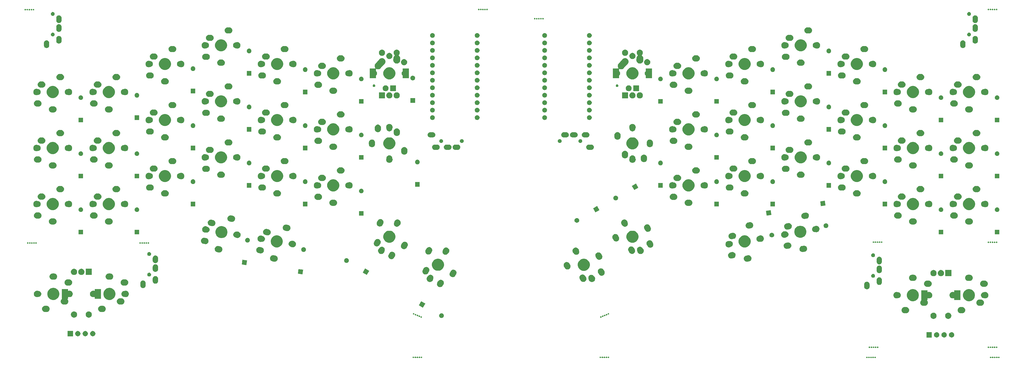
<source format=gbr>
G04 #@! TF.GenerationSoftware,KiCad,Pcbnew,(5.1.5)-3*
G04 #@! TF.CreationDate,2021-02-15T02:55:08-08:00*
G04 #@! TF.ProjectId,split,73706c69-742e-46b6-9963-61645f706362,rev?*
G04 #@! TF.SameCoordinates,Original*
G04 #@! TF.FileFunction,Soldermask,Bot*
G04 #@! TF.FilePolarity,Negative*
%FSLAX46Y46*%
G04 Gerber Fmt 4.6, Leading zero omitted, Abs format (unit mm)*
G04 Created by KiCad (PCBNEW (5.1.5)-3) date 2021-02-15 02:55:08*
%MOMM*%
%LPD*%
G04 APERTURE LIST*
%ADD10C,0.100000*%
G04 APERTURE END LIST*
D10*
G36*
X339972296Y31442326D02*
G01*
X340017400Y31423643D01*
X340057992Y31396520D01*
X340092520Y31361992D01*
X340119642Y31321401D01*
X340134517Y31285490D01*
X340146068Y31263880D01*
X340161614Y31244938D01*
X340180556Y31229393D01*
X340202166Y31217842D01*
X340225616Y31210729D01*
X340250002Y31208328D01*
X340274388Y31210730D01*
X340297837Y31217844D01*
X340319447Y31229395D01*
X340338389Y31244941D01*
X340353934Y31263883D01*
X340365483Y31285490D01*
X340380358Y31321401D01*
X340407480Y31361992D01*
X340442008Y31396520D01*
X340482600Y31423643D01*
X340527704Y31442326D01*
X340575587Y31451850D01*
X340624413Y31451850D01*
X340672296Y31442326D01*
X340717400Y31423643D01*
X340757992Y31396520D01*
X340792520Y31361992D01*
X340812791Y31331654D01*
X340819642Y31321401D01*
X340834079Y31286546D01*
X340835344Y31283491D01*
X340846896Y31261881D01*
X340862441Y31242939D01*
X340881383Y31227394D01*
X340902994Y31215843D01*
X340926443Y31208730D01*
X340950829Y31206328D01*
X340975215Y31208730D01*
X340998664Y31215843D01*
X341020274Y31227395D01*
X341039216Y31242940D01*
X341054761Y31261882D01*
X341066311Y31283489D01*
X341073290Y31300337D01*
X341080358Y31317401D01*
X341089882Y31331654D01*
X341107480Y31357992D01*
X341142008Y31392520D01*
X341182600Y31419643D01*
X341227704Y31438326D01*
X341275587Y31447850D01*
X341324413Y31447850D01*
X341372296Y31438326D01*
X341417400Y31419643D01*
X341457992Y31392520D01*
X341492520Y31357992D01*
X341510118Y31331654D01*
X341519642Y31317401D01*
X341526710Y31300337D01*
X341533689Y31283489D01*
X341545241Y31261879D01*
X341560786Y31242937D01*
X341579729Y31227393D01*
X341601339Y31215842D01*
X341624789Y31208729D01*
X341649175Y31206328D01*
X341673561Y31208730D01*
X341697010Y31215844D01*
X341718620Y31227396D01*
X341737562Y31242941D01*
X341753106Y31261884D01*
X341764656Y31283491D01*
X341765921Y31286546D01*
X341780358Y31321401D01*
X341787209Y31331654D01*
X341807480Y31361992D01*
X341842008Y31396520D01*
X341882600Y31423643D01*
X341927704Y31442326D01*
X341975587Y31451850D01*
X342024413Y31451850D01*
X342072296Y31442326D01*
X342117400Y31423643D01*
X342157992Y31396520D01*
X342192520Y31361992D01*
X342219642Y31321401D01*
X342234517Y31285490D01*
X342246068Y31263880D01*
X342261614Y31244938D01*
X342280556Y31229393D01*
X342302166Y31217842D01*
X342325616Y31210729D01*
X342350002Y31208328D01*
X342374388Y31210730D01*
X342397837Y31217844D01*
X342419447Y31229395D01*
X342438389Y31244941D01*
X342453934Y31263883D01*
X342465483Y31285490D01*
X342480358Y31321401D01*
X342507480Y31361992D01*
X342542008Y31396520D01*
X342582600Y31423643D01*
X342627704Y31442326D01*
X342675587Y31451850D01*
X342724413Y31451850D01*
X342772296Y31442326D01*
X342817400Y31423643D01*
X342857992Y31396520D01*
X342892520Y31361992D01*
X342919643Y31321400D01*
X342938326Y31276296D01*
X342947850Y31228413D01*
X342947850Y31179587D01*
X342938326Y31131704D01*
X342919643Y31086600D01*
X342892520Y31046008D01*
X342857992Y31011480D01*
X342817400Y30984357D01*
X342772296Y30965674D01*
X342724413Y30956150D01*
X342675587Y30956150D01*
X342627704Y30965674D01*
X342582600Y30984357D01*
X342542008Y31011480D01*
X342507480Y31046008D01*
X342480358Y31086599D01*
X342465483Y31122510D01*
X342453932Y31144120D01*
X342438386Y31163062D01*
X342419444Y31178607D01*
X342397834Y31190158D01*
X342374384Y31197271D01*
X342349998Y31199672D01*
X342325612Y31197270D01*
X342302163Y31190156D01*
X342280553Y31178605D01*
X342261611Y31163059D01*
X342246066Y31144117D01*
X342234517Y31122510D01*
X342219642Y31086599D01*
X342192520Y31046008D01*
X342157992Y31011480D01*
X342117400Y30984357D01*
X342072296Y30965674D01*
X342024413Y30956150D01*
X341975587Y30956150D01*
X341927704Y30965674D01*
X341882600Y30984357D01*
X341842008Y31011480D01*
X341807480Y31046008D01*
X341780359Y31086598D01*
X341780358Y31086599D01*
X341766312Y31120509D01*
X341766311Y31120511D01*
X341754759Y31142121D01*
X341739214Y31161063D01*
X341720271Y31176607D01*
X341698661Y31188158D01*
X341675211Y31195271D01*
X341650825Y31197672D01*
X341626439Y31195270D01*
X341602990Y31188156D01*
X341581380Y31176604D01*
X341562438Y31161059D01*
X341546894Y31142116D01*
X341535346Y31120512D01*
X341519642Y31082599D01*
X341519640Y31082596D01*
X341492520Y31042008D01*
X341457992Y31007480D01*
X341417400Y30980357D01*
X341372296Y30961674D01*
X341324413Y30952150D01*
X341275587Y30952150D01*
X341227704Y30961674D01*
X341182600Y30980357D01*
X341142008Y31007480D01*
X341107480Y31042008D01*
X341080360Y31082596D01*
X341080358Y31082599D01*
X341064654Y31120512D01*
X341053104Y31142119D01*
X341037559Y31161061D01*
X341018617Y31176606D01*
X340997006Y31188157D01*
X340973557Y31195270D01*
X340949171Y31197672D01*
X340924785Y31195270D01*
X340901336Y31188157D01*
X340879726Y31176605D01*
X340860784Y31161060D01*
X340845239Y31142118D01*
X340833689Y31120511D01*
X340833688Y31120509D01*
X340819642Y31086599D01*
X340819641Y31086598D01*
X340792520Y31046008D01*
X340757992Y31011480D01*
X340717400Y30984357D01*
X340672296Y30965674D01*
X340624413Y30956150D01*
X340575587Y30956150D01*
X340527704Y30965674D01*
X340482600Y30984357D01*
X340442008Y31011480D01*
X340407480Y31046008D01*
X340380358Y31086599D01*
X340365483Y31122510D01*
X340353932Y31144120D01*
X340338386Y31163062D01*
X340319444Y31178607D01*
X340297834Y31190158D01*
X340274384Y31197271D01*
X340249998Y31199672D01*
X340225612Y31197270D01*
X340202163Y31190156D01*
X340180553Y31178605D01*
X340161611Y31163059D01*
X340146066Y31144117D01*
X340134517Y31122510D01*
X340119642Y31086599D01*
X340092520Y31046008D01*
X340057992Y31011480D01*
X340017400Y30984357D01*
X339972296Y30965674D01*
X339924413Y30956150D01*
X339875587Y30956150D01*
X339827704Y30965674D01*
X339782600Y30984357D01*
X339742008Y31011480D01*
X339707480Y31046008D01*
X339680357Y31086600D01*
X339661674Y31131704D01*
X339652150Y31179587D01*
X339652150Y31228413D01*
X339661674Y31276296D01*
X339680357Y31321400D01*
X339707480Y31361992D01*
X339742008Y31396520D01*
X339782600Y31423643D01*
X339827704Y31442326D01*
X339875587Y31451850D01*
X339924413Y31451850D01*
X339972296Y31442326D01*
G37*
G36*
X297972296Y31442326D02*
G01*
X298017400Y31423643D01*
X298057992Y31396520D01*
X298092520Y31361992D01*
X298119642Y31321401D01*
X298134517Y31285490D01*
X298146068Y31263880D01*
X298161614Y31244938D01*
X298180556Y31229393D01*
X298202166Y31217842D01*
X298225616Y31210729D01*
X298250002Y31208328D01*
X298274388Y31210730D01*
X298297837Y31217844D01*
X298319447Y31229395D01*
X298338389Y31244941D01*
X298353934Y31263883D01*
X298365483Y31285490D01*
X298380358Y31321401D01*
X298407480Y31361992D01*
X298442008Y31396520D01*
X298482600Y31423643D01*
X298527704Y31442326D01*
X298575587Y31451850D01*
X298624413Y31451850D01*
X298672296Y31442326D01*
X298717400Y31423643D01*
X298757992Y31396520D01*
X298792520Y31361992D01*
X298812791Y31331654D01*
X298819642Y31321401D01*
X298834079Y31286546D01*
X298835344Y31283491D01*
X298846896Y31261881D01*
X298862441Y31242939D01*
X298881383Y31227394D01*
X298902994Y31215843D01*
X298926443Y31208730D01*
X298950829Y31206328D01*
X298975215Y31208730D01*
X298998664Y31215843D01*
X299020274Y31227395D01*
X299039216Y31242940D01*
X299054761Y31261882D01*
X299066311Y31283489D01*
X299073290Y31300337D01*
X299080358Y31317401D01*
X299089882Y31331654D01*
X299107480Y31357992D01*
X299142008Y31392520D01*
X299182600Y31419643D01*
X299227704Y31438326D01*
X299275587Y31447850D01*
X299324413Y31447850D01*
X299372296Y31438326D01*
X299417400Y31419643D01*
X299457992Y31392520D01*
X299492520Y31357992D01*
X299510118Y31331654D01*
X299519642Y31317401D01*
X299526710Y31300337D01*
X299533689Y31283489D01*
X299545241Y31261879D01*
X299560786Y31242937D01*
X299579729Y31227393D01*
X299601339Y31215842D01*
X299624789Y31208729D01*
X299649175Y31206328D01*
X299673561Y31208730D01*
X299697010Y31215844D01*
X299718620Y31227396D01*
X299737562Y31242941D01*
X299753106Y31261884D01*
X299764656Y31283491D01*
X299765921Y31286546D01*
X299780358Y31321401D01*
X299787209Y31331654D01*
X299807480Y31361992D01*
X299842008Y31396520D01*
X299882600Y31423643D01*
X299927704Y31442326D01*
X299975587Y31451850D01*
X300024413Y31451850D01*
X300072296Y31442326D01*
X300117400Y31423643D01*
X300157992Y31396520D01*
X300192520Y31361992D01*
X300219642Y31321401D01*
X300234517Y31285490D01*
X300246068Y31263880D01*
X300261614Y31244938D01*
X300280556Y31229393D01*
X300302166Y31217842D01*
X300325616Y31210729D01*
X300350002Y31208328D01*
X300374388Y31210730D01*
X300397837Y31217844D01*
X300419447Y31229395D01*
X300438389Y31244941D01*
X300453934Y31263883D01*
X300465483Y31285490D01*
X300480358Y31321401D01*
X300507480Y31361992D01*
X300542008Y31396520D01*
X300582600Y31423643D01*
X300627704Y31442326D01*
X300675587Y31451850D01*
X300724413Y31451850D01*
X300772296Y31442326D01*
X300817400Y31423643D01*
X300857992Y31396520D01*
X300892520Y31361992D01*
X300919643Y31321400D01*
X300938326Y31276296D01*
X300947850Y31228413D01*
X300947850Y31179587D01*
X300938326Y31131704D01*
X300919643Y31086600D01*
X300892520Y31046008D01*
X300857992Y31011480D01*
X300817400Y30984357D01*
X300772296Y30965674D01*
X300724413Y30956150D01*
X300675587Y30956150D01*
X300627704Y30965674D01*
X300582600Y30984357D01*
X300542008Y31011480D01*
X300507480Y31046008D01*
X300480358Y31086599D01*
X300465483Y31122510D01*
X300453932Y31144120D01*
X300438386Y31163062D01*
X300419444Y31178607D01*
X300397834Y31190158D01*
X300374384Y31197271D01*
X300349998Y31199672D01*
X300325612Y31197270D01*
X300302163Y31190156D01*
X300280553Y31178605D01*
X300261611Y31163059D01*
X300246066Y31144117D01*
X300234517Y31122510D01*
X300219642Y31086599D01*
X300192520Y31046008D01*
X300157992Y31011480D01*
X300117400Y30984357D01*
X300072296Y30965674D01*
X300024413Y30956150D01*
X299975587Y30956150D01*
X299927704Y30965674D01*
X299882600Y30984357D01*
X299842008Y31011480D01*
X299807480Y31046008D01*
X299780359Y31086598D01*
X299780358Y31086599D01*
X299766312Y31120509D01*
X299766311Y31120511D01*
X299754759Y31142121D01*
X299739214Y31161063D01*
X299720271Y31176607D01*
X299698661Y31188158D01*
X299675211Y31195271D01*
X299650825Y31197672D01*
X299626439Y31195270D01*
X299602990Y31188156D01*
X299581380Y31176604D01*
X299562438Y31161059D01*
X299546894Y31142116D01*
X299535346Y31120512D01*
X299519642Y31082599D01*
X299519640Y31082596D01*
X299492520Y31042008D01*
X299457992Y31007480D01*
X299417400Y30980357D01*
X299372296Y30961674D01*
X299324413Y30952150D01*
X299275587Y30952150D01*
X299227704Y30961674D01*
X299182600Y30980357D01*
X299142008Y31007480D01*
X299107480Y31042008D01*
X299080360Y31082596D01*
X299080358Y31082599D01*
X299064654Y31120512D01*
X299053104Y31142119D01*
X299037559Y31161061D01*
X299018617Y31176606D01*
X298997006Y31188157D01*
X298973557Y31195270D01*
X298949171Y31197672D01*
X298924785Y31195270D01*
X298901336Y31188157D01*
X298879726Y31176605D01*
X298860784Y31161060D01*
X298845239Y31142118D01*
X298833689Y31120511D01*
X298833688Y31120509D01*
X298819642Y31086599D01*
X298819641Y31086598D01*
X298792520Y31046008D01*
X298757992Y31011480D01*
X298717400Y30984357D01*
X298672296Y30965674D01*
X298624413Y30956150D01*
X298575587Y30956150D01*
X298527704Y30965674D01*
X298482600Y30984357D01*
X298442008Y31011480D01*
X298407480Y31046008D01*
X298380358Y31086599D01*
X298365483Y31122510D01*
X298353932Y31144120D01*
X298338386Y31163062D01*
X298319444Y31178607D01*
X298297834Y31190158D01*
X298274384Y31197271D01*
X298249998Y31199672D01*
X298225612Y31197270D01*
X298202163Y31190156D01*
X298180553Y31178605D01*
X298161611Y31163059D01*
X298146066Y31144117D01*
X298134517Y31122510D01*
X298119642Y31086599D01*
X298092520Y31046008D01*
X298057992Y31011480D01*
X298017400Y30984357D01*
X297972296Y30965674D01*
X297924413Y30956150D01*
X297875587Y30956150D01*
X297827704Y30965674D01*
X297782600Y30984357D01*
X297742008Y31011480D01*
X297707480Y31046008D01*
X297680357Y31086600D01*
X297661674Y31131704D01*
X297652150Y31179587D01*
X297652150Y31228413D01*
X297661674Y31276296D01*
X297680357Y31321400D01*
X297707480Y31361992D01*
X297742008Y31396520D01*
X297782600Y31423643D01*
X297827704Y31442326D01*
X297875587Y31451850D01*
X297924413Y31451850D01*
X297972296Y31442326D01*
G37*
G36*
X143928546Y31452576D02*
G01*
X143973650Y31433893D01*
X144014242Y31406770D01*
X144048770Y31372242D01*
X144075892Y31331651D01*
X144090767Y31295740D01*
X144102318Y31274130D01*
X144117864Y31255188D01*
X144136806Y31239643D01*
X144158416Y31228092D01*
X144181866Y31220979D01*
X144206252Y31218578D01*
X144230638Y31220980D01*
X144254087Y31228094D01*
X144275697Y31239645D01*
X144294639Y31255191D01*
X144310184Y31274133D01*
X144321733Y31295740D01*
X144336608Y31331651D01*
X144363730Y31372242D01*
X144398258Y31406770D01*
X144438850Y31433893D01*
X144483954Y31452576D01*
X144531837Y31462100D01*
X144580663Y31462100D01*
X144628546Y31452576D01*
X144673650Y31433893D01*
X144714242Y31406770D01*
X144748770Y31372242D01*
X144775890Y31331654D01*
X144775892Y31331651D01*
X144781794Y31317401D01*
X144791594Y31293741D01*
X144803146Y31272131D01*
X144818691Y31253189D01*
X144837633Y31237644D01*
X144859244Y31226093D01*
X144882693Y31218980D01*
X144907079Y31216578D01*
X144931465Y31218980D01*
X144954914Y31226093D01*
X144976524Y31237645D01*
X144995466Y31253190D01*
X145011011Y31272132D01*
X145022561Y31293739D01*
X145029540Y31310587D01*
X145036608Y31327651D01*
X145043389Y31337800D01*
X145063730Y31368242D01*
X145098258Y31402770D01*
X145138850Y31429893D01*
X145183954Y31448576D01*
X145231837Y31458100D01*
X145280663Y31458100D01*
X145328546Y31448576D01*
X145373650Y31429893D01*
X145414242Y31402770D01*
X145448770Y31368242D01*
X145469111Y31337799D01*
X145475892Y31327651D01*
X145482960Y31310587D01*
X145489939Y31293739D01*
X145501491Y31272129D01*
X145517036Y31253187D01*
X145535979Y31237643D01*
X145557589Y31226092D01*
X145581039Y31218979D01*
X145605425Y31216578D01*
X145629811Y31218980D01*
X145653260Y31226094D01*
X145674870Y31237646D01*
X145693812Y31253191D01*
X145709356Y31272134D01*
X145720906Y31293741D01*
X145730706Y31317401D01*
X145736608Y31331651D01*
X145736610Y31331654D01*
X145763730Y31372242D01*
X145798258Y31406770D01*
X145838850Y31433893D01*
X145883954Y31452576D01*
X145931837Y31462100D01*
X145980663Y31462100D01*
X146028546Y31452576D01*
X146073650Y31433893D01*
X146114242Y31406770D01*
X146148770Y31372242D01*
X146175892Y31331651D01*
X146190767Y31295740D01*
X146202318Y31274130D01*
X146217864Y31255188D01*
X146236806Y31239643D01*
X146258416Y31228092D01*
X146281866Y31220979D01*
X146306252Y31218578D01*
X146330638Y31220980D01*
X146354087Y31228094D01*
X146375697Y31239645D01*
X146394639Y31255191D01*
X146410184Y31274133D01*
X146421733Y31295740D01*
X146436608Y31331651D01*
X146463730Y31372242D01*
X146498258Y31406770D01*
X146538850Y31433893D01*
X146583954Y31452576D01*
X146631837Y31462100D01*
X146680663Y31462100D01*
X146728546Y31452576D01*
X146773650Y31433893D01*
X146814242Y31406770D01*
X146848770Y31372242D01*
X146875893Y31331650D01*
X146894576Y31286546D01*
X146904100Y31238663D01*
X146904100Y31189837D01*
X146894576Y31141954D01*
X146875893Y31096850D01*
X146848770Y31056258D01*
X146814242Y31021730D01*
X146773650Y30994607D01*
X146728546Y30975924D01*
X146680663Y30966400D01*
X146631837Y30966400D01*
X146583954Y30975924D01*
X146538850Y30994607D01*
X146498258Y31021730D01*
X146463730Y31056258D01*
X146436608Y31096849D01*
X146421733Y31132760D01*
X146410182Y31154370D01*
X146394636Y31173312D01*
X146375694Y31188857D01*
X146354084Y31200408D01*
X146330634Y31207521D01*
X146306248Y31209922D01*
X146281862Y31207520D01*
X146258413Y31200406D01*
X146236803Y31188855D01*
X146217861Y31173309D01*
X146202316Y31154367D01*
X146190767Y31132760D01*
X146175892Y31096849D01*
X146148770Y31056258D01*
X146114242Y31021730D01*
X146073650Y30994607D01*
X146028546Y30975924D01*
X145980663Y30966400D01*
X145931837Y30966400D01*
X145883954Y30975924D01*
X145838850Y30994607D01*
X145798258Y31021730D01*
X145763730Y31056258D01*
X145736609Y31096848D01*
X145736608Y31096849D01*
X145722562Y31130759D01*
X145722561Y31130761D01*
X145711009Y31152371D01*
X145695464Y31171313D01*
X145676521Y31186857D01*
X145654911Y31198408D01*
X145631461Y31205521D01*
X145607075Y31207922D01*
X145582689Y31205520D01*
X145559240Y31198406D01*
X145537630Y31186854D01*
X145518688Y31171309D01*
X145503144Y31152366D01*
X145491596Y31130762D01*
X145475892Y31092849D01*
X145475890Y31092846D01*
X145448770Y31052258D01*
X145414242Y31017730D01*
X145373650Y30990607D01*
X145328546Y30971924D01*
X145280663Y30962400D01*
X145231837Y30962400D01*
X145183954Y30971924D01*
X145138850Y30990607D01*
X145098258Y31017730D01*
X145063730Y31052258D01*
X145036610Y31092846D01*
X145036608Y31092849D01*
X145020904Y31130762D01*
X145009354Y31152369D01*
X144993809Y31171311D01*
X144974867Y31186856D01*
X144953256Y31198407D01*
X144929807Y31205520D01*
X144905421Y31207922D01*
X144881035Y31205520D01*
X144857586Y31198407D01*
X144835976Y31186855D01*
X144817034Y31171310D01*
X144801489Y31152368D01*
X144789939Y31130761D01*
X144789938Y31130759D01*
X144775892Y31096849D01*
X144775891Y31096848D01*
X144748770Y31056258D01*
X144714242Y31021730D01*
X144673650Y30994607D01*
X144628546Y30975924D01*
X144580663Y30966400D01*
X144531837Y30966400D01*
X144483954Y30975924D01*
X144438850Y30994607D01*
X144398258Y31021730D01*
X144363730Y31056258D01*
X144336608Y31096849D01*
X144321733Y31132760D01*
X144310182Y31154370D01*
X144294636Y31173312D01*
X144275694Y31188857D01*
X144254084Y31200408D01*
X144230634Y31207521D01*
X144206248Y31209922D01*
X144181862Y31207520D01*
X144158413Y31200406D01*
X144136803Y31188855D01*
X144117861Y31173309D01*
X144102316Y31154367D01*
X144090767Y31132760D01*
X144075892Y31096849D01*
X144048770Y31056258D01*
X144014242Y31021730D01*
X143973650Y30994607D01*
X143928546Y30975924D01*
X143880663Y30966400D01*
X143831837Y30966400D01*
X143783954Y30975924D01*
X143738850Y30994607D01*
X143698258Y31021730D01*
X143663730Y31056258D01*
X143636607Y31096850D01*
X143617924Y31141954D01*
X143608400Y31189837D01*
X143608400Y31238663D01*
X143617924Y31286546D01*
X143636607Y31331650D01*
X143663730Y31372242D01*
X143698258Y31406770D01*
X143738850Y31433893D01*
X143783954Y31452576D01*
X143831837Y31462100D01*
X143880663Y31462100D01*
X143928546Y31452576D01*
G37*
G36*
X207428546Y31452576D02*
G01*
X207473650Y31433893D01*
X207514242Y31406770D01*
X207548770Y31372242D01*
X207575892Y31331651D01*
X207590767Y31295740D01*
X207602318Y31274130D01*
X207617864Y31255188D01*
X207636806Y31239643D01*
X207658416Y31228092D01*
X207681866Y31220979D01*
X207706252Y31218578D01*
X207730638Y31220980D01*
X207754087Y31228094D01*
X207775697Y31239645D01*
X207794639Y31255191D01*
X207810184Y31274133D01*
X207821733Y31295740D01*
X207836608Y31331651D01*
X207863730Y31372242D01*
X207898258Y31406770D01*
X207938850Y31433893D01*
X207983954Y31452576D01*
X208031837Y31462100D01*
X208080663Y31462100D01*
X208128546Y31452576D01*
X208173650Y31433893D01*
X208214242Y31406770D01*
X208248770Y31372242D01*
X208275890Y31331654D01*
X208275892Y31331651D01*
X208281794Y31317401D01*
X208291594Y31293741D01*
X208303146Y31272131D01*
X208318691Y31253189D01*
X208337633Y31237644D01*
X208359244Y31226093D01*
X208382693Y31218980D01*
X208407079Y31216578D01*
X208431465Y31218980D01*
X208454914Y31226093D01*
X208476524Y31237645D01*
X208495466Y31253190D01*
X208511011Y31272132D01*
X208522561Y31293739D01*
X208529540Y31310587D01*
X208536608Y31327651D01*
X208543389Y31337799D01*
X208563730Y31368242D01*
X208598258Y31402770D01*
X208638850Y31429893D01*
X208683954Y31448576D01*
X208731837Y31458100D01*
X208780663Y31458100D01*
X208828546Y31448576D01*
X208873650Y31429893D01*
X208914242Y31402770D01*
X208948770Y31368242D01*
X208969111Y31337799D01*
X208975892Y31327651D01*
X208982960Y31310587D01*
X208989939Y31293739D01*
X209001491Y31272129D01*
X209017036Y31253187D01*
X209035979Y31237643D01*
X209057589Y31226092D01*
X209081039Y31218979D01*
X209105425Y31216578D01*
X209129811Y31218980D01*
X209153260Y31226094D01*
X209174870Y31237646D01*
X209193812Y31253191D01*
X209209356Y31272134D01*
X209220906Y31293741D01*
X209230706Y31317401D01*
X209236608Y31331651D01*
X209236610Y31331654D01*
X209263730Y31372242D01*
X209298258Y31406770D01*
X209338850Y31433893D01*
X209383954Y31452576D01*
X209431837Y31462100D01*
X209480663Y31462100D01*
X209528546Y31452576D01*
X209573650Y31433893D01*
X209614242Y31406770D01*
X209648770Y31372242D01*
X209675892Y31331651D01*
X209690767Y31295740D01*
X209702318Y31274130D01*
X209717864Y31255188D01*
X209736806Y31239643D01*
X209758416Y31228092D01*
X209781866Y31220979D01*
X209806252Y31218578D01*
X209830638Y31220980D01*
X209854087Y31228094D01*
X209875697Y31239645D01*
X209894639Y31255191D01*
X209910184Y31274133D01*
X209921733Y31295740D01*
X209936608Y31331651D01*
X209963730Y31372242D01*
X209998258Y31406770D01*
X210038850Y31433893D01*
X210083954Y31452576D01*
X210131837Y31462100D01*
X210180663Y31462100D01*
X210228546Y31452576D01*
X210273650Y31433893D01*
X210314242Y31406770D01*
X210348770Y31372242D01*
X210375893Y31331650D01*
X210394576Y31286546D01*
X210404100Y31238663D01*
X210404100Y31189837D01*
X210394576Y31141954D01*
X210375893Y31096850D01*
X210348770Y31056258D01*
X210314242Y31021730D01*
X210273650Y30994607D01*
X210228546Y30975924D01*
X210180663Y30966400D01*
X210131837Y30966400D01*
X210083954Y30975924D01*
X210038850Y30994607D01*
X209998258Y31021730D01*
X209963730Y31056258D01*
X209936608Y31096849D01*
X209921733Y31132760D01*
X209910182Y31154370D01*
X209894636Y31173312D01*
X209875694Y31188857D01*
X209854084Y31200408D01*
X209830634Y31207521D01*
X209806248Y31209922D01*
X209781862Y31207520D01*
X209758413Y31200406D01*
X209736803Y31188855D01*
X209717861Y31173309D01*
X209702316Y31154367D01*
X209690767Y31132760D01*
X209675892Y31096849D01*
X209648770Y31056258D01*
X209614242Y31021730D01*
X209573650Y30994607D01*
X209528546Y30975924D01*
X209480663Y30966400D01*
X209431837Y30966400D01*
X209383954Y30975924D01*
X209338850Y30994607D01*
X209298258Y31021730D01*
X209263730Y31056258D01*
X209236609Y31096848D01*
X209236608Y31096849D01*
X209222562Y31130759D01*
X209222561Y31130761D01*
X209211009Y31152371D01*
X209195464Y31171313D01*
X209176521Y31186857D01*
X209154911Y31198408D01*
X209131461Y31205521D01*
X209107075Y31207922D01*
X209082689Y31205520D01*
X209059240Y31198406D01*
X209037630Y31186854D01*
X209018688Y31171309D01*
X209003144Y31152366D01*
X208991596Y31130762D01*
X208975892Y31092849D01*
X208975890Y31092846D01*
X208948770Y31052258D01*
X208914242Y31017730D01*
X208873650Y30990607D01*
X208828546Y30971924D01*
X208780663Y30962400D01*
X208731837Y30962400D01*
X208683954Y30971924D01*
X208638850Y30990607D01*
X208598258Y31017730D01*
X208563730Y31052258D01*
X208536610Y31092846D01*
X208536608Y31092849D01*
X208520904Y31130762D01*
X208509354Y31152369D01*
X208493809Y31171311D01*
X208474867Y31186856D01*
X208453256Y31198407D01*
X208429807Y31205520D01*
X208405421Y31207922D01*
X208381035Y31205520D01*
X208357586Y31198407D01*
X208335976Y31186855D01*
X208317034Y31171310D01*
X208301489Y31152368D01*
X208289939Y31130761D01*
X208289938Y31130759D01*
X208275892Y31096849D01*
X208275891Y31096848D01*
X208248770Y31056258D01*
X208214242Y31021730D01*
X208173650Y30994607D01*
X208128546Y30975924D01*
X208080663Y30966400D01*
X208031837Y30966400D01*
X207983954Y30975924D01*
X207938850Y30994607D01*
X207898258Y31021730D01*
X207863730Y31056258D01*
X207836608Y31096849D01*
X207821733Y31132760D01*
X207810182Y31154370D01*
X207794636Y31173312D01*
X207775694Y31188857D01*
X207754084Y31200408D01*
X207730634Y31207521D01*
X207706248Y31209922D01*
X207681862Y31207520D01*
X207658413Y31200406D01*
X207636803Y31188855D01*
X207617861Y31173309D01*
X207602316Y31154367D01*
X207590767Y31132760D01*
X207575892Y31096849D01*
X207548770Y31056258D01*
X207514242Y31021730D01*
X207473650Y30994607D01*
X207428546Y30975924D01*
X207380663Y30966400D01*
X207331837Y30966400D01*
X207283954Y30975924D01*
X207238850Y30994607D01*
X207198258Y31021730D01*
X207163730Y31056258D01*
X207136607Y31096850D01*
X207117924Y31141954D01*
X207108400Y31189837D01*
X207108400Y31238663D01*
X207117924Y31286546D01*
X207136607Y31331650D01*
X207163730Y31372242D01*
X207198258Y31406770D01*
X207238850Y31433893D01*
X207283954Y31452576D01*
X207331837Y31462100D01*
X207380663Y31462100D01*
X207428546Y31452576D01*
G37*
G36*
X340622296Y34888326D02*
G01*
X340667400Y34869643D01*
X340707992Y34842520D01*
X340742520Y34807992D01*
X340769640Y34767404D01*
X340769642Y34767401D01*
X340771299Y34763400D01*
X340785344Y34729491D01*
X340796896Y34707881D01*
X340812441Y34688939D01*
X340831383Y34673394D01*
X340852994Y34661843D01*
X340876443Y34654730D01*
X340900829Y34652328D01*
X340925215Y34654730D01*
X340948664Y34661843D01*
X340970274Y34673395D01*
X340989216Y34688940D01*
X341004761Y34707882D01*
X341016311Y34729489D01*
X341030358Y34763400D01*
X341030358Y34763401D01*
X341037139Y34773549D01*
X341057480Y34803992D01*
X341092008Y34838520D01*
X341132600Y34865643D01*
X341177704Y34884326D01*
X341225587Y34893850D01*
X341274413Y34893850D01*
X341322296Y34884326D01*
X341367400Y34865643D01*
X341407992Y34838520D01*
X341442520Y34803992D01*
X341469642Y34763401D01*
X341484517Y34727490D01*
X341496068Y34705880D01*
X341511614Y34686938D01*
X341530556Y34671393D01*
X341552166Y34659842D01*
X341575616Y34652729D01*
X341600002Y34650328D01*
X341624388Y34652730D01*
X341647837Y34659844D01*
X341669447Y34671395D01*
X341688389Y34686941D01*
X341703934Y34705883D01*
X341715483Y34727490D01*
X341730358Y34763401D01*
X341757480Y34803992D01*
X341792008Y34838520D01*
X341832600Y34865643D01*
X341877704Y34884326D01*
X341925587Y34893850D01*
X341974413Y34893850D01*
X342022296Y34884326D01*
X342067400Y34865643D01*
X342107992Y34838520D01*
X342142520Y34803992D01*
X342169643Y34763400D01*
X342188326Y34718296D01*
X342197850Y34670413D01*
X342197850Y34621587D01*
X342188326Y34573704D01*
X342169643Y34528600D01*
X342142520Y34488008D01*
X342107992Y34453480D01*
X342067400Y34426357D01*
X342022296Y34407674D01*
X341974413Y34398150D01*
X341925587Y34398150D01*
X341877704Y34407674D01*
X341832600Y34426357D01*
X341792008Y34453480D01*
X341757480Y34488008D01*
X341730358Y34528599D01*
X341715483Y34564510D01*
X341703932Y34586120D01*
X341688386Y34605062D01*
X341669444Y34620607D01*
X341647834Y34632158D01*
X341624384Y34639271D01*
X341599998Y34641672D01*
X341575612Y34639270D01*
X341552163Y34632156D01*
X341530553Y34620605D01*
X341511611Y34605059D01*
X341496066Y34586117D01*
X341484517Y34564510D01*
X341469642Y34528599D01*
X341442520Y34488008D01*
X341407992Y34453480D01*
X341367400Y34426357D01*
X341322296Y34407674D01*
X341274413Y34398150D01*
X341225587Y34398150D01*
X341177704Y34407674D01*
X341132600Y34426357D01*
X341092008Y34453480D01*
X341057480Y34488008D01*
X341030360Y34528596D01*
X341030358Y34528599D01*
X341014654Y34566512D01*
X341003104Y34588119D01*
X340987559Y34607061D01*
X340968617Y34622606D01*
X340947006Y34634157D01*
X340923557Y34641270D01*
X340899171Y34643672D01*
X340874785Y34641270D01*
X340851336Y34634157D01*
X340829726Y34622605D01*
X340810784Y34607060D01*
X340795239Y34588118D01*
X340783689Y34566511D01*
X340783688Y34566509D01*
X340769642Y34532599D01*
X340769641Y34532598D01*
X340742520Y34492008D01*
X340707992Y34457480D01*
X340667400Y34430357D01*
X340622296Y34411674D01*
X340574413Y34402150D01*
X340525587Y34402150D01*
X340477704Y34411674D01*
X340432600Y34430357D01*
X340392008Y34457480D01*
X340357480Y34492008D01*
X340330359Y34532598D01*
X340330358Y34532599D01*
X340316312Y34566509D01*
X340316311Y34566511D01*
X340304759Y34588121D01*
X340289214Y34607063D01*
X340270271Y34622607D01*
X340248661Y34634158D01*
X340225211Y34641271D01*
X340200825Y34643672D01*
X340176439Y34641270D01*
X340152990Y34634156D01*
X340131380Y34622604D01*
X340112438Y34607059D01*
X340096894Y34588116D01*
X340085346Y34566512D01*
X340069642Y34528599D01*
X340069640Y34528596D01*
X340042520Y34488008D01*
X340007992Y34453480D01*
X339967400Y34426357D01*
X339922296Y34407674D01*
X339874413Y34398150D01*
X339825587Y34398150D01*
X339777704Y34407674D01*
X339732600Y34426357D01*
X339692008Y34453480D01*
X339657480Y34488008D01*
X339630358Y34528599D01*
X339615483Y34564510D01*
X339603932Y34586120D01*
X339588386Y34605062D01*
X339569444Y34620607D01*
X339547834Y34632158D01*
X339524384Y34639271D01*
X339499998Y34641672D01*
X339475612Y34639270D01*
X339452163Y34632156D01*
X339430553Y34620605D01*
X339411611Y34605059D01*
X339396066Y34586117D01*
X339384517Y34564510D01*
X339369642Y34528599D01*
X339342520Y34488008D01*
X339307992Y34453480D01*
X339267400Y34426357D01*
X339222296Y34407674D01*
X339174413Y34398150D01*
X339125587Y34398150D01*
X339077704Y34407674D01*
X339032600Y34426357D01*
X338992008Y34453480D01*
X338957480Y34488008D01*
X338930357Y34528600D01*
X338911674Y34573704D01*
X338902150Y34621587D01*
X338902150Y34670413D01*
X338911674Y34718296D01*
X338930357Y34763400D01*
X338957480Y34803992D01*
X338992008Y34838520D01*
X339032600Y34865643D01*
X339077704Y34884326D01*
X339125587Y34893850D01*
X339174413Y34893850D01*
X339222296Y34884326D01*
X339267400Y34865643D01*
X339307992Y34838520D01*
X339342520Y34803992D01*
X339369642Y34763401D01*
X339384517Y34727490D01*
X339396068Y34705880D01*
X339411614Y34686938D01*
X339430556Y34671393D01*
X339452166Y34659842D01*
X339475616Y34652729D01*
X339500002Y34650328D01*
X339524388Y34652730D01*
X339547837Y34659844D01*
X339569447Y34671395D01*
X339588389Y34686941D01*
X339603934Y34705883D01*
X339615483Y34727490D01*
X339630358Y34763401D01*
X339657480Y34803992D01*
X339692008Y34838520D01*
X339732600Y34865643D01*
X339777704Y34884326D01*
X339825587Y34893850D01*
X339874413Y34893850D01*
X339922296Y34884326D01*
X339967400Y34865643D01*
X340007992Y34838520D01*
X340042520Y34803992D01*
X340062861Y34773549D01*
X340069642Y34763401D01*
X340069642Y34763400D01*
X340083689Y34729489D01*
X340095241Y34707879D01*
X340110786Y34688937D01*
X340129729Y34673393D01*
X340151339Y34661842D01*
X340174789Y34654729D01*
X340199175Y34652328D01*
X340223561Y34654730D01*
X340247010Y34661844D01*
X340268620Y34673396D01*
X340287562Y34688941D01*
X340303106Y34707884D01*
X340314656Y34729491D01*
X340328701Y34763400D01*
X340330358Y34767401D01*
X340330360Y34767404D01*
X340357480Y34807992D01*
X340392008Y34842520D01*
X340432600Y34869643D01*
X340477704Y34888326D01*
X340525587Y34897850D01*
X340574413Y34897850D01*
X340622296Y34888326D01*
G37*
G36*
X300222296Y34888326D02*
G01*
X300267400Y34869643D01*
X300307992Y34842520D01*
X300342520Y34807992D01*
X300369640Y34767404D01*
X300369642Y34767401D01*
X300371299Y34763400D01*
X300385344Y34729491D01*
X300396896Y34707881D01*
X300412441Y34688939D01*
X300431383Y34673394D01*
X300452994Y34661843D01*
X300476443Y34654730D01*
X300500829Y34652328D01*
X300525215Y34654730D01*
X300548664Y34661843D01*
X300570274Y34673395D01*
X300589216Y34688940D01*
X300604761Y34707882D01*
X300616311Y34729489D01*
X300630358Y34763400D01*
X300630358Y34763401D01*
X300637139Y34773549D01*
X300657480Y34803992D01*
X300692008Y34838520D01*
X300732600Y34865643D01*
X300777704Y34884326D01*
X300825587Y34893850D01*
X300874413Y34893850D01*
X300922296Y34884326D01*
X300967400Y34865643D01*
X301007992Y34838520D01*
X301042520Y34803992D01*
X301069642Y34763401D01*
X301084517Y34727490D01*
X301096068Y34705880D01*
X301111614Y34686938D01*
X301130556Y34671393D01*
X301152166Y34659842D01*
X301175616Y34652729D01*
X301200002Y34650328D01*
X301224388Y34652730D01*
X301247837Y34659844D01*
X301269447Y34671395D01*
X301288389Y34686941D01*
X301303934Y34705883D01*
X301315483Y34727490D01*
X301330358Y34763401D01*
X301357480Y34803992D01*
X301392008Y34838520D01*
X301432600Y34865643D01*
X301477704Y34884326D01*
X301525587Y34893850D01*
X301574413Y34893850D01*
X301622296Y34884326D01*
X301667400Y34865643D01*
X301707992Y34838520D01*
X301742520Y34803992D01*
X301769643Y34763400D01*
X301788326Y34718296D01*
X301797850Y34670413D01*
X301797850Y34621587D01*
X301788326Y34573704D01*
X301769643Y34528600D01*
X301742520Y34488008D01*
X301707992Y34453480D01*
X301667400Y34426357D01*
X301622296Y34407674D01*
X301574413Y34398150D01*
X301525587Y34398150D01*
X301477704Y34407674D01*
X301432600Y34426357D01*
X301392008Y34453480D01*
X301357480Y34488008D01*
X301330358Y34528599D01*
X301315483Y34564510D01*
X301303932Y34586120D01*
X301288386Y34605062D01*
X301269444Y34620607D01*
X301247834Y34632158D01*
X301224384Y34639271D01*
X301199998Y34641672D01*
X301175612Y34639270D01*
X301152163Y34632156D01*
X301130553Y34620605D01*
X301111611Y34605059D01*
X301096066Y34586117D01*
X301084517Y34564510D01*
X301069642Y34528599D01*
X301042520Y34488008D01*
X301007992Y34453480D01*
X300967400Y34426357D01*
X300922296Y34407674D01*
X300874413Y34398150D01*
X300825587Y34398150D01*
X300777704Y34407674D01*
X300732600Y34426357D01*
X300692008Y34453480D01*
X300657480Y34488008D01*
X300630360Y34528596D01*
X300630358Y34528599D01*
X300614654Y34566512D01*
X300603104Y34588119D01*
X300587559Y34607061D01*
X300568617Y34622606D01*
X300547006Y34634157D01*
X300523557Y34641270D01*
X300499171Y34643672D01*
X300474785Y34641270D01*
X300451336Y34634157D01*
X300429726Y34622605D01*
X300410784Y34607060D01*
X300395239Y34588118D01*
X300383689Y34566511D01*
X300383688Y34566509D01*
X300369642Y34532599D01*
X300369641Y34532598D01*
X300342520Y34492008D01*
X300307992Y34457480D01*
X300267400Y34430357D01*
X300222296Y34411674D01*
X300174413Y34402150D01*
X300125587Y34402150D01*
X300077704Y34411674D01*
X300032600Y34430357D01*
X299992008Y34457480D01*
X299957480Y34492008D01*
X299930359Y34532598D01*
X299930358Y34532599D01*
X299916312Y34566509D01*
X299916311Y34566511D01*
X299904759Y34588121D01*
X299889214Y34607063D01*
X299870271Y34622607D01*
X299848661Y34634158D01*
X299825211Y34641271D01*
X299800825Y34643672D01*
X299776439Y34641270D01*
X299752990Y34634156D01*
X299731380Y34622604D01*
X299712438Y34607059D01*
X299696894Y34588116D01*
X299685346Y34566512D01*
X299669642Y34528599D01*
X299669640Y34528596D01*
X299642520Y34488008D01*
X299607992Y34453480D01*
X299567400Y34426357D01*
X299522296Y34407674D01*
X299474413Y34398150D01*
X299425587Y34398150D01*
X299377704Y34407674D01*
X299332600Y34426357D01*
X299292008Y34453480D01*
X299257480Y34488008D01*
X299230358Y34528599D01*
X299215483Y34564510D01*
X299203932Y34586120D01*
X299188386Y34605062D01*
X299169444Y34620607D01*
X299147834Y34632158D01*
X299124384Y34639271D01*
X299099998Y34641672D01*
X299075612Y34639270D01*
X299052163Y34632156D01*
X299030553Y34620605D01*
X299011611Y34605059D01*
X298996066Y34586117D01*
X298984517Y34564510D01*
X298969642Y34528599D01*
X298942520Y34488008D01*
X298907992Y34453480D01*
X298867400Y34426357D01*
X298822296Y34407674D01*
X298774413Y34398150D01*
X298725587Y34398150D01*
X298677704Y34407674D01*
X298632600Y34426357D01*
X298592008Y34453480D01*
X298557480Y34488008D01*
X298530357Y34528600D01*
X298511674Y34573704D01*
X298502150Y34621587D01*
X298502150Y34670413D01*
X298511674Y34718296D01*
X298530357Y34763400D01*
X298557480Y34803992D01*
X298592008Y34838520D01*
X298632600Y34865643D01*
X298677704Y34884326D01*
X298725587Y34893850D01*
X298774413Y34893850D01*
X298822296Y34884326D01*
X298867400Y34865643D01*
X298907992Y34838520D01*
X298942520Y34803992D01*
X298969642Y34763401D01*
X298984517Y34727490D01*
X298996068Y34705880D01*
X299011614Y34686938D01*
X299030556Y34671393D01*
X299052166Y34659842D01*
X299075616Y34652729D01*
X299100002Y34650328D01*
X299124388Y34652730D01*
X299147837Y34659844D01*
X299169447Y34671395D01*
X299188389Y34686941D01*
X299203934Y34705883D01*
X299215483Y34727490D01*
X299230358Y34763401D01*
X299257480Y34803992D01*
X299292008Y34838520D01*
X299332600Y34865643D01*
X299377704Y34884326D01*
X299425587Y34893850D01*
X299474413Y34893850D01*
X299522296Y34884326D01*
X299567400Y34865643D01*
X299607992Y34838520D01*
X299642520Y34803992D01*
X299662861Y34773549D01*
X299669642Y34763401D01*
X299669642Y34763400D01*
X299683689Y34729489D01*
X299695241Y34707879D01*
X299710786Y34688937D01*
X299729729Y34673393D01*
X299751339Y34661842D01*
X299774789Y34654729D01*
X299799175Y34652328D01*
X299823561Y34654730D01*
X299847010Y34661844D01*
X299868620Y34673396D01*
X299887562Y34688941D01*
X299903106Y34707884D01*
X299914656Y34729491D01*
X299928701Y34763400D01*
X299930358Y34767401D01*
X299930360Y34767404D01*
X299957480Y34807992D01*
X299992008Y34842520D01*
X300032600Y34869643D01*
X300077704Y34888326D01*
X300125587Y34897850D01*
X300174413Y34897850D01*
X300222296Y34888326D01*
G37*
G36*
X324243512Y39758573D02*
G01*
X324392812Y39728876D01*
X324556784Y39660956D01*
X324704354Y39562353D01*
X324829853Y39436854D01*
X324928456Y39289284D01*
X324996376Y39125312D01*
X325031000Y38951241D01*
X325031000Y38773759D01*
X324996376Y38599688D01*
X324928456Y38435716D01*
X324829853Y38288146D01*
X324704354Y38162647D01*
X324556784Y38064044D01*
X324392812Y37996124D01*
X324243512Y37966427D01*
X324218742Y37961500D01*
X324041258Y37961500D01*
X324016488Y37966427D01*
X323867188Y37996124D01*
X323703216Y38064044D01*
X323555646Y38162647D01*
X323430147Y38288146D01*
X323331544Y38435716D01*
X323263624Y38599688D01*
X323229000Y38773759D01*
X323229000Y38951241D01*
X323263624Y39125312D01*
X323331544Y39289284D01*
X323430147Y39436854D01*
X323555646Y39562353D01*
X323703216Y39660956D01*
X323867188Y39728876D01*
X324016488Y39758573D01*
X324041258Y39763500D01*
X324218742Y39763500D01*
X324243512Y39758573D01*
G37*
G36*
X319951000Y37961500D02*
G01*
X318149000Y37961500D01*
X318149000Y39763500D01*
X319951000Y39763500D01*
X319951000Y37961500D01*
G37*
G36*
X321703512Y39758573D02*
G01*
X321852812Y39728876D01*
X322016784Y39660956D01*
X322164354Y39562353D01*
X322289853Y39436854D01*
X322388456Y39289284D01*
X322456376Y39125312D01*
X322491000Y38951241D01*
X322491000Y38773759D01*
X322456376Y38599688D01*
X322388456Y38435716D01*
X322289853Y38288146D01*
X322164354Y38162647D01*
X322016784Y38064044D01*
X321852812Y37996124D01*
X321703512Y37966427D01*
X321678742Y37961500D01*
X321501258Y37961500D01*
X321476488Y37966427D01*
X321327188Y37996124D01*
X321163216Y38064044D01*
X321015646Y38162647D01*
X320890147Y38288146D01*
X320791544Y38435716D01*
X320723624Y38599688D01*
X320689000Y38773759D01*
X320689000Y38951241D01*
X320723624Y39125312D01*
X320791544Y39289284D01*
X320890147Y39436854D01*
X321015646Y39562353D01*
X321163216Y39660956D01*
X321327188Y39728876D01*
X321476488Y39758573D01*
X321501258Y39763500D01*
X321678742Y39763500D01*
X321703512Y39758573D01*
G37*
G36*
X326783512Y39758573D02*
G01*
X326932812Y39728876D01*
X327096784Y39660956D01*
X327244354Y39562353D01*
X327369853Y39436854D01*
X327468456Y39289284D01*
X327536376Y39125312D01*
X327571000Y38951241D01*
X327571000Y38773759D01*
X327536376Y38599688D01*
X327468456Y38435716D01*
X327369853Y38288146D01*
X327244354Y38162647D01*
X327096784Y38064044D01*
X326932812Y37996124D01*
X326783512Y37966427D01*
X326758742Y37961500D01*
X326581258Y37961500D01*
X326556488Y37966427D01*
X326407188Y37996124D01*
X326243216Y38064044D01*
X326095646Y38162647D01*
X325970147Y38288146D01*
X325871544Y38435716D01*
X325803624Y38599688D01*
X325769000Y38773759D01*
X325769000Y38951241D01*
X325803624Y39125312D01*
X325871544Y39289284D01*
X325970147Y39436854D01*
X326095646Y39562353D01*
X326243216Y39660956D01*
X326407188Y39728876D01*
X326556488Y39758573D01*
X326581258Y39763500D01*
X326758742Y39763500D01*
X326783512Y39758573D01*
G37*
G36*
X28304400Y38373800D02*
G01*
X26502400Y38373800D01*
X26502400Y40175800D01*
X28304400Y40175800D01*
X28304400Y38373800D01*
G37*
G36*
X32596912Y40170873D02*
G01*
X32746212Y40141176D01*
X32910184Y40073256D01*
X33057754Y39974653D01*
X33183253Y39849154D01*
X33281856Y39701584D01*
X33349776Y39537612D01*
X33384400Y39363541D01*
X33384400Y39186059D01*
X33349776Y39011988D01*
X33281856Y38848016D01*
X33183253Y38700446D01*
X33057754Y38574947D01*
X32910184Y38476344D01*
X32746212Y38408424D01*
X32596912Y38378727D01*
X32572142Y38373800D01*
X32394658Y38373800D01*
X32369888Y38378727D01*
X32220588Y38408424D01*
X32056616Y38476344D01*
X31909046Y38574947D01*
X31783547Y38700446D01*
X31684944Y38848016D01*
X31617024Y39011988D01*
X31582400Y39186059D01*
X31582400Y39363541D01*
X31617024Y39537612D01*
X31684944Y39701584D01*
X31783547Y39849154D01*
X31909046Y39974653D01*
X32056616Y40073256D01*
X32220588Y40141176D01*
X32369888Y40170873D01*
X32394658Y40175800D01*
X32572142Y40175800D01*
X32596912Y40170873D01*
G37*
G36*
X30056912Y40170873D02*
G01*
X30206212Y40141176D01*
X30370184Y40073256D01*
X30517754Y39974653D01*
X30643253Y39849154D01*
X30741856Y39701584D01*
X30809776Y39537612D01*
X30844400Y39363541D01*
X30844400Y39186059D01*
X30809776Y39011988D01*
X30741856Y38848016D01*
X30643253Y38700446D01*
X30517754Y38574947D01*
X30370184Y38476344D01*
X30206212Y38408424D01*
X30056912Y38378727D01*
X30032142Y38373800D01*
X29854658Y38373800D01*
X29829888Y38378727D01*
X29680588Y38408424D01*
X29516616Y38476344D01*
X29369046Y38574947D01*
X29243547Y38700446D01*
X29144944Y38848016D01*
X29077024Y39011988D01*
X29042400Y39186059D01*
X29042400Y39363541D01*
X29077024Y39537612D01*
X29144944Y39701584D01*
X29243547Y39849154D01*
X29369046Y39974653D01*
X29516616Y40073256D01*
X29680588Y40141176D01*
X29829888Y40170873D01*
X29854658Y40175800D01*
X30032142Y40175800D01*
X30056912Y40170873D01*
G37*
G36*
X35136912Y40170873D02*
G01*
X35286212Y40141176D01*
X35450184Y40073256D01*
X35597754Y39974653D01*
X35723253Y39849154D01*
X35821856Y39701584D01*
X35889776Y39537612D01*
X35924400Y39363541D01*
X35924400Y39186059D01*
X35889776Y39011988D01*
X35821856Y38848016D01*
X35723253Y38700446D01*
X35597754Y38574947D01*
X35450184Y38476344D01*
X35286212Y38408424D01*
X35136912Y38378727D01*
X35112142Y38373800D01*
X34934658Y38373800D01*
X34909888Y38378727D01*
X34760588Y38408424D01*
X34596616Y38476344D01*
X34449046Y38574947D01*
X34323547Y38700446D01*
X34224944Y38848016D01*
X34157024Y39011988D01*
X34122400Y39186059D01*
X34122400Y39363541D01*
X34157024Y39537612D01*
X34224944Y39701584D01*
X34323547Y39849154D01*
X34449046Y39974653D01*
X34596616Y40073256D01*
X34760588Y40141176D01*
X34909888Y40170873D01*
X34934658Y40175800D01*
X35112142Y40175800D01*
X35136912Y40170873D01*
G37*
G36*
X325825314Y46366861D02*
G01*
X325985391Y46300555D01*
X326016585Y46287634D01*
X326188723Y46172615D01*
X326335115Y46026223D01*
X326444213Y45862947D01*
X326450135Y45854083D01*
X326529361Y45662814D01*
X326569750Y45459766D01*
X326569750Y45252734D01*
X326529361Y45049686D01*
X326464001Y44891893D01*
X326450134Y44858415D01*
X326335115Y44686277D01*
X326188723Y44539885D01*
X326016585Y44424866D01*
X326016584Y44424865D01*
X326016583Y44424865D01*
X325825314Y44345639D01*
X325622266Y44305250D01*
X325415234Y44305250D01*
X325212186Y44345639D01*
X325020917Y44424865D01*
X325020916Y44424865D01*
X325020915Y44424866D01*
X324848777Y44539885D01*
X324702385Y44686277D01*
X324587366Y44858415D01*
X324573499Y44891893D01*
X324508139Y45049686D01*
X324467750Y45252734D01*
X324467750Y45459766D01*
X324508139Y45662814D01*
X324587365Y45854083D01*
X324593288Y45862947D01*
X324702385Y46026223D01*
X324848777Y46172615D01*
X325020915Y46287634D01*
X325052109Y46300555D01*
X325212186Y46366861D01*
X325415234Y46407250D01*
X325622266Y46407250D01*
X325825314Y46366861D01*
G37*
G36*
X320825314Y46366861D02*
G01*
X320985391Y46300555D01*
X321016585Y46287634D01*
X321188723Y46172615D01*
X321335115Y46026223D01*
X321444213Y45862947D01*
X321450135Y45854083D01*
X321529361Y45662814D01*
X321569750Y45459766D01*
X321569750Y45252734D01*
X321529361Y45049686D01*
X321464001Y44891893D01*
X321450134Y44858415D01*
X321335115Y44686277D01*
X321188723Y44539885D01*
X321016585Y44424866D01*
X321016584Y44424865D01*
X321016583Y44424865D01*
X320825314Y44345639D01*
X320622266Y44305250D01*
X320415234Y44305250D01*
X320212186Y44345639D01*
X320020917Y44424865D01*
X320020916Y44424865D01*
X320020915Y44424866D01*
X319848777Y44539885D01*
X319702385Y44686277D01*
X319587366Y44858415D01*
X319573499Y44891893D01*
X319508139Y45049686D01*
X319467750Y45252734D01*
X319467750Y45459766D01*
X319508139Y45662814D01*
X319587365Y45854083D01*
X319593288Y45862947D01*
X319702385Y46026223D01*
X319848777Y46172615D01*
X320020915Y46287634D01*
X320052109Y46300555D01*
X320212186Y46366861D01*
X320415234Y46407250D01*
X320622266Y46407250D01*
X320825314Y46366861D01*
G37*
G36*
X153676506Y46172719D02*
G01*
X153801076Y46121120D01*
X153822280Y46112337D01*
X153953472Y46024678D01*
X154065042Y45913108D01*
X154136688Y45805881D01*
X154152702Y45781914D01*
X154213083Y45636142D01*
X154243864Y45481393D01*
X154243864Y45323607D01*
X154213083Y45168858D01*
X154152702Y45023086D01*
X154152701Y45023084D01*
X154065042Y44891892D01*
X153953472Y44780322D01*
X153822280Y44692663D01*
X153822279Y44692662D01*
X153822278Y44692662D01*
X153676506Y44632281D01*
X153521757Y44601500D01*
X153363971Y44601500D01*
X153209222Y44632281D01*
X153063450Y44692662D01*
X153063449Y44692662D01*
X153063448Y44692663D01*
X152932256Y44780322D01*
X152820686Y44891892D01*
X152733027Y45023084D01*
X152733026Y45023086D01*
X152672645Y45168858D01*
X152641864Y45323607D01*
X152641864Y45481393D01*
X152672645Y45636142D01*
X152733026Y45781914D01*
X152749040Y45805881D01*
X152820686Y45913108D01*
X152932256Y46024678D01*
X153063448Y46112337D01*
X153084652Y46121120D01*
X153209222Y46172719D01*
X153363971Y46203500D01*
X153521757Y46203500D01*
X153676506Y46172719D01*
G37*
G36*
X144046401Y46242046D02*
G01*
X144091505Y46223363D01*
X144132097Y46196240D01*
X144166625Y46161712D01*
X144193748Y46121120D01*
X144212431Y46076016D01*
X144221955Y46028133D01*
X144221955Y45987946D01*
X144224357Y45963560D01*
X144231470Y45940111D01*
X144243021Y45918500D01*
X144258566Y45899558D01*
X144277508Y45884013D01*
X144299119Y45872462D01*
X144322568Y45865349D01*
X144346954Y45862947D01*
X144371340Y45865349D01*
X144394789Y45872462D01*
X144416400Y45884013D01*
X144435342Y45899558D01*
X144461890Y45926106D01*
X144502482Y45953229D01*
X144547586Y45971912D01*
X144595469Y45981436D01*
X144644295Y45981436D01*
X144692178Y45971912D01*
X144737282Y45953229D01*
X144777874Y45926106D01*
X144812402Y45891578D01*
X144839525Y45850986D01*
X144858208Y45805882D01*
X144867732Y45757999D01*
X144867732Y45719959D01*
X144870134Y45695573D01*
X144877247Y45672124D01*
X144888798Y45650513D01*
X144904343Y45631571D01*
X144923285Y45616026D01*
X144944896Y45604475D01*
X144968345Y45597362D01*
X144992731Y45594960D01*
X145017117Y45597362D01*
X145040566Y45604475D01*
X145062177Y45616026D01*
X145081119Y45631571D01*
X145109210Y45659662D01*
X145149802Y45686785D01*
X145194906Y45705468D01*
X145242789Y45714992D01*
X145291615Y45714992D01*
X145339498Y45705468D01*
X145384602Y45686785D01*
X145425194Y45659662D01*
X145459722Y45625134D01*
X145486845Y45584542D01*
X145505528Y45539438D01*
X145515052Y45491555D01*
X145515052Y45449222D01*
X145517454Y45424836D01*
X145524567Y45401387D01*
X145536118Y45379776D01*
X145551663Y45360834D01*
X145570605Y45345289D01*
X145592216Y45333738D01*
X145615665Y45326625D01*
X145640051Y45324223D01*
X145664437Y45326625D01*
X145687886Y45333738D01*
X145709497Y45345289D01*
X145728439Y45360834D01*
X145753443Y45385838D01*
X145794035Y45412961D01*
X145839139Y45431644D01*
X145887022Y45441168D01*
X145935848Y45441168D01*
X145983731Y45431644D01*
X146028835Y45412961D01*
X146069427Y45385838D01*
X146103955Y45351310D01*
X146131078Y45310718D01*
X146149761Y45265614D01*
X146159285Y45217731D01*
X146159285Y45177543D01*
X146161687Y45153157D01*
X146168800Y45129708D01*
X146180351Y45108097D01*
X146195896Y45089155D01*
X146214838Y45073610D01*
X146236449Y45062059D01*
X146259898Y45054946D01*
X146284284Y45052544D01*
X146308670Y45054946D01*
X146332119Y45062059D01*
X146353730Y45073610D01*
X146372672Y45089155D01*
X146399220Y45115703D01*
X146439812Y45142826D01*
X146484916Y45161509D01*
X146532799Y45171033D01*
X146581625Y45171033D01*
X146629508Y45161509D01*
X146674612Y45142826D01*
X146715204Y45115703D01*
X146749732Y45081175D01*
X146776855Y45040583D01*
X146795538Y44995479D01*
X146805062Y44947596D01*
X146805062Y44898770D01*
X146795538Y44850887D01*
X146776855Y44805783D01*
X146749732Y44765191D01*
X146715204Y44730663D01*
X146674612Y44703540D01*
X146629508Y44684857D01*
X146581625Y44675333D01*
X146532799Y44675333D01*
X146484916Y44684857D01*
X146439812Y44703540D01*
X146399220Y44730663D01*
X146364692Y44765191D01*
X146337569Y44805783D01*
X146318886Y44850887D01*
X146309362Y44898770D01*
X146309362Y44938958D01*
X146306960Y44963344D01*
X146299847Y44986793D01*
X146288296Y45008404D01*
X146272751Y45027346D01*
X146253809Y45042891D01*
X146232198Y45054442D01*
X146208749Y45061555D01*
X146184363Y45063957D01*
X146159977Y45061555D01*
X146136528Y45054442D01*
X146114917Y45042891D01*
X146095975Y45027346D01*
X146069427Y45000798D01*
X146028835Y44973675D01*
X145983731Y44954992D01*
X145935848Y44945468D01*
X145887022Y44945468D01*
X145839139Y44954992D01*
X145794035Y44973675D01*
X145753443Y45000798D01*
X145718915Y45035326D01*
X145691792Y45075918D01*
X145673109Y45121022D01*
X145663585Y45168905D01*
X145663585Y45211238D01*
X145661183Y45235624D01*
X145654070Y45259073D01*
X145642519Y45280684D01*
X145626974Y45299626D01*
X145608032Y45315171D01*
X145586421Y45326722D01*
X145562972Y45333835D01*
X145538586Y45336237D01*
X145514200Y45333835D01*
X145490751Y45326722D01*
X145469140Y45315171D01*
X145450198Y45299626D01*
X145425194Y45274622D01*
X145384602Y45247499D01*
X145339498Y45228816D01*
X145291615Y45219292D01*
X145242789Y45219292D01*
X145194906Y45228816D01*
X145149802Y45247499D01*
X145109210Y45274622D01*
X145074682Y45309150D01*
X145047559Y45349742D01*
X145028876Y45394846D01*
X145019352Y45442729D01*
X145019352Y45480769D01*
X145016950Y45505155D01*
X145009837Y45528604D01*
X144998286Y45550215D01*
X144982741Y45569157D01*
X144963799Y45584702D01*
X144942188Y45596253D01*
X144918739Y45603366D01*
X144894353Y45605768D01*
X144869967Y45603366D01*
X144846518Y45596253D01*
X144824907Y45584702D01*
X144805965Y45569157D01*
X144777874Y45541066D01*
X144737282Y45513943D01*
X144692178Y45495260D01*
X144644295Y45485736D01*
X144595469Y45485736D01*
X144547586Y45495260D01*
X144502482Y45513943D01*
X144461890Y45541066D01*
X144427362Y45575594D01*
X144400239Y45616186D01*
X144381556Y45661290D01*
X144372032Y45709173D01*
X144372032Y45749360D01*
X144369630Y45773746D01*
X144362517Y45797195D01*
X144350966Y45818806D01*
X144335421Y45837748D01*
X144316479Y45853293D01*
X144294868Y45864844D01*
X144271419Y45871957D01*
X144247033Y45874359D01*
X144222647Y45871957D01*
X144199198Y45864844D01*
X144177587Y45853293D01*
X144158645Y45837748D01*
X144132097Y45811200D01*
X144091505Y45784077D01*
X144046401Y45765394D01*
X143998518Y45755870D01*
X143949692Y45755870D01*
X143901809Y45765394D01*
X143856705Y45784077D01*
X143816113Y45811200D01*
X143781585Y45845728D01*
X143754462Y45886320D01*
X143735779Y45931424D01*
X143726255Y45979307D01*
X143726255Y46028133D01*
X143735779Y46076016D01*
X143754462Y46121120D01*
X143781585Y46161712D01*
X143816113Y46196240D01*
X143856705Y46223363D01*
X143901809Y46242046D01*
X143949692Y46251570D01*
X143998518Y46251570D01*
X144046401Y46242046D01*
G37*
G36*
X210198191Y46242046D02*
G01*
X210243295Y46223363D01*
X210283887Y46196240D01*
X210318415Y46161712D01*
X210345538Y46121120D01*
X210364221Y46076016D01*
X210373745Y46028133D01*
X210373745Y45979307D01*
X210364221Y45931424D01*
X210345538Y45886320D01*
X210318415Y45845728D01*
X210283887Y45811200D01*
X210243295Y45784077D01*
X210198191Y45765394D01*
X210150308Y45755870D01*
X210101482Y45755870D01*
X210053599Y45765394D01*
X210008495Y45784077D01*
X209967903Y45811200D01*
X209941355Y45837748D01*
X209922413Y45853293D01*
X209900802Y45864844D01*
X209877353Y45871957D01*
X209852967Y45874359D01*
X209828581Y45871957D01*
X209805132Y45864844D01*
X209783521Y45853293D01*
X209764579Y45837748D01*
X209749034Y45818806D01*
X209737483Y45797195D01*
X209730370Y45773746D01*
X209727968Y45749360D01*
X209727968Y45709173D01*
X209718444Y45661290D01*
X209699761Y45616186D01*
X209672638Y45575594D01*
X209638110Y45541066D01*
X209597518Y45513943D01*
X209552414Y45495260D01*
X209504531Y45485736D01*
X209455705Y45485736D01*
X209407822Y45495260D01*
X209362718Y45513943D01*
X209322126Y45541066D01*
X209294035Y45569157D01*
X209275093Y45584702D01*
X209253482Y45596253D01*
X209230033Y45603366D01*
X209205647Y45605768D01*
X209181261Y45603366D01*
X209157812Y45596253D01*
X209136201Y45584702D01*
X209117259Y45569157D01*
X209101714Y45550215D01*
X209090163Y45528604D01*
X209083050Y45505155D01*
X209080648Y45480769D01*
X209080648Y45442729D01*
X209071124Y45394846D01*
X209052441Y45349742D01*
X209025318Y45309150D01*
X208990790Y45274622D01*
X208950198Y45247499D01*
X208905094Y45228816D01*
X208857211Y45219292D01*
X208808385Y45219292D01*
X208760502Y45228816D01*
X208715398Y45247499D01*
X208674806Y45274622D01*
X208649802Y45299626D01*
X208630860Y45315171D01*
X208609249Y45326722D01*
X208585800Y45333835D01*
X208561414Y45336237D01*
X208537028Y45333835D01*
X208513579Y45326722D01*
X208491968Y45315171D01*
X208473026Y45299626D01*
X208457481Y45280684D01*
X208445930Y45259073D01*
X208438817Y45235624D01*
X208436415Y45211238D01*
X208436415Y45168905D01*
X208426891Y45121022D01*
X208408208Y45075918D01*
X208381085Y45035326D01*
X208346557Y45000798D01*
X208305965Y44973675D01*
X208260861Y44954992D01*
X208212978Y44945468D01*
X208164152Y44945468D01*
X208116269Y44954992D01*
X208071165Y44973675D01*
X208030573Y45000798D01*
X208004025Y45027346D01*
X207985083Y45042891D01*
X207963472Y45054442D01*
X207940023Y45061555D01*
X207915637Y45063957D01*
X207891251Y45061555D01*
X207867802Y45054442D01*
X207846191Y45042891D01*
X207827249Y45027346D01*
X207811704Y45008404D01*
X207800153Y44986793D01*
X207793040Y44963344D01*
X207790638Y44938958D01*
X207790638Y44898770D01*
X207781114Y44850887D01*
X207762431Y44805783D01*
X207735308Y44765191D01*
X207700780Y44730663D01*
X207660188Y44703540D01*
X207615084Y44684857D01*
X207567201Y44675333D01*
X207518375Y44675333D01*
X207470492Y44684857D01*
X207425388Y44703540D01*
X207384796Y44730663D01*
X207350268Y44765191D01*
X207323145Y44805783D01*
X207304462Y44850887D01*
X207294938Y44898770D01*
X207294938Y44947596D01*
X207304462Y44995479D01*
X207323145Y45040583D01*
X207350268Y45081175D01*
X207384796Y45115703D01*
X207425388Y45142826D01*
X207470492Y45161509D01*
X207518375Y45171033D01*
X207567201Y45171033D01*
X207615084Y45161509D01*
X207660188Y45142826D01*
X207700780Y45115703D01*
X207727328Y45089155D01*
X207746270Y45073610D01*
X207767881Y45062059D01*
X207791330Y45054946D01*
X207815716Y45052544D01*
X207840102Y45054946D01*
X207863551Y45062059D01*
X207885162Y45073610D01*
X207904104Y45089155D01*
X207919649Y45108097D01*
X207931200Y45129708D01*
X207938313Y45153157D01*
X207940715Y45177543D01*
X207940715Y45217731D01*
X207950239Y45265614D01*
X207968922Y45310718D01*
X207996045Y45351310D01*
X208030573Y45385838D01*
X208071165Y45412961D01*
X208116269Y45431644D01*
X208164152Y45441168D01*
X208212978Y45441168D01*
X208260861Y45431644D01*
X208305965Y45412961D01*
X208346557Y45385838D01*
X208371561Y45360834D01*
X208390503Y45345289D01*
X208412114Y45333738D01*
X208435563Y45326625D01*
X208459949Y45324223D01*
X208484335Y45326625D01*
X208507784Y45333738D01*
X208529395Y45345289D01*
X208548337Y45360834D01*
X208563882Y45379776D01*
X208575433Y45401387D01*
X208582546Y45424836D01*
X208584948Y45449222D01*
X208584948Y45491555D01*
X208594472Y45539438D01*
X208613155Y45584542D01*
X208640278Y45625134D01*
X208674806Y45659662D01*
X208715398Y45686785D01*
X208760502Y45705468D01*
X208808385Y45714992D01*
X208857211Y45714992D01*
X208905094Y45705468D01*
X208950198Y45686785D01*
X208990790Y45659662D01*
X209018881Y45631571D01*
X209037823Y45616026D01*
X209059434Y45604475D01*
X209082883Y45597362D01*
X209107269Y45594960D01*
X209131655Y45597362D01*
X209155104Y45604475D01*
X209176715Y45616026D01*
X209195657Y45631571D01*
X209211202Y45650513D01*
X209222753Y45672124D01*
X209229866Y45695573D01*
X209232268Y45719959D01*
X209232268Y45757999D01*
X209241792Y45805882D01*
X209260475Y45850986D01*
X209287598Y45891578D01*
X209322126Y45926106D01*
X209362718Y45953229D01*
X209407822Y45971912D01*
X209455705Y45981436D01*
X209504531Y45981436D01*
X209552414Y45971912D01*
X209597518Y45953229D01*
X209638110Y45926106D01*
X209664658Y45899558D01*
X209683600Y45884013D01*
X209705211Y45872462D01*
X209728660Y45865349D01*
X209753046Y45862947D01*
X209777432Y45865349D01*
X209800881Y45872462D01*
X209822492Y45884013D01*
X209841434Y45899558D01*
X209856979Y45918500D01*
X209868530Y45940111D01*
X209875643Y45963560D01*
X209878045Y45987946D01*
X209878045Y46028133D01*
X209887569Y46076016D01*
X209906252Y46121120D01*
X209933375Y46161712D01*
X209967903Y46196240D01*
X210008495Y46223363D01*
X210053599Y46242046D01*
X210101482Y46251570D01*
X210150308Y46251570D01*
X210198191Y46242046D01*
G37*
G36*
X33962814Y46791861D02*
G01*
X34122891Y46725555D01*
X34154085Y46712634D01*
X34326223Y46597615D01*
X34472615Y46451223D01*
X34581922Y46287634D01*
X34587635Y46279083D01*
X34666861Y46087814D01*
X34707250Y45884766D01*
X34707250Y45677734D01*
X34666861Y45474686D01*
X34594349Y45299626D01*
X34587634Y45283415D01*
X34472615Y45111277D01*
X34326223Y44964885D01*
X34154085Y44849866D01*
X34154084Y44849865D01*
X34154083Y44849865D01*
X33962814Y44770639D01*
X33759766Y44730250D01*
X33552734Y44730250D01*
X33349686Y44770639D01*
X33158417Y44849865D01*
X33158416Y44849865D01*
X33158415Y44849866D01*
X32986277Y44964885D01*
X32839885Y45111277D01*
X32724866Y45283415D01*
X32718151Y45299626D01*
X32645639Y45474686D01*
X32605250Y45677734D01*
X32605250Y45884766D01*
X32645639Y46087814D01*
X32724865Y46279083D01*
X32730579Y46287634D01*
X32839885Y46451223D01*
X32986277Y46597615D01*
X33158415Y46712634D01*
X33189609Y46725555D01*
X33349686Y46791861D01*
X33552734Y46832250D01*
X33759766Y46832250D01*
X33962814Y46791861D01*
G37*
G36*
X28962814Y46791861D02*
G01*
X29122891Y46725555D01*
X29154085Y46712634D01*
X29326223Y46597615D01*
X29472615Y46451223D01*
X29581922Y46287634D01*
X29587635Y46279083D01*
X29666861Y46087814D01*
X29707250Y45884766D01*
X29707250Y45677734D01*
X29666861Y45474686D01*
X29594349Y45299626D01*
X29587634Y45283415D01*
X29472615Y45111277D01*
X29326223Y44964885D01*
X29154085Y44849866D01*
X29154084Y44849865D01*
X29154083Y44849865D01*
X28962814Y44770639D01*
X28759766Y44730250D01*
X28552734Y44730250D01*
X28349686Y44770639D01*
X28158417Y44849865D01*
X28158416Y44849865D01*
X28158415Y44849866D01*
X27986277Y44964885D01*
X27839885Y45111277D01*
X27724866Y45283415D01*
X27718151Y45299626D01*
X27645639Y45474686D01*
X27605250Y45677734D01*
X27605250Y45884766D01*
X27645639Y46087814D01*
X27724865Y46279083D01*
X27730579Y46287634D01*
X27839885Y46451223D01*
X27986277Y46597615D01*
X28158415Y46712634D01*
X28189609Y46725555D01*
X28349686Y46791861D01*
X28552734Y46832250D01*
X28759766Y46832250D01*
X28962814Y46791861D01*
G37*
G36*
X311306847Y48322181D02*
G01*
X311409782Y48312043D01*
X311607896Y48251945D01*
X311607899Y48251944D01*
X311704725Y48200189D01*
X311790479Y48154353D01*
X311950515Y48023015D01*
X312081853Y47862979D01*
X312127689Y47777225D01*
X312179444Y47680399D01*
X312179445Y47680396D01*
X312239543Y47482282D01*
X312259835Y47276250D01*
X312239543Y47070218D01*
X312204435Y46954485D01*
X312179444Y46872101D01*
X312158143Y46832250D01*
X312081853Y46689521D01*
X311950515Y46529485D01*
X311790479Y46398147D01*
X311704725Y46352311D01*
X311607899Y46300556D01*
X311607896Y46300555D01*
X311409782Y46240457D01*
X311306847Y46230319D01*
X311255381Y46225250D01*
X310652119Y46225250D01*
X310600653Y46230319D01*
X310497718Y46240457D01*
X310299604Y46300555D01*
X310299601Y46300556D01*
X310202775Y46352311D01*
X310117021Y46398147D01*
X309956985Y46529485D01*
X309825647Y46689521D01*
X309749357Y46832250D01*
X309728056Y46872101D01*
X309703065Y46954485D01*
X309667957Y47070218D01*
X309647665Y47276250D01*
X309667957Y47482282D01*
X309728055Y47680396D01*
X309728056Y47680399D01*
X309779811Y47777225D01*
X309825647Y47862979D01*
X309956985Y48023015D01*
X310117021Y48154353D01*
X310202775Y48200189D01*
X310299601Y48251944D01*
X310299604Y48251945D01*
X310497718Y48312043D01*
X310600653Y48322181D01*
X310652119Y48327250D01*
X311255381Y48327250D01*
X311306847Y48322181D01*
G37*
G36*
X330356847Y48322181D02*
G01*
X330459782Y48312043D01*
X330657896Y48251945D01*
X330657899Y48251944D01*
X330754725Y48200189D01*
X330840479Y48154353D01*
X331000515Y48023015D01*
X331131853Y47862979D01*
X331177689Y47777225D01*
X331229444Y47680399D01*
X331229445Y47680396D01*
X331289543Y47482282D01*
X331309835Y47276250D01*
X331289543Y47070218D01*
X331254435Y46954485D01*
X331229444Y46872101D01*
X331208143Y46832250D01*
X331131853Y46689521D01*
X331000515Y46529485D01*
X330840479Y46398147D01*
X330754725Y46352311D01*
X330657899Y46300556D01*
X330657896Y46300555D01*
X330459782Y46240457D01*
X330356847Y46230319D01*
X330305381Y46225250D01*
X329702119Y46225250D01*
X329650653Y46230319D01*
X329547718Y46240457D01*
X329349604Y46300555D01*
X329349601Y46300556D01*
X329252775Y46352311D01*
X329167021Y46398147D01*
X329006985Y46529485D01*
X328875647Y46689521D01*
X328799357Y46832250D01*
X328778056Y46872101D01*
X328753065Y46954485D01*
X328717957Y47070218D01*
X328697665Y47276250D01*
X328717957Y47482282D01*
X328778055Y47680396D01*
X328778056Y47680399D01*
X328829811Y47777225D01*
X328875647Y47862979D01*
X329006985Y48023015D01*
X329167021Y48154353D01*
X329252775Y48200189D01*
X329349601Y48251944D01*
X329349604Y48251945D01*
X329547718Y48312043D01*
X329650653Y48322181D01*
X329702119Y48327250D01*
X330305381Y48327250D01*
X330356847Y48322181D01*
G37*
G36*
X38494347Y48747181D02*
G01*
X38597282Y48737043D01*
X38795396Y48676945D01*
X38795399Y48676944D01*
X38892225Y48625189D01*
X38977979Y48579353D01*
X39138015Y48448015D01*
X39269353Y48287979D01*
X39288613Y48251945D01*
X39366944Y48105399D01*
X39366945Y48105396D01*
X39427043Y47907282D01*
X39447335Y47701250D01*
X39427043Y47495218D01*
X39423118Y47482280D01*
X39366944Y47297101D01*
X39315189Y47200275D01*
X39269353Y47114521D01*
X39138015Y46954485D01*
X38977979Y46823147D01*
X38892225Y46777311D01*
X38795399Y46725556D01*
X38795396Y46725555D01*
X38597282Y46665457D01*
X38494347Y46655319D01*
X38442881Y46650250D01*
X37839619Y46650250D01*
X37788153Y46655319D01*
X37685218Y46665457D01*
X37487104Y46725555D01*
X37487101Y46725556D01*
X37390275Y46777311D01*
X37304521Y46823147D01*
X37144485Y46954485D01*
X37013147Y47114521D01*
X36967311Y47200275D01*
X36915556Y47297101D01*
X36859382Y47482280D01*
X36855457Y47495218D01*
X36835165Y47701250D01*
X36855457Y47907282D01*
X36915555Y48105396D01*
X36915556Y48105399D01*
X36993887Y48251945D01*
X37013147Y48287979D01*
X37144485Y48448015D01*
X37304521Y48579353D01*
X37390275Y48625189D01*
X37487101Y48676944D01*
X37487104Y48676945D01*
X37685218Y48737043D01*
X37788153Y48747181D01*
X37839619Y48752250D01*
X38442881Y48752250D01*
X38494347Y48747181D01*
G37*
G36*
X19444347Y48747181D02*
G01*
X19547282Y48737043D01*
X19745396Y48676945D01*
X19745399Y48676944D01*
X19842225Y48625189D01*
X19927979Y48579353D01*
X20088015Y48448015D01*
X20219353Y48287979D01*
X20238613Y48251945D01*
X20316944Y48105399D01*
X20316945Y48105396D01*
X20377043Y47907282D01*
X20397335Y47701250D01*
X20377043Y47495218D01*
X20373118Y47482280D01*
X20316944Y47297101D01*
X20265189Y47200275D01*
X20219353Y47114521D01*
X20088015Y46954485D01*
X19927979Y46823147D01*
X19842225Y46777311D01*
X19745399Y46725556D01*
X19745396Y46725555D01*
X19547282Y46665457D01*
X19444347Y46655319D01*
X19392881Y46650250D01*
X18789619Y46650250D01*
X18738153Y46655319D01*
X18635218Y46665457D01*
X18437104Y46725555D01*
X18437101Y46725556D01*
X18340275Y46777311D01*
X18254521Y46823147D01*
X18094485Y46954485D01*
X17963147Y47114521D01*
X17917311Y47200275D01*
X17865556Y47297101D01*
X17809382Y47482280D01*
X17805457Y47495218D01*
X17785165Y47701250D01*
X17805457Y47907282D01*
X17865555Y48105396D01*
X17865556Y48105399D01*
X17943887Y48251945D01*
X17963147Y48287979D01*
X18094485Y48448015D01*
X18254521Y48579353D01*
X18340275Y48625189D01*
X18437101Y48676944D01*
X18437104Y48676945D01*
X18635218Y48737043D01*
X18738153Y48747181D01*
X18789619Y48752250D01*
X19392881Y48752250D01*
X19444347Y48747181D01*
G37*
G36*
X147937936Y49505686D02*
G01*
X147136936Y48118314D01*
X145749564Y48919314D01*
X146550564Y50306686D01*
X147937936Y49505686D01*
G37*
G36*
X336706847Y50862181D02*
G01*
X336809782Y50852043D01*
X337007896Y50791945D01*
X337007899Y50791944D01*
X337061798Y50763134D01*
X337190479Y50694353D01*
X337350515Y50563015D01*
X337481853Y50402979D01*
X337491961Y50384068D01*
X337579444Y50220399D01*
X337579445Y50220396D01*
X337639543Y50022282D01*
X337659835Y49816250D01*
X337639543Y49610218D01*
X337607833Y49505686D01*
X337579444Y49412101D01*
X337553277Y49363147D01*
X337481853Y49229521D01*
X337350515Y49069485D01*
X337190479Y48938147D01*
X337104725Y48892311D01*
X337007899Y48840556D01*
X337007896Y48840555D01*
X336809782Y48780457D01*
X336706847Y48770319D01*
X336655381Y48765250D01*
X336052119Y48765250D01*
X336000653Y48770319D01*
X335897718Y48780457D01*
X335699604Y48840555D01*
X335699601Y48840556D01*
X335602775Y48892311D01*
X335517021Y48938147D01*
X335356985Y49069485D01*
X335225647Y49229521D01*
X335154223Y49363147D01*
X335128056Y49412101D01*
X335099667Y49505686D01*
X335067957Y49610218D01*
X335047665Y49816250D01*
X335067957Y50022282D01*
X335128055Y50220396D01*
X335128056Y50220399D01*
X335215539Y50384068D01*
X335225647Y50402979D01*
X335356985Y50563015D01*
X335517021Y50694353D01*
X335645702Y50763134D01*
X335699601Y50791944D01*
X335699604Y50791945D01*
X335897718Y50852043D01*
X336000653Y50862181D01*
X336052119Y50867250D01*
X336655381Y50867250D01*
X336706847Y50862181D01*
G37*
G36*
X318469750Y53517990D02*
G01*
X318472152Y53493604D01*
X318479265Y53470155D01*
X318490816Y53448544D01*
X318506361Y53429602D01*
X318525303Y53414057D01*
X318546914Y53402506D01*
X318570363Y53395393D01*
X318594749Y53392991D01*
X318619135Y53395393D01*
X318642583Y53402506D01*
X318672598Y53414939D01*
X318885310Y53457250D01*
X319102190Y53457250D01*
X319145952Y53448545D01*
X319314900Y53414939D01*
X319400445Y53379505D01*
X319515270Y53331943D01*
X319695594Y53211455D01*
X319848955Y53058094D01*
X319969443Y52877770D01*
X320010941Y52777584D01*
X320052439Y52677400D01*
X320071964Y52579243D01*
X320094750Y52464690D01*
X320094750Y52247810D01*
X320052439Y52035101D01*
X319969443Y51834730D01*
X319848955Y51654406D01*
X319695594Y51501045D01*
X319515270Y51380557D01*
X319454173Y51355250D01*
X319314900Y51297561D01*
X319241184Y51282898D01*
X319102190Y51255250D01*
X318885310Y51255250D01*
X318672598Y51297561D01*
X318642583Y51309994D01*
X318619134Y51317107D01*
X318594748Y51319509D01*
X318570362Y51317107D01*
X318546913Y51309994D01*
X318525303Y51298442D01*
X318506361Y51282897D01*
X318490816Y51263955D01*
X318479265Y51242344D01*
X318472152Y51218895D01*
X318469750Y51194510D01*
X318469750Y50705250D01*
X318448073Y50705250D01*
X318423687Y50702848D01*
X318400238Y50695735D01*
X318378627Y50684184D01*
X318359685Y50668639D01*
X318344140Y50649697D01*
X318332589Y50628086D01*
X318325476Y50604637D01*
X318323074Y50580251D01*
X318325476Y50555865D01*
X318332589Y50532416D01*
X318344140Y50510805D01*
X318351441Y50500961D01*
X318431853Y50402979D01*
X318441961Y50384068D01*
X318529444Y50220399D01*
X318529445Y50220396D01*
X318589543Y50022282D01*
X318609835Y49816250D01*
X318589543Y49610218D01*
X318557833Y49505686D01*
X318529444Y49412101D01*
X318503277Y49363147D01*
X318431853Y49229521D01*
X318300515Y49069485D01*
X318140479Y48938147D01*
X318054725Y48892311D01*
X317957899Y48840556D01*
X317957896Y48840555D01*
X317759782Y48780457D01*
X317656847Y48770319D01*
X317605381Y48765250D01*
X317002119Y48765250D01*
X316950653Y48770319D01*
X316847718Y48780457D01*
X316649604Y48840555D01*
X316649601Y48840556D01*
X316552775Y48892311D01*
X316467021Y48938147D01*
X316306985Y49069485D01*
X316175647Y49229521D01*
X316104223Y49363147D01*
X316078056Y49412101D01*
X316049667Y49505686D01*
X316017957Y49610218D01*
X315997665Y49816250D01*
X316017957Y50022282D01*
X316078055Y50220396D01*
X316078056Y50220399D01*
X316165539Y50384068D01*
X316175647Y50402979D01*
X316306985Y50563015D01*
X316322053Y50575381D01*
X316339376Y50592704D01*
X316352990Y50613079D01*
X316362367Y50635717D01*
X316367148Y50659751D01*
X316367750Y50672003D01*
X316367750Y54007250D01*
X318469750Y54007250D01*
X318469750Y53517990D01*
G37*
G36*
X44844347Y51287181D02*
G01*
X44947282Y51277043D01*
X45145396Y51216945D01*
X45145399Y51216944D01*
X45199298Y51188134D01*
X45327979Y51119353D01*
X45488015Y50988015D01*
X45619353Y50827979D01*
X45629461Y50809068D01*
X45716944Y50645399D01*
X45716945Y50645396D01*
X45777043Y50447282D01*
X45797335Y50241250D01*
X45777043Y50035218D01*
X45773118Y50022280D01*
X45716944Y49837101D01*
X45665189Y49740275D01*
X45619353Y49654521D01*
X45488015Y49494485D01*
X45327979Y49363147D01*
X45242225Y49317311D01*
X45145399Y49265556D01*
X45145396Y49265555D01*
X44947282Y49205457D01*
X44844347Y49195319D01*
X44792881Y49190250D01*
X44189619Y49190250D01*
X44138153Y49195319D01*
X44035218Y49205457D01*
X43837104Y49265555D01*
X43837101Y49265556D01*
X43740275Y49317311D01*
X43654521Y49363147D01*
X43494485Y49494485D01*
X43363147Y49654521D01*
X43317311Y49740275D01*
X43265556Y49837101D01*
X43209382Y50022280D01*
X43205457Y50035218D01*
X43185165Y50241250D01*
X43205457Y50447282D01*
X43265555Y50645396D01*
X43265556Y50645399D01*
X43353039Y50809068D01*
X43363147Y50827979D01*
X43494485Y50988015D01*
X43654521Y51119353D01*
X43783202Y51188134D01*
X43837101Y51216944D01*
X43837104Y51216945D01*
X44035218Y51277043D01*
X44138153Y51287181D01*
X44189619Y51292250D01*
X44792881Y51292250D01*
X44844347Y51287181D01*
G37*
G36*
X26607250Y53942990D02*
G01*
X26609652Y53918604D01*
X26616765Y53895155D01*
X26628316Y53873544D01*
X26643861Y53854602D01*
X26662803Y53839057D01*
X26684414Y53827506D01*
X26707863Y53820393D01*
X26732249Y53817991D01*
X26756635Y53820393D01*
X26780083Y53827506D01*
X26810098Y53839939D01*
X27022810Y53882250D01*
X27239690Y53882250D01*
X27283452Y53873545D01*
X27452400Y53839939D01*
X27652770Y53756943D01*
X27833094Y53636455D01*
X27986455Y53483094D01*
X28106943Y53302770D01*
X28189939Y53102399D01*
X28219358Y52954504D01*
X28232250Y52889689D01*
X28232250Y52672811D01*
X28189939Y52460100D01*
X28187760Y52454840D01*
X28106943Y52259730D01*
X27986455Y52079406D01*
X27833094Y51926045D01*
X27652770Y51805557D01*
X27591673Y51780250D01*
X27452400Y51722561D01*
X27430224Y51718150D01*
X27239690Y51680250D01*
X27022810Y51680250D01*
X26810098Y51722561D01*
X26780083Y51734994D01*
X26756634Y51742107D01*
X26732248Y51744509D01*
X26707862Y51742107D01*
X26684413Y51734994D01*
X26662803Y51723442D01*
X26643861Y51707897D01*
X26628316Y51688955D01*
X26616765Y51667344D01*
X26609652Y51643895D01*
X26607250Y51619510D01*
X26607250Y51130250D01*
X26585573Y51130250D01*
X26561187Y51127848D01*
X26537738Y51120735D01*
X26516127Y51109184D01*
X26497185Y51093639D01*
X26481640Y51074697D01*
X26470089Y51053086D01*
X26462976Y51029637D01*
X26460574Y51005251D01*
X26462976Y50980865D01*
X26470089Y50957416D01*
X26481640Y50935805D01*
X26488941Y50925961D01*
X26569353Y50827979D01*
X26579461Y50809068D01*
X26666944Y50645399D01*
X26666945Y50645396D01*
X26727043Y50447282D01*
X26747335Y50241250D01*
X26727043Y50035218D01*
X26723118Y50022280D01*
X26666944Y49837101D01*
X26615189Y49740275D01*
X26569353Y49654521D01*
X26438015Y49494485D01*
X26277979Y49363147D01*
X26192225Y49317311D01*
X26095399Y49265556D01*
X26095396Y49265555D01*
X25897282Y49205457D01*
X25794347Y49195319D01*
X25742881Y49190250D01*
X25139619Y49190250D01*
X25088153Y49195319D01*
X24985218Y49205457D01*
X24787104Y49265555D01*
X24787101Y49265556D01*
X24690275Y49317311D01*
X24604521Y49363147D01*
X24444485Y49494485D01*
X24313147Y49654521D01*
X24267311Y49740275D01*
X24215556Y49837101D01*
X24159382Y50022280D01*
X24155457Y50035218D01*
X24135165Y50241250D01*
X24155457Y50447282D01*
X24215555Y50645396D01*
X24215556Y50645399D01*
X24303039Y50809068D01*
X24313147Y50827979D01*
X24444485Y50988015D01*
X24459553Y51000381D01*
X24476876Y51017704D01*
X24490490Y51038079D01*
X24499867Y51060717D01*
X24504648Y51084751D01*
X24505250Y51097003D01*
X24505250Y54432250D01*
X26607250Y54432250D01*
X26607250Y53942990D01*
G37*
G36*
X333142004Y54328432D02*
G01*
X333515261Y54173824D01*
X333515263Y54173823D01*
X333851186Y53949366D01*
X334136866Y53663686D01*
X334335263Y53366765D01*
X334361324Y53327761D01*
X334515932Y52954504D01*
X334594750Y52558257D01*
X334594750Y52154243D01*
X334515932Y51757996D01*
X334365043Y51393718D01*
X334361323Y51384737D01*
X334136866Y51048814D01*
X333851186Y50763134D01*
X333515263Y50538677D01*
X333515262Y50538676D01*
X333515261Y50538676D01*
X333142004Y50384068D01*
X332745757Y50305250D01*
X332341743Y50305250D01*
X331945496Y50384068D01*
X331572239Y50538676D01*
X331572238Y50538676D01*
X331572237Y50538677D01*
X331236314Y50763134D01*
X330950634Y51048814D01*
X330726177Y51384737D01*
X330722457Y51393718D01*
X330571568Y51757996D01*
X330492750Y52154243D01*
X330492750Y52558257D01*
X330571568Y52954504D01*
X330726176Y53327761D01*
X330752238Y53366765D01*
X330950634Y53663686D01*
X331236314Y53949366D01*
X331572237Y54173823D01*
X331572239Y54173824D01*
X331945496Y54328432D01*
X332341743Y54407250D01*
X332745757Y54407250D01*
X333142004Y54328432D01*
G37*
G36*
X314092004Y54328432D02*
G01*
X314465261Y54173824D01*
X314465263Y54173823D01*
X314801186Y53949366D01*
X315086866Y53663686D01*
X315285263Y53366765D01*
X315311324Y53327761D01*
X315465932Y52954504D01*
X315544750Y52558257D01*
X315544750Y52154243D01*
X315465932Y51757996D01*
X315315043Y51393718D01*
X315311323Y51384737D01*
X315086866Y51048814D01*
X314801186Y50763134D01*
X314465263Y50538677D01*
X314465262Y50538676D01*
X314465261Y50538676D01*
X314092004Y50384068D01*
X313695757Y50305250D01*
X313291743Y50305250D01*
X312895496Y50384068D01*
X312522239Y50538676D01*
X312522238Y50538676D01*
X312522237Y50538677D01*
X312186314Y50763134D01*
X311900634Y51048814D01*
X311676177Y51384737D01*
X311672457Y51393718D01*
X311521568Y51757996D01*
X311442750Y52154243D01*
X311442750Y52558257D01*
X311521568Y52954504D01*
X311676176Y53327761D01*
X311702238Y53366765D01*
X311900634Y53663686D01*
X312186314Y53949366D01*
X312522237Y54173823D01*
X312522239Y54173824D01*
X312895496Y54328432D01*
X313291743Y54407250D01*
X313695757Y54407250D01*
X314092004Y54328432D01*
G37*
G36*
X329669750Y50705250D02*
G01*
X327567750Y50705250D01*
X327567750Y51194510D01*
X327565348Y51218896D01*
X327558235Y51242345D01*
X327546684Y51263956D01*
X327531139Y51282898D01*
X327512197Y51298443D01*
X327490586Y51309994D01*
X327467137Y51317107D01*
X327442751Y51319509D01*
X327418365Y51317107D01*
X327394917Y51309994D01*
X327364902Y51297561D01*
X327152190Y51255250D01*
X326935310Y51255250D01*
X326796316Y51282898D01*
X326722600Y51297561D01*
X326583327Y51355250D01*
X326522230Y51380557D01*
X326341906Y51501045D01*
X326188545Y51654406D01*
X326068057Y51834730D01*
X325985061Y52035101D01*
X325942750Y52247810D01*
X325942750Y52464690D01*
X325965536Y52579243D01*
X325985061Y52677400D01*
X326026559Y52777584D01*
X326068057Y52877770D01*
X326188545Y53058094D01*
X326341906Y53211455D01*
X326522230Y53331943D01*
X326637055Y53379505D01*
X326722600Y53414939D01*
X326891548Y53448545D01*
X326935310Y53457250D01*
X327152190Y53457250D01*
X327364902Y53414939D01*
X327394917Y53402506D01*
X327418366Y53395393D01*
X327442752Y53392991D01*
X327467138Y53395393D01*
X327490587Y53402506D01*
X327512197Y53414058D01*
X327531139Y53429603D01*
X327546684Y53448545D01*
X327558235Y53470156D01*
X327565348Y53493605D01*
X327567750Y53517990D01*
X327567750Y54007250D01*
X329669750Y54007250D01*
X329669750Y50705250D01*
G37*
G36*
X22229504Y54753432D02*
G01*
X22602761Y54598824D01*
X22602763Y54598823D01*
X22938686Y54374366D01*
X23224366Y54088686D01*
X23422763Y53791765D01*
X23448824Y53752761D01*
X23603432Y53379504D01*
X23682250Y52983257D01*
X23682250Y52579243D01*
X23603432Y52182996D01*
X23452543Y51818718D01*
X23448823Y51809737D01*
X23224366Y51473814D01*
X22938686Y51188134D01*
X22602763Y50963677D01*
X22602762Y50963676D01*
X22602761Y50963676D01*
X22229504Y50809068D01*
X21833257Y50730250D01*
X21429243Y50730250D01*
X21032996Y50809068D01*
X20659739Y50963676D01*
X20659738Y50963676D01*
X20659737Y50963677D01*
X20323814Y51188134D01*
X20038134Y51473814D01*
X19813677Y51809737D01*
X19809957Y51818718D01*
X19659068Y52182996D01*
X19580250Y52579243D01*
X19580250Y52983257D01*
X19659068Y53379504D01*
X19813676Y53752761D01*
X19839738Y53791765D01*
X20038134Y54088686D01*
X20323814Y54374366D01*
X20659737Y54598823D01*
X20659739Y54598824D01*
X21032996Y54753432D01*
X21429243Y54832250D01*
X21833257Y54832250D01*
X22229504Y54753432D01*
G37*
G36*
X41279504Y54753432D02*
G01*
X41652761Y54598824D01*
X41652763Y54598823D01*
X41988686Y54374366D01*
X42274366Y54088686D01*
X42472763Y53791765D01*
X42498824Y53752761D01*
X42653432Y53379504D01*
X42732250Y52983257D01*
X42732250Y52579243D01*
X42653432Y52182996D01*
X42502543Y51818718D01*
X42498823Y51809737D01*
X42274366Y51473814D01*
X41988686Y51188134D01*
X41652763Y50963677D01*
X41652762Y50963676D01*
X41652761Y50963676D01*
X41279504Y50809068D01*
X40883257Y50730250D01*
X40479243Y50730250D01*
X40082996Y50809068D01*
X39709739Y50963676D01*
X39709738Y50963676D01*
X39709737Y50963677D01*
X39373814Y51188134D01*
X39088134Y51473814D01*
X38863677Y51809737D01*
X38859957Y51818718D01*
X38709068Y52182996D01*
X38630250Y52579243D01*
X38630250Y52983257D01*
X38709068Y53379504D01*
X38863676Y53752761D01*
X38889738Y53791765D01*
X39088134Y54088686D01*
X39373814Y54374366D01*
X39709737Y54598823D01*
X39709739Y54598824D01*
X40082996Y54753432D01*
X40479243Y54832250D01*
X40883257Y54832250D01*
X41279504Y54753432D01*
G37*
G36*
X37807250Y51130250D02*
G01*
X35705250Y51130250D01*
X35705250Y51619510D01*
X35702848Y51643896D01*
X35695735Y51667345D01*
X35684184Y51688956D01*
X35668639Y51707898D01*
X35649697Y51723443D01*
X35628086Y51734994D01*
X35604637Y51742107D01*
X35580251Y51744509D01*
X35555865Y51742107D01*
X35532417Y51734994D01*
X35502402Y51722561D01*
X35289690Y51680250D01*
X35072810Y51680250D01*
X34882276Y51718150D01*
X34860100Y51722561D01*
X34720827Y51780250D01*
X34659730Y51805557D01*
X34479406Y51926045D01*
X34326045Y52079406D01*
X34205557Y52259730D01*
X34124740Y52454840D01*
X34122561Y52460100D01*
X34080250Y52672811D01*
X34080250Y52889689D01*
X34093143Y52954504D01*
X34122561Y53102399D01*
X34205557Y53302770D01*
X34326045Y53483094D01*
X34479406Y53636455D01*
X34659730Y53756943D01*
X34759916Y53798441D01*
X34860100Y53839939D01*
X35029048Y53873545D01*
X35072810Y53882250D01*
X35289690Y53882250D01*
X35502402Y53839939D01*
X35532417Y53827506D01*
X35555866Y53820393D01*
X35580252Y53817991D01*
X35604638Y53820393D01*
X35628087Y53827506D01*
X35649697Y53839058D01*
X35668639Y53854603D01*
X35684184Y53873545D01*
X35695735Y53895156D01*
X35702848Y53918605D01*
X35705250Y53942990D01*
X35705250Y54432250D01*
X37807250Y54432250D01*
X37807250Y51130250D01*
G37*
G36*
X308145952Y53448545D02*
G01*
X308314900Y53414939D01*
X308400445Y53379505D01*
X308431202Y53366765D01*
X308454651Y53359652D01*
X308479037Y53357250D01*
X308512341Y53357250D01*
X308609035Y53338016D01*
X308705731Y53318782D01*
X308887901Y53243324D01*
X309051850Y53133777D01*
X309191277Y52994350D01*
X309300824Y52830401D01*
X309366101Y52672811D01*
X309376282Y52648230D01*
X309407902Y52489270D01*
X309414750Y52454840D01*
X309414750Y52257660D01*
X309376282Y52064269D01*
X309300824Y51882099D01*
X309191277Y51718150D01*
X309051850Y51578723D01*
X308887901Y51469176D01*
X308705731Y51393718D01*
X308639566Y51380557D01*
X308512341Y51355250D01*
X308479037Y51355250D01*
X308454651Y51352848D01*
X308431201Y51345735D01*
X308314900Y51297561D01*
X308241184Y51282898D01*
X308102190Y51255250D01*
X307885310Y51255250D01*
X307746316Y51282898D01*
X307672600Y51297561D01*
X307533327Y51355250D01*
X307472230Y51380557D01*
X307291906Y51501045D01*
X307138545Y51654406D01*
X307018057Y51834730D01*
X306935061Y52035101D01*
X306892750Y52247810D01*
X306892750Y52464690D01*
X306915536Y52579243D01*
X306935061Y52677400D01*
X306976559Y52777584D01*
X307018057Y52877770D01*
X307138545Y53058094D01*
X307291906Y53211455D01*
X307472230Y53331943D01*
X307587055Y53379505D01*
X307672600Y53414939D01*
X307841548Y53448545D01*
X307885310Y53457250D01*
X308102190Y53457250D01*
X308145952Y53448545D01*
G37*
G36*
X338195952Y53448545D02*
G01*
X338364900Y53414939D01*
X338450445Y53379505D01*
X338565270Y53331943D01*
X338745594Y53211455D01*
X338898955Y53058094D01*
X339019443Y52877770D01*
X339060941Y52777584D01*
X339102439Y52677400D01*
X339121964Y52579243D01*
X339144750Y52464690D01*
X339144750Y52247810D01*
X339102439Y52035101D01*
X339019443Y51834730D01*
X338898955Y51654406D01*
X338745594Y51501045D01*
X338565270Y51380557D01*
X338504173Y51355250D01*
X338364900Y51297561D01*
X338291184Y51282898D01*
X338152190Y51255250D01*
X337935310Y51255250D01*
X337796316Y51282898D01*
X337722600Y51297561D01*
X337606299Y51345735D01*
X337582849Y51352848D01*
X337558463Y51355250D01*
X337525159Y51355250D01*
X337397934Y51380557D01*
X337331769Y51393718D01*
X337149599Y51469176D01*
X336985650Y51578723D01*
X336846223Y51718150D01*
X336736676Y51882099D01*
X336661218Y52064269D01*
X336622750Y52257660D01*
X336622750Y52454840D01*
X336629599Y52489270D01*
X336661218Y52648230D01*
X336671400Y52672811D01*
X336736676Y52830401D01*
X336846223Y52994350D01*
X336985650Y53133777D01*
X337149599Y53243324D01*
X337331769Y53318782D01*
X337525159Y53357250D01*
X337558463Y53357250D01*
X337582849Y53359652D01*
X337606298Y53366765D01*
X337637055Y53379505D01*
X337722600Y53414939D01*
X337891548Y53448545D01*
X337935310Y53457250D01*
X338152190Y53457250D01*
X338195952Y53448545D01*
G37*
G36*
X46333452Y53873545D02*
G01*
X46502400Y53839939D01*
X46702770Y53756943D01*
X46883094Y53636455D01*
X47036455Y53483094D01*
X47156943Y53302770D01*
X47239939Y53102399D01*
X47269358Y52954504D01*
X47282250Y52889689D01*
X47282250Y52672811D01*
X47239939Y52460100D01*
X47237760Y52454840D01*
X47156943Y52259730D01*
X47036455Y52079406D01*
X46883094Y51926045D01*
X46702770Y51805557D01*
X46641673Y51780250D01*
X46502400Y51722561D01*
X46480224Y51718150D01*
X46289690Y51680250D01*
X46072810Y51680250D01*
X45882276Y51718150D01*
X45860100Y51722561D01*
X45743799Y51770735D01*
X45720349Y51777848D01*
X45695963Y51780250D01*
X45662659Y51780250D01*
X45535434Y51805557D01*
X45469269Y51818718D01*
X45287099Y51894176D01*
X45123150Y52003723D01*
X44983723Y52143150D01*
X44874176Y52307099D01*
X44798718Y52489269D01*
X44779484Y52585965D01*
X44760250Y52682659D01*
X44760250Y52879841D01*
X44795707Y53058094D01*
X44798718Y53073231D01*
X44874176Y53255401D01*
X44983723Y53419350D01*
X45123150Y53558777D01*
X45287099Y53668324D01*
X45469269Y53743782D01*
X45565965Y53763016D01*
X45662659Y53782250D01*
X45695963Y53782250D01*
X45720349Y53784652D01*
X45743798Y53791765D01*
X45770377Y53802774D01*
X45860100Y53839939D01*
X46029048Y53873545D01*
X46072810Y53882250D01*
X46289690Y53882250D01*
X46333452Y53873545D01*
G37*
G36*
X16283452Y53873545D02*
G01*
X16452400Y53839939D01*
X16542123Y53802774D01*
X16568702Y53791765D01*
X16592151Y53784652D01*
X16616537Y53782250D01*
X16649841Y53782250D01*
X16746535Y53763016D01*
X16843231Y53743782D01*
X17025401Y53668324D01*
X17189350Y53558777D01*
X17328777Y53419350D01*
X17438324Y53255401D01*
X17513782Y53073231D01*
X17516793Y53058094D01*
X17552250Y52879841D01*
X17552250Y52682659D01*
X17533016Y52585965D01*
X17513782Y52489269D01*
X17438324Y52307099D01*
X17328777Y52143150D01*
X17189350Y52003723D01*
X17025401Y51894176D01*
X16843231Y51818718D01*
X16777066Y51805557D01*
X16649841Y51780250D01*
X16616537Y51780250D01*
X16592151Y51777848D01*
X16568701Y51770735D01*
X16452400Y51722561D01*
X16430224Y51718150D01*
X16239690Y51680250D01*
X16022810Y51680250D01*
X15832276Y51718150D01*
X15810100Y51722561D01*
X15670827Y51780250D01*
X15609730Y51805557D01*
X15429406Y51926045D01*
X15276045Y52079406D01*
X15155557Y52259730D01*
X15074740Y52454840D01*
X15072561Y52460100D01*
X15030250Y52672811D01*
X15030250Y52889689D01*
X15043143Y52954504D01*
X15072561Y53102399D01*
X15155557Y53302770D01*
X15276045Y53483094D01*
X15429406Y53636455D01*
X15609730Y53756943D01*
X15709916Y53798441D01*
X15810100Y53839939D01*
X15979048Y53873545D01*
X16022810Y53882250D01*
X16239690Y53882250D01*
X16283452Y53873545D01*
G37*
G36*
X298076626Y56925463D02*
G01*
X298246465Y56873943D01*
X298246467Y56873942D01*
X298402989Y56790279D01*
X298540186Y56677686D01*
X298623448Y56576229D01*
X298652778Y56540491D01*
X298736443Y56383966D01*
X298787963Y56214127D01*
X298801000Y56081758D01*
X298801000Y55193242D01*
X298787963Y55060873D01*
X298736443Y54891034D01*
X298652778Y54734509D01*
X298623448Y54698771D01*
X298540186Y54597314D01*
X298438729Y54514052D01*
X298402991Y54484722D01*
X298246466Y54401057D01*
X298076627Y54349537D01*
X297900000Y54332141D01*
X297723374Y54349537D01*
X297553535Y54401057D01*
X297397010Y54484722D01*
X297361272Y54514052D01*
X297259815Y54597314D01*
X297176553Y54698771D01*
X297147223Y54734509D01*
X297063558Y54891034D01*
X297012038Y55060873D01*
X296999000Y55193242D01*
X296999000Y56081757D01*
X297012037Y56214126D01*
X297063557Y56383965D01*
X297077324Y56409721D01*
X297147221Y56540489D01*
X297259814Y56677686D01*
X297361271Y56760948D01*
X297397009Y56790278D01*
X297553534Y56873943D01*
X297723373Y56925463D01*
X297900000Y56942859D01*
X298076626Y56925463D01*
G37*
G36*
X52251626Y57350463D02*
G01*
X52421465Y57298943D01*
X52421467Y57298942D01*
X52577989Y57215279D01*
X52715186Y57102686D01*
X52780483Y57023120D01*
X52827778Y56965491D01*
X52827779Y56965489D01*
X52900409Y56829610D01*
X52911443Y56808966D01*
X52962963Y56639127D01*
X52976000Y56506758D01*
X52976000Y55618242D01*
X52962963Y55485873D01*
X52915378Y55329007D01*
X52911442Y55316032D01*
X52892479Y55280555D01*
X52827778Y55159509D01*
X52798448Y55123771D01*
X52715186Y55022314D01*
X52613729Y54939052D01*
X52577991Y54909722D01*
X52421466Y54826057D01*
X52251627Y54774537D01*
X52075000Y54757141D01*
X51898374Y54774537D01*
X51728535Y54826057D01*
X51572010Y54909722D01*
X51536272Y54939052D01*
X51434815Y55022314D01*
X51351553Y55123771D01*
X51322223Y55159509D01*
X51257522Y55280555D01*
X51238559Y55316032D01*
X51234623Y55329007D01*
X51187038Y55485873D01*
X51174000Y55618242D01*
X51174000Y56506757D01*
X51187037Y56639126D01*
X51238557Y56808965D01*
X51249592Y56829610D01*
X51322221Y56965489D01*
X51434814Y57102686D01*
X51567234Y57211359D01*
X51572009Y57215278D01*
X51728534Y57298943D01*
X51898373Y57350463D01*
X52075000Y57367859D01*
X52251626Y57350463D01*
G37*
G36*
X153340346Y57603075D02*
G01*
X153541967Y57556064D01*
X153628592Y57516814D01*
X153730542Y57470621D01*
X153786635Y57430425D01*
X153898824Y57350032D01*
X153990311Y57252351D01*
X154040347Y57198929D01*
X154149674Y57023116D01*
X154222599Y56829359D01*
X154256322Y56625098D01*
X154249549Y56418180D01*
X154241571Y56383967D01*
X154202537Y56216557D01*
X154138506Y56075238D01*
X154057242Y55934485D01*
X153836879Y55552804D01*
X153788918Y55485875D01*
X153746505Y55426688D01*
X153595402Y55285166D01*
X153419593Y55175840D01*
X153225833Y55102914D01*
X153021568Y55069190D01*
X152909780Y55072850D01*
X152814654Y55075964D01*
X152731916Y55095256D01*
X152613031Y55122976D01*
X152424456Y55208418D01*
X152256173Y55329008D01*
X152114651Y55480111D01*
X152005325Y55655920D01*
X151932399Y55849680D01*
X151898675Y56053945D01*
X151902335Y56165733D01*
X151905449Y56260859D01*
X151934154Y56383968D01*
X151952461Y56462482D01*
X152016492Y56603801D01*
X152059149Y56677685D01*
X152318119Y57126235D01*
X152330394Y57143365D01*
X152408493Y57252351D01*
X152408496Y57252354D01*
X152559593Y57393872D01*
X152581134Y57407267D01*
X152735405Y57503199D01*
X152735409Y57503201D01*
X152929166Y57576126D01*
X153133426Y57609849D01*
X153133428Y57609849D01*
X153340346Y57603075D01*
G37*
G36*
X337996847Y57302181D02*
G01*
X338099782Y57292043D01*
X338297896Y57231945D01*
X338297899Y57231944D01*
X338359665Y57198929D01*
X338480479Y57134353D01*
X338640515Y57003015D01*
X338771853Y56842979D01*
X338800022Y56790278D01*
X338869444Y56660399D01*
X338869445Y56660396D01*
X338929543Y56462282D01*
X338949835Y56256250D01*
X338929543Y56050218D01*
X338909674Y55984721D01*
X338869444Y55852101D01*
X338858775Y55832141D01*
X338771853Y55669521D01*
X338640515Y55509485D01*
X338480479Y55378147D01*
X338394725Y55332311D01*
X338297899Y55280556D01*
X338297896Y55280555D01*
X338099782Y55220457D01*
X337996847Y55210319D01*
X337945381Y55205250D01*
X337342119Y55205250D01*
X337290653Y55210319D01*
X337187718Y55220457D01*
X336989604Y55280555D01*
X336989601Y55280556D01*
X336892775Y55332311D01*
X336807021Y55378147D01*
X336646985Y55509485D01*
X336515647Y55669521D01*
X336428725Y55832141D01*
X336418056Y55852101D01*
X336377826Y55984721D01*
X336357957Y56050218D01*
X336337665Y56256250D01*
X336357957Y56462282D01*
X336418055Y56660396D01*
X336418056Y56660399D01*
X336487478Y56790278D01*
X336515647Y56842979D01*
X336646985Y57003015D01*
X336807021Y57134353D01*
X336927835Y57198929D01*
X336989601Y57231944D01*
X336989604Y57231945D01*
X337187718Y57292043D01*
X337290653Y57302181D01*
X337342119Y57307250D01*
X337945381Y57307250D01*
X337996847Y57302181D01*
G37*
G36*
X318946847Y57302181D02*
G01*
X319049782Y57292043D01*
X319247896Y57231945D01*
X319247899Y57231944D01*
X319309665Y57198929D01*
X319430479Y57134353D01*
X319590515Y57003015D01*
X319721853Y56842979D01*
X319750022Y56790278D01*
X319819444Y56660399D01*
X319819445Y56660396D01*
X319879543Y56462282D01*
X319899835Y56256250D01*
X319879543Y56050218D01*
X319859674Y55984721D01*
X319819444Y55852101D01*
X319808775Y55832141D01*
X319721853Y55669521D01*
X319590515Y55509485D01*
X319430479Y55378147D01*
X319344725Y55332311D01*
X319247899Y55280556D01*
X319247896Y55280555D01*
X319049782Y55220457D01*
X318946847Y55210319D01*
X318895381Y55205250D01*
X318292119Y55205250D01*
X318240653Y55210319D01*
X318137718Y55220457D01*
X317939604Y55280555D01*
X317939601Y55280556D01*
X317842775Y55332311D01*
X317757021Y55378147D01*
X317596985Y55509485D01*
X317465647Y55669521D01*
X317378725Y55832141D01*
X317368056Y55852101D01*
X317327826Y55984721D01*
X317307957Y56050218D01*
X317287665Y56256250D01*
X317307957Y56462282D01*
X317368055Y56660396D01*
X317368056Y56660399D01*
X317437478Y56790278D01*
X317465647Y56842979D01*
X317596985Y57003015D01*
X317757021Y57134353D01*
X317877835Y57198929D01*
X317939601Y57231944D01*
X317939604Y57231945D01*
X318137718Y57292043D01*
X318240653Y57302181D01*
X318292119Y57307250D01*
X318895381Y57307250D01*
X318946847Y57302181D01*
G37*
G36*
X27084347Y57727181D02*
G01*
X27187282Y57717043D01*
X27346510Y57668741D01*
X27385399Y57656944D01*
X27450847Y57621961D01*
X27567979Y57559353D01*
X27728015Y57428015D01*
X27859353Y57267979D01*
X27887522Y57215278D01*
X27956944Y57085399D01*
X27956945Y57085396D01*
X28017043Y56887282D01*
X28037335Y56681250D01*
X28017043Y56475218D01*
X27989361Y56383965D01*
X27956944Y56277101D01*
X27923283Y56214126D01*
X27859353Y56094521D01*
X27728015Y55934485D01*
X27567979Y55803147D01*
X27482225Y55757311D01*
X27385399Y55705556D01*
X27385396Y55705555D01*
X27187282Y55645457D01*
X27084347Y55635319D01*
X27032881Y55630250D01*
X26429619Y55630250D01*
X26378153Y55635319D01*
X26275218Y55645457D01*
X26077104Y55705555D01*
X26077101Y55705556D01*
X25980275Y55757311D01*
X25894521Y55803147D01*
X25734485Y55934485D01*
X25603147Y56094521D01*
X25539217Y56214126D01*
X25505556Y56277101D01*
X25473139Y56383965D01*
X25445457Y56475218D01*
X25425165Y56681250D01*
X25445457Y56887282D01*
X25505555Y57085396D01*
X25505556Y57085399D01*
X25574978Y57215278D01*
X25603147Y57267979D01*
X25734485Y57428015D01*
X25894521Y57559353D01*
X26011653Y57621961D01*
X26077101Y57656944D01*
X26115990Y57668741D01*
X26275218Y57717043D01*
X26378153Y57727181D01*
X26429619Y57732250D01*
X27032881Y57732250D01*
X27084347Y57727181D01*
G37*
G36*
X46134347Y57727181D02*
G01*
X46237282Y57717043D01*
X46396510Y57668741D01*
X46435399Y57656944D01*
X46500847Y57621961D01*
X46617979Y57559353D01*
X46778015Y57428015D01*
X46909353Y57267979D01*
X46937522Y57215278D01*
X47006944Y57085399D01*
X47006945Y57085396D01*
X47067043Y56887282D01*
X47087335Y56681250D01*
X47067043Y56475218D01*
X47039361Y56383965D01*
X47006944Y56277101D01*
X46973283Y56214126D01*
X46909353Y56094521D01*
X46778015Y55934485D01*
X46617979Y55803147D01*
X46532225Y55757311D01*
X46435399Y55705556D01*
X46435396Y55705555D01*
X46237282Y55645457D01*
X46134347Y55635319D01*
X46082881Y55630250D01*
X45479619Y55630250D01*
X45428153Y55635319D01*
X45325218Y55645457D01*
X45127104Y55705555D01*
X45127101Y55705556D01*
X45030275Y55757311D01*
X44944521Y55803147D01*
X44784485Y55934485D01*
X44653147Y56094521D01*
X44589217Y56214126D01*
X44555556Y56277101D01*
X44523139Y56383965D01*
X44495457Y56475218D01*
X44475165Y56681250D01*
X44495457Y56887282D01*
X44555555Y57085396D01*
X44555556Y57085399D01*
X44624978Y57215278D01*
X44653147Y57267979D01*
X44784485Y57428015D01*
X44944521Y57559353D01*
X45061653Y57621961D01*
X45127101Y57656944D01*
X45165990Y57668741D01*
X45325218Y57717043D01*
X45428153Y57727181D01*
X45479619Y57732250D01*
X46082881Y57732250D01*
X46134347Y57727181D01*
G37*
G36*
X302276626Y58425463D02*
G01*
X302446465Y58373943D01*
X302446467Y58373942D01*
X302602989Y58290279D01*
X302740186Y58177686D01*
X302823448Y58076229D01*
X302852778Y58040491D01*
X302936443Y57883966D01*
X302987963Y57714127D01*
X302987963Y57714125D01*
X302998901Y57603075D01*
X303001000Y57581758D01*
X303001000Y56693242D01*
X302987963Y56560873D01*
X302936443Y56391034D01*
X302852778Y56234509D01*
X302838045Y56216557D01*
X302740186Y56097314D01*
X302638729Y56014052D01*
X302602991Y55984722D01*
X302446466Y55901057D01*
X302276627Y55849537D01*
X302100000Y55832141D01*
X301923374Y55849537D01*
X301753535Y55901057D01*
X301597010Y55984722D01*
X301561272Y56014052D01*
X301459815Y56097314D01*
X301361956Y56216557D01*
X301347223Y56234509D01*
X301263558Y56391034D01*
X301212038Y56560873D01*
X301199000Y56693242D01*
X301199000Y57581757D01*
X301201100Y57603075D01*
X301212037Y57714124D01*
X301212037Y57714126D01*
X301263557Y57883965D01*
X301329191Y58006757D01*
X301347221Y58040489D01*
X301459814Y58177686D01*
X301592406Y58286500D01*
X301597009Y58290278D01*
X301753534Y58373943D01*
X301923373Y58425463D01*
X302100000Y58442859D01*
X302276626Y58425463D01*
G37*
G36*
X56451626Y58850463D02*
G01*
X56621465Y58798943D01*
X56621467Y58798942D01*
X56777989Y58715279D01*
X56915186Y58602686D01*
X56998448Y58501229D01*
X57027778Y58465491D01*
X57027779Y58465489D01*
X57110080Y58311517D01*
X57111443Y58308966D01*
X57162963Y58139127D01*
X57162963Y58139125D01*
X57171720Y58050220D01*
X57176000Y58006758D01*
X57176000Y57118242D01*
X57162963Y56985873D01*
X57111443Y56816034D01*
X57027778Y56659509D01*
X57011051Y56639127D01*
X56915186Y56522314D01*
X56842033Y56462280D01*
X56777991Y56409722D01*
X56621466Y56326057D01*
X56451627Y56274537D01*
X56275000Y56257141D01*
X56098374Y56274537D01*
X55928535Y56326057D01*
X55772010Y56409722D01*
X55707968Y56462280D01*
X55634815Y56522314D01*
X55538950Y56639127D01*
X55522223Y56659509D01*
X55438558Y56816034D01*
X55387038Y56985873D01*
X55374000Y57118242D01*
X55374000Y58006757D01*
X55377181Y58039050D01*
X55387037Y58139124D01*
X55387037Y58139126D01*
X55438557Y58308965D01*
X55473288Y58373942D01*
X55522221Y58465489D01*
X55634814Y58602686D01*
X55736271Y58685948D01*
X55772009Y58715278D01*
X55871565Y58768492D01*
X55928532Y58798942D01*
X55928534Y58798943D01*
X56098373Y58850463D01*
X56275000Y58867859D01*
X56451626Y58850463D01*
G37*
G36*
X204504035Y59276107D02*
G01*
X204600731Y59256873D01*
X204698180Y59216508D01*
X204771164Y59186277D01*
X204782901Y59181415D01*
X204946850Y59071868D01*
X205086277Y58932441D01*
X205129429Y58867859D01*
X205141122Y58850359D01*
X205156667Y58831417D01*
X205175610Y58815872D01*
X205220594Y58785815D01*
X205373955Y58632454D01*
X205494443Y58452130D01*
X205532360Y58360590D01*
X205577439Y58251760D01*
X205586094Y58208250D01*
X205619464Y58040490D01*
X205619750Y58039049D01*
X205619750Y57822171D01*
X205577439Y57609460D01*
X205555321Y57556063D01*
X205494443Y57409090D01*
X205373955Y57228766D01*
X205220594Y57075405D01*
X205040270Y56954917D01*
X205011159Y56942859D01*
X204839900Y56871921D01*
X204749122Y56853864D01*
X204627190Y56829610D01*
X204410310Y56829610D01*
X204288378Y56853864D01*
X204197600Y56871921D01*
X204026341Y56942859D01*
X203997230Y56954917D01*
X203816906Y57075405D01*
X203663545Y57228766D01*
X203543057Y57409090D01*
X203482179Y57556063D01*
X203460061Y57609460D01*
X203417750Y57822171D01*
X203417283Y57824518D01*
X203410170Y57847967D01*
X203374333Y57934485D01*
X203346218Y58002360D01*
X203319013Y58139127D01*
X203307750Y58195750D01*
X203307750Y58392932D01*
X203333525Y58522512D01*
X203346218Y58586322D01*
X203421676Y58768492D01*
X203531223Y58932441D01*
X203670650Y59071868D01*
X203834599Y59181415D01*
X203846337Y59186277D01*
X203919320Y59216508D01*
X204016769Y59256873D01*
X204113465Y59276107D01*
X204210159Y59295341D01*
X204407341Y59295341D01*
X204504035Y59276107D01*
G37*
G36*
X149871432Y59295341D02*
G01*
X150001981Y59269373D01*
X150184151Y59193915D01*
X150348100Y59084368D01*
X150487527Y58944941D01*
X150597074Y58780992D01*
X150672532Y58598822D01*
X150684291Y58539707D01*
X150711000Y58405432D01*
X150711000Y58208250D01*
X150704920Y58177686D01*
X150672532Y58014860D01*
X150639239Y57934485D01*
X150608580Y57860467D01*
X150601467Y57837018D01*
X150583007Y57744212D01*
X150558689Y57621960D01*
X150542036Y57581757D01*
X150475693Y57421590D01*
X150355205Y57241266D01*
X150201844Y57087905D01*
X150021520Y56967417D01*
X149962231Y56942859D01*
X149821150Y56884421D01*
X149758308Y56871921D01*
X149608440Y56842110D01*
X149391560Y56842110D01*
X149241692Y56871921D01*
X149178850Y56884421D01*
X149037769Y56942859D01*
X148978480Y56967417D01*
X148798156Y57087905D01*
X148644795Y57241266D01*
X148524307Y57421590D01*
X148457964Y57581757D01*
X148441311Y57621960D01*
X148419373Y57732250D01*
X148399000Y57834670D01*
X148399000Y58051550D01*
X148424090Y58177686D01*
X148441311Y58264260D01*
X148492766Y58388482D01*
X148524307Y58464630D01*
X148644795Y58644954D01*
X148798156Y58798315D01*
X148843140Y58828372D01*
X148862082Y58843917D01*
X148877628Y58862859D01*
X148880969Y58867859D01*
X148932473Y58944941D01*
X149071900Y59084368D01*
X149235849Y59193915D01*
X149418019Y59269373D01*
X149548568Y59295341D01*
X149611409Y59307841D01*
X149808591Y59307841D01*
X149871432Y59295341D01*
G37*
G36*
X201622379Y59360799D02*
G01*
X201816139Y59287873D01*
X201991948Y59178547D01*
X202143051Y59037025D01*
X202168422Y59001619D01*
X202233425Y58910909D01*
X202346372Y58715278D01*
X202535052Y58388475D01*
X202599083Y58247156D01*
X202624272Y58139126D01*
X202646095Y58045533D01*
X202652868Y57838615D01*
X202619145Y57634354D01*
X202557520Y57470621D01*
X202546218Y57440593D01*
X202526628Y57409090D01*
X202436893Y57264784D01*
X202403158Y57228766D01*
X202295370Y57113681D01*
X202183181Y57033288D01*
X202127088Y56993092D01*
X202042834Y56954917D01*
X201938513Y56907649D01*
X201736892Y56860638D01*
X201529974Y56853864D01*
X201529972Y56853864D01*
X201325712Y56887587D01*
X201131955Y56960512D01*
X201131951Y56960514D01*
X200956142Y57069839D01*
X200956139Y57069841D01*
X200805042Y57211359D01*
X200805042Y57211360D01*
X200805039Y57211362D01*
X200726940Y57320348D01*
X200714665Y57337478D01*
X200413038Y57859912D01*
X200349008Y58001229D01*
X200349007Y58001231D01*
X200316855Y58139125D01*
X200301995Y58202854D01*
X200298522Y58308967D01*
X200295221Y58409768D01*
X200328945Y58614033D01*
X200401871Y58807793D01*
X200511197Y58983602D01*
X200652719Y59134705D01*
X200821002Y59255295D01*
X201009577Y59340737D01*
X201128462Y59368457D01*
X201211200Y59387749D01*
X201306326Y59390863D01*
X201418114Y59394523D01*
X201622379Y59360799D01*
G37*
G36*
X332896847Y59302181D02*
G01*
X332999782Y59292043D01*
X333152018Y59245862D01*
X333197899Y59231944D01*
X333292430Y59181416D01*
X333380479Y59134353D01*
X333540515Y59003015D01*
X333671853Y58842979D01*
X333711667Y58768492D01*
X333769444Y58660399D01*
X333769445Y58660396D01*
X333829543Y58462282D01*
X333849835Y58256250D01*
X333829543Y58050218D01*
X333769445Y57852104D01*
X333769444Y57852101D01*
X333753446Y57822171D01*
X333671853Y57669521D01*
X333540515Y57509485D01*
X333380479Y57378147D01*
X333327879Y57350032D01*
X333197899Y57280556D01*
X333197896Y57280555D01*
X332999782Y57220457D01*
X332907437Y57211362D01*
X332845381Y57205250D01*
X332242119Y57205250D01*
X332180063Y57211362D01*
X332087718Y57220457D01*
X331889604Y57280555D01*
X331889601Y57280556D01*
X331759621Y57350032D01*
X331707021Y57378147D01*
X331546985Y57509485D01*
X331415647Y57669521D01*
X331334054Y57822171D01*
X331318056Y57852101D01*
X331318055Y57852104D01*
X331257957Y58050218D01*
X331237665Y58256250D01*
X331257957Y58462282D01*
X331318055Y58660396D01*
X331318056Y58660399D01*
X331375833Y58768492D01*
X331415647Y58842979D01*
X331546985Y59003015D01*
X331707021Y59134353D01*
X331795070Y59181416D01*
X331889601Y59231944D01*
X331935482Y59245862D01*
X332087718Y59292043D01*
X332190653Y59302181D01*
X332242119Y59307250D01*
X332845381Y59307250D01*
X332896847Y59302181D01*
G37*
G36*
X313846847Y59302181D02*
G01*
X313949782Y59292043D01*
X314102018Y59245862D01*
X314147899Y59231944D01*
X314242430Y59181416D01*
X314330479Y59134353D01*
X314490515Y59003015D01*
X314621853Y58842979D01*
X314661667Y58768492D01*
X314719444Y58660399D01*
X314719445Y58660396D01*
X314779543Y58462282D01*
X314799835Y58256250D01*
X314779543Y58050218D01*
X314719445Y57852104D01*
X314719444Y57852101D01*
X314703446Y57822171D01*
X314621853Y57669521D01*
X314490515Y57509485D01*
X314330479Y57378147D01*
X314277879Y57350032D01*
X314147899Y57280556D01*
X314147896Y57280555D01*
X313949782Y57220457D01*
X313857437Y57211362D01*
X313795381Y57205250D01*
X313192119Y57205250D01*
X313130063Y57211362D01*
X313037718Y57220457D01*
X312839604Y57280555D01*
X312839601Y57280556D01*
X312709621Y57350032D01*
X312657021Y57378147D01*
X312496985Y57509485D01*
X312365647Y57669521D01*
X312284054Y57822171D01*
X312268056Y57852101D01*
X312268055Y57852104D01*
X312207957Y58050218D01*
X312187665Y58256250D01*
X312207957Y58462282D01*
X312268055Y58660396D01*
X312268056Y58660399D01*
X312325833Y58768492D01*
X312365647Y58842979D01*
X312496985Y59003015D01*
X312657021Y59134353D01*
X312745070Y59181416D01*
X312839601Y59231944D01*
X312885482Y59245862D01*
X313037718Y59292043D01*
X313140653Y59302181D01*
X313192119Y59307250D01*
X313795381Y59307250D01*
X313846847Y59302181D01*
G37*
G36*
X21984347Y59727181D02*
G01*
X22087282Y59717043D01*
X22285396Y59656945D01*
X22285399Y59656944D01*
X22382225Y59605189D01*
X22467979Y59559353D01*
X22628015Y59428015D01*
X22759353Y59267979D01*
X22798940Y59193916D01*
X22856944Y59085399D01*
X22856945Y59085396D01*
X22917043Y58887282D01*
X22937335Y58681250D01*
X22917043Y58475218D01*
X22866610Y58308966D01*
X22856944Y58277101D01*
X22843398Y58251759D01*
X22759353Y58094521D01*
X22628015Y57934485D01*
X22467979Y57803147D01*
X22382225Y57757311D01*
X22285399Y57705556D01*
X22285396Y57705555D01*
X22087282Y57645457D01*
X21984347Y57635319D01*
X21932881Y57630250D01*
X21329619Y57630250D01*
X21278153Y57635319D01*
X21175218Y57645457D01*
X20977104Y57705555D01*
X20977101Y57705556D01*
X20880275Y57757311D01*
X20794521Y57803147D01*
X20634485Y57934485D01*
X20503147Y58094521D01*
X20419102Y58251759D01*
X20405556Y58277101D01*
X20395890Y58308966D01*
X20345457Y58475218D01*
X20325165Y58681250D01*
X20345457Y58887282D01*
X20405555Y59085396D01*
X20405556Y59085399D01*
X20463560Y59193916D01*
X20503147Y59267979D01*
X20634485Y59428015D01*
X20794521Y59559353D01*
X20880275Y59605189D01*
X20977101Y59656944D01*
X20977104Y59656945D01*
X21175218Y59717043D01*
X21278153Y59727181D01*
X21329619Y59732250D01*
X21932881Y59732250D01*
X21984347Y59727181D01*
G37*
G36*
X41034347Y59727181D02*
G01*
X41137282Y59717043D01*
X41335396Y59656945D01*
X41335399Y59656944D01*
X41432225Y59605189D01*
X41517979Y59559353D01*
X41678015Y59428015D01*
X41809353Y59267979D01*
X41848940Y59193916D01*
X41906944Y59085399D01*
X41906945Y59085396D01*
X41967043Y58887282D01*
X41987335Y58681250D01*
X41967043Y58475218D01*
X41916610Y58308966D01*
X41906944Y58277101D01*
X41893398Y58251759D01*
X41809353Y58094521D01*
X41678015Y57934485D01*
X41517979Y57803147D01*
X41432225Y57757311D01*
X41335399Y57705556D01*
X41335396Y57705555D01*
X41137282Y57645457D01*
X41034347Y57635319D01*
X40982881Y57630250D01*
X40379619Y57630250D01*
X40328153Y57635319D01*
X40225218Y57645457D01*
X40027104Y57705555D01*
X40027101Y57705556D01*
X39930275Y57757311D01*
X39844521Y57803147D01*
X39684485Y57934485D01*
X39553147Y58094521D01*
X39469102Y58251759D01*
X39455556Y58277101D01*
X39445890Y58308966D01*
X39395457Y58475218D01*
X39375165Y58681250D01*
X39395457Y58887282D01*
X39455555Y59085396D01*
X39455556Y59085399D01*
X39513560Y59193916D01*
X39553147Y59267979D01*
X39684485Y59428015D01*
X39844521Y59559353D01*
X39930275Y59605189D01*
X40027101Y59656944D01*
X40027104Y59656945D01*
X40225218Y59717043D01*
X40328153Y59727181D01*
X40379619Y59732250D01*
X40982881Y59732250D01*
X41034347Y59727181D01*
G37*
G36*
X300189890Y59563483D02*
G01*
X300308364Y59514409D01*
X300414988Y59443165D01*
X300505665Y59352488D01*
X300563181Y59266410D01*
X300576910Y59245862D01*
X300625983Y59127390D01*
X300651000Y59001619D01*
X300651000Y58873381D01*
X300625983Y58747610D01*
X300578284Y58632454D01*
X300576909Y58629136D01*
X300505665Y58522512D01*
X300414988Y58431835D01*
X300308364Y58360591D01*
X300308363Y58360590D01*
X300308362Y58360590D01*
X300189890Y58311517D01*
X300064119Y58286500D01*
X299935881Y58286500D01*
X299810110Y58311517D01*
X299691638Y58360590D01*
X299691637Y58360590D01*
X299691636Y58360591D01*
X299585012Y58431835D01*
X299494335Y58522512D01*
X299423091Y58629136D01*
X299421717Y58632454D01*
X299374017Y58747610D01*
X299349000Y58873381D01*
X299349000Y59001619D01*
X299374017Y59127390D01*
X299423090Y59245862D01*
X299436820Y59266410D01*
X299494335Y59352488D01*
X299585012Y59443165D01*
X299691636Y59514409D01*
X299810110Y59563483D01*
X299935881Y59588500D01*
X300064119Y59588500D01*
X300189890Y59563483D01*
G37*
G36*
X157622397Y61019805D02*
G01*
X157824018Y60972794D01*
X157894245Y60940974D01*
X158012593Y60887351D01*
X158068686Y60847155D01*
X158180875Y60766762D01*
X158272362Y60669081D01*
X158322398Y60615659D01*
X158356466Y60560873D01*
X158399724Y60491309D01*
X158431725Y60439846D01*
X158504650Y60246089D01*
X158538373Y60041828D01*
X158531600Y59834910D01*
X158530954Y59832141D01*
X158484588Y59633287D01*
X158420557Y59491968D01*
X158333243Y59340737D01*
X158118930Y58969534D01*
X158076919Y58910909D01*
X158028556Y58843418D01*
X157877453Y58701896D01*
X157701644Y58592570D01*
X157507884Y58519644D01*
X157303619Y58485920D01*
X157191831Y58489580D01*
X157096705Y58492694D01*
X157013967Y58511986D01*
X156895082Y58539706D01*
X156706507Y58625148D01*
X156538224Y58745738D01*
X156396702Y58896841D01*
X156287376Y59072650D01*
X156214450Y59266410D01*
X156180726Y59470675D01*
X156184584Y59588500D01*
X156187500Y59677589D01*
X156211007Y59778402D01*
X156234512Y59879212D01*
X156298543Y60020531D01*
X156394569Y60186853D01*
X156600170Y60542965D01*
X156632309Y60587814D01*
X156690544Y60669081D01*
X156716339Y60693241D01*
X156841644Y60810602D01*
X156850379Y60816034D01*
X157017456Y60919929D01*
X157017460Y60919931D01*
X157211217Y60992856D01*
X157415477Y61026579D01*
X157415479Y61026579D01*
X157622397Y61019805D01*
G37*
G36*
X54364890Y59988483D02*
G01*
X54434219Y59959766D01*
X54483364Y59939409D01*
X54573452Y59879214D01*
X54589988Y59868165D01*
X54680665Y59777488D01*
X54751910Y59670862D01*
X54800983Y59552390D01*
X54826000Y59426619D01*
X54826000Y59298381D01*
X54800983Y59172610D01*
X54759580Y59072654D01*
X54751909Y59054136D01*
X54680665Y58947512D01*
X54589988Y58856835D01*
X54483364Y58785591D01*
X54483363Y58785590D01*
X54483362Y58785590D01*
X54364890Y58736517D01*
X54239119Y58711500D01*
X54110881Y58711500D01*
X53985110Y58736517D01*
X53866638Y58785590D01*
X53866637Y58785590D01*
X53866636Y58785591D01*
X53760012Y58856835D01*
X53669335Y58947512D01*
X53598091Y59054136D01*
X53590421Y59072654D01*
X53549017Y59172610D01*
X53524000Y59298381D01*
X53524000Y59426619D01*
X53549017Y59552390D01*
X53598090Y59670862D01*
X53669335Y59777488D01*
X53760012Y59868165D01*
X53776548Y59879214D01*
X53866636Y59939409D01*
X53915782Y59959766D01*
X53985110Y59988483D01*
X54110881Y60013500D01*
X54239119Y60013500D01*
X54364890Y59988483D01*
G37*
G36*
X320825314Y60866861D02*
G01*
X320987559Y60799657D01*
X321016585Y60787634D01*
X321188723Y60672615D01*
X321335115Y60526223D01*
X321429634Y60384766D01*
X321450135Y60354083D01*
X321529361Y60162814D01*
X321569750Y59959766D01*
X321569750Y59752734D01*
X321529361Y59549686D01*
X321450135Y59358417D01*
X321450134Y59358415D01*
X321335115Y59186277D01*
X321188723Y59039885D01*
X321016585Y58924866D01*
X321016584Y58924865D01*
X321016583Y58924865D01*
X320825314Y58845639D01*
X320622266Y58805250D01*
X320415234Y58805250D01*
X320212186Y58845639D01*
X320020917Y58924865D01*
X320020916Y58924865D01*
X320020915Y58924866D01*
X319848777Y59039885D01*
X319702385Y59186277D01*
X319587366Y59358415D01*
X319587365Y59358417D01*
X319508139Y59549686D01*
X319467750Y59752734D01*
X319467750Y59959766D01*
X319508139Y60162814D01*
X319587365Y60354083D01*
X319607867Y60384766D01*
X319702385Y60526223D01*
X319848777Y60672615D01*
X320020915Y60787634D01*
X320049941Y60799657D01*
X320212186Y60866861D01*
X320415234Y60907250D01*
X320622266Y60907250D01*
X320825314Y60866861D01*
G37*
G36*
X323325314Y60866861D02*
G01*
X323487559Y60799657D01*
X323516585Y60787634D01*
X323688723Y60672615D01*
X323835115Y60526223D01*
X323929634Y60384766D01*
X323950135Y60354083D01*
X324029361Y60162814D01*
X324069750Y59959766D01*
X324069750Y59752734D01*
X324029361Y59549686D01*
X323950135Y59358417D01*
X323950134Y59358415D01*
X323835115Y59186277D01*
X323688723Y59039885D01*
X323516585Y58924866D01*
X323516584Y58924865D01*
X323516583Y58924865D01*
X323325314Y58845639D01*
X323122266Y58805250D01*
X322915234Y58805250D01*
X322712186Y58845639D01*
X322520917Y58924865D01*
X322520916Y58924865D01*
X322520915Y58924866D01*
X322348777Y59039885D01*
X322202385Y59186277D01*
X322087366Y59358415D01*
X322087365Y59358417D01*
X322008139Y59549686D01*
X321967750Y59752734D01*
X321967750Y59959766D01*
X322008139Y60162814D01*
X322087365Y60354083D01*
X322107867Y60384766D01*
X322202385Y60526223D01*
X322348777Y60672615D01*
X322520915Y60787634D01*
X322549941Y60799657D01*
X322712186Y60866861D01*
X322915234Y60907250D01*
X323122266Y60907250D01*
X323325314Y60866861D01*
G37*
G36*
X326569750Y58805250D02*
G01*
X324467750Y58805250D01*
X324467750Y60907250D01*
X326569750Y60907250D01*
X326569750Y58805250D01*
G37*
G36*
X207844583Y61463626D02*
G01*
X208038343Y61390700D01*
X208214152Y61281374D01*
X208365255Y61139852D01*
X208384401Y61113134D01*
X208455629Y61013736D01*
X208627030Y60716860D01*
X208757256Y60491302D01*
X208821287Y60349983D01*
X208851940Y60218519D01*
X208868299Y60148360D01*
X208875072Y59941442D01*
X208841349Y59737181D01*
X208768424Y59543424D01*
X208768422Y59543420D01*
X208723186Y59470675D01*
X208659097Y59367611D01*
X208613959Y59319418D01*
X208517574Y59216508D01*
X208405385Y59136115D01*
X208349292Y59095919D01*
X208263849Y59057205D01*
X208160717Y59010476D01*
X207959096Y58963465D01*
X207752178Y58956691D01*
X207752176Y58956691D01*
X207547916Y58990414D01*
X207354159Y59063339D01*
X207354155Y59063341D01*
X207178346Y59172666D01*
X207178343Y59172668D01*
X207027246Y59314186D01*
X207027246Y59314187D01*
X207027243Y59314189D01*
X206936872Y59440301D01*
X206936869Y59440305D01*
X206635242Y59962739D01*
X206603944Y60031814D01*
X206571211Y60104058D01*
X206531461Y60274537D01*
X206524199Y60305681D01*
X206519807Y60439850D01*
X206517425Y60512595D01*
X206551149Y60716860D01*
X206624075Y60910620D01*
X206733401Y61086429D01*
X206874923Y61237532D01*
X207043206Y61358122D01*
X207231781Y61443564D01*
X207350666Y61471284D01*
X207433404Y61490576D01*
X207528530Y61493690D01*
X207640318Y61497350D01*
X207844583Y61463626D01*
G37*
G36*
X34707250Y59230250D02*
G01*
X32605250Y59230250D01*
X32605250Y61332250D01*
X34707250Y61332250D01*
X34707250Y59230250D01*
G37*
G36*
X31462814Y61291861D02*
G01*
X31615803Y61228491D01*
X31654085Y61212634D01*
X31826223Y61097615D01*
X31972615Y60951223D01*
X32081922Y60787634D01*
X32087635Y60779083D01*
X32166861Y60587814D01*
X32207250Y60384766D01*
X32207250Y60177734D01*
X32166861Y59974686D01*
X32108964Y59834910D01*
X32087634Y59783415D01*
X31972615Y59611277D01*
X31826223Y59464885D01*
X31654085Y59349866D01*
X31654084Y59349865D01*
X31654083Y59349865D01*
X31462814Y59270639D01*
X31259766Y59230250D01*
X31052734Y59230250D01*
X30849686Y59270639D01*
X30658417Y59349865D01*
X30658416Y59349865D01*
X30658415Y59349866D01*
X30486277Y59464885D01*
X30339885Y59611277D01*
X30224866Y59783415D01*
X30203536Y59834910D01*
X30145639Y59974686D01*
X30105250Y60177734D01*
X30105250Y60384766D01*
X30145639Y60587814D01*
X30224865Y60779083D01*
X30230579Y60787634D01*
X30339885Y60951223D01*
X30486277Y61097615D01*
X30658415Y61212634D01*
X30696697Y61228491D01*
X30849686Y61291861D01*
X31052734Y61332250D01*
X31259766Y61332250D01*
X31462814Y61291861D01*
G37*
G36*
X28962814Y61291861D02*
G01*
X29115803Y61228491D01*
X29154085Y61212634D01*
X29326223Y61097615D01*
X29472615Y60951223D01*
X29581922Y60787634D01*
X29587635Y60779083D01*
X29666861Y60587814D01*
X29707250Y60384766D01*
X29707250Y60177734D01*
X29666861Y59974686D01*
X29608964Y59834910D01*
X29587634Y59783415D01*
X29472615Y59611277D01*
X29326223Y59464885D01*
X29154085Y59349866D01*
X29154084Y59349865D01*
X29154083Y59349865D01*
X28962814Y59270639D01*
X28759766Y59230250D01*
X28552734Y59230250D01*
X28349686Y59270639D01*
X28158417Y59349865D01*
X28158416Y59349865D01*
X28158415Y59349866D01*
X27986277Y59464885D01*
X27839885Y59611277D01*
X27724866Y59783415D01*
X27703536Y59834910D01*
X27645639Y59974686D01*
X27605250Y60177734D01*
X27605250Y60384766D01*
X27645639Y60587814D01*
X27724865Y60779083D01*
X27730579Y60787634D01*
X27839885Y60951223D01*
X27986277Y61097615D01*
X28158415Y61212634D01*
X28196697Y61228491D01*
X28349686Y61291861D01*
X28552734Y61332250D01*
X28759766Y61332250D01*
X28962814Y61291861D01*
G37*
G36*
X128887936Y60618186D02*
G01*
X128086936Y59230814D01*
X126699564Y60031814D01*
X127500564Y61419186D01*
X128887936Y60618186D01*
G37*
G36*
X148408142Y61940248D02*
G01*
X148609763Y61893237D01*
X148675137Y61863616D01*
X148798338Y61807794D01*
X148854431Y61767598D01*
X148966620Y61687205D01*
X149058107Y61589524D01*
X149108143Y61536102D01*
X149165687Y61443563D01*
X149198560Y61390700D01*
X149217470Y61360289D01*
X149290395Y61166532D01*
X149324118Y60962271D01*
X149317345Y60755353D01*
X149312382Y60734069D01*
X149270333Y60553730D01*
X149206302Y60412411D01*
X149103591Y60234511D01*
X148904675Y59889977D01*
X148863230Y59832141D01*
X148814301Y59763861D01*
X148663198Y59622339D01*
X148487389Y59513013D01*
X148293629Y59440087D01*
X148089364Y59406363D01*
X147977576Y59410023D01*
X147882450Y59413137D01*
X147799712Y59432429D01*
X147680827Y59460149D01*
X147492252Y59545591D01*
X147323969Y59666181D01*
X147182447Y59817284D01*
X147073121Y59993093D01*
X147000195Y60186853D01*
X146966471Y60391118D01*
X146970448Y60512595D01*
X146973245Y60598032D01*
X147002050Y60721569D01*
X147020257Y60799655D01*
X147084288Y60940974D01*
X147110212Y60985876D01*
X147385915Y61463408D01*
X147410238Y61497350D01*
X147476289Y61589524D01*
X147476292Y61589527D01*
X147627389Y61731045D01*
X147633329Y61734739D01*
X147803201Y61840372D01*
X147803205Y61840374D01*
X147996962Y61913299D01*
X148201222Y61947022D01*
X148201224Y61947022D01*
X148408142Y61940248D01*
G37*
G36*
X106472241Y61008305D02*
G01*
X106252055Y59421509D01*
X104665259Y59641695D01*
X104885445Y61228491D01*
X106472241Y61008305D01*
G37*
G36*
X302276626Y62425463D02*
G01*
X302446465Y62373943D01*
X302446467Y62373942D01*
X302602989Y62290279D01*
X302740186Y62177686D01*
X302807637Y62095495D01*
X302852778Y62040491D01*
X302936443Y61883966D01*
X302987963Y61714127D01*
X303001000Y61581758D01*
X303001000Y60693242D01*
X302987963Y60560873D01*
X302936443Y60391034D01*
X302852778Y60234509D01*
X302823448Y60198771D01*
X302740186Y60097314D01*
X302646624Y60020531D01*
X302602991Y59984722D01*
X302446466Y59901057D01*
X302276627Y59849537D01*
X302100000Y59832141D01*
X301923374Y59849537D01*
X301753535Y59901057D01*
X301597010Y59984722D01*
X301553377Y60020531D01*
X301459815Y60097314D01*
X301376553Y60198771D01*
X301347223Y60234509D01*
X301263558Y60391034D01*
X301212038Y60560873D01*
X301199000Y60693242D01*
X301199000Y61581757D01*
X301212037Y61714126D01*
X301263557Y61883965D01*
X301329191Y62006757D01*
X301347221Y62040489D01*
X301459814Y62177686D01*
X301578143Y62274795D01*
X301597009Y62290278D01*
X301753534Y62373943D01*
X301923373Y62425463D01*
X302100000Y62442859D01*
X302276626Y62425463D01*
G37*
G36*
X56451626Y62850463D02*
G01*
X56621465Y62798943D01*
X56621467Y62798942D01*
X56777989Y62715279D01*
X56915186Y62602686D01*
X56995974Y62504244D01*
X57027778Y62465491D01*
X57111443Y62308966D01*
X57162963Y62139127D01*
X57176000Y62006758D01*
X57176000Y61118242D01*
X57162963Y60985873D01*
X57111443Y60816034D01*
X57027778Y60659509D01*
X57014024Y60642750D01*
X56915186Y60522314D01*
X56814702Y60439850D01*
X56777991Y60409722D01*
X56621466Y60326057D01*
X56451627Y60274537D01*
X56275000Y60257141D01*
X56098374Y60274537D01*
X55928535Y60326057D01*
X55772010Y60409722D01*
X55735299Y60439850D01*
X55634815Y60522314D01*
X55535977Y60642750D01*
X55522223Y60659509D01*
X55438558Y60816034D01*
X55387038Y60985873D01*
X55374000Y61118242D01*
X55374000Y62006757D01*
X55387037Y62139126D01*
X55438557Y62308965D01*
X55473288Y62373942D01*
X55522221Y62465489D01*
X55634814Y62602686D01*
X55736271Y62685948D01*
X55772009Y62715278D01*
X55928534Y62798943D01*
X56098373Y62850463D01*
X56275000Y62867859D01*
X56451626Y62850463D01*
G37*
G36*
X202367004Y64665932D02*
G01*
X202732796Y64514416D01*
X202740263Y64511323D01*
X203076186Y64286866D01*
X203361866Y64001186D01*
X203577971Y63677763D01*
X203586324Y63665261D01*
X203740932Y63292004D01*
X203819750Y62895757D01*
X203819750Y62491743D01*
X203740932Y62095496D01*
X203586324Y61722239D01*
X203586323Y61722237D01*
X203361866Y61386314D01*
X203076186Y61100634D01*
X202740263Y60876177D01*
X202740262Y60876176D01*
X202740261Y60876176D01*
X202367004Y60721568D01*
X201970757Y60642750D01*
X201566743Y60642750D01*
X201170496Y60721568D01*
X200797239Y60876176D01*
X200797238Y60876176D01*
X200797237Y60876177D01*
X200461314Y61100634D01*
X200175634Y61386314D01*
X199951177Y61722237D01*
X199951176Y61722239D01*
X199796568Y62095496D01*
X199717750Y62491743D01*
X199717750Y62895757D01*
X199796568Y63292004D01*
X199951176Y63665261D01*
X199959530Y63677763D01*
X200175634Y64001186D01*
X200461314Y64286866D01*
X200797237Y64511323D01*
X200804704Y64514416D01*
X201170496Y64665932D01*
X201566743Y64744750D01*
X201970757Y64744750D01*
X202367004Y64665932D01*
G37*
G36*
X152848254Y64678432D02*
G01*
X153221511Y64523824D01*
X153221513Y64523823D01*
X153557436Y64299366D01*
X153843116Y64013686D01*
X154030778Y63732831D01*
X154067574Y63677761D01*
X154222182Y63304504D01*
X154301000Y62908257D01*
X154301000Y62504243D01*
X154222182Y62107996D01*
X154097834Y61807794D01*
X154067573Y61734737D01*
X153843116Y61398814D01*
X153557436Y61113134D01*
X153221513Y60888677D01*
X153221512Y60888676D01*
X153221511Y60888676D01*
X152848254Y60734068D01*
X152452007Y60655250D01*
X152047993Y60655250D01*
X151651746Y60734068D01*
X151278489Y60888676D01*
X151278488Y60888676D01*
X151278487Y60888677D01*
X150942564Y61113134D01*
X150656884Y61398814D01*
X150432427Y61734737D01*
X150402166Y61807794D01*
X150277818Y62107996D01*
X150199000Y62504243D01*
X150199000Y62908257D01*
X150277818Y63304504D01*
X150432426Y63677761D01*
X150469223Y63732831D01*
X150656884Y64013686D01*
X150942564Y64299366D01*
X151278487Y64523823D01*
X151278489Y64523824D01*
X151651746Y64678432D01*
X152047993Y64757250D01*
X152452007Y64757250D01*
X152848254Y64678432D01*
G37*
G36*
X196247675Y63590061D02*
G01*
X196441435Y63517135D01*
X196617244Y63407809D01*
X196768347Y63266287D01*
X196768348Y63266285D01*
X196858721Y63140171D01*
X196996772Y62901058D01*
X197160348Y62617737D01*
X197224379Y62476418D01*
X197248273Y62373942D01*
X197271391Y62274795D01*
X197278164Y62067877D01*
X197244441Y61863616D01*
X197171516Y61669859D01*
X197062189Y61494046D01*
X197033493Y61463408D01*
X196920666Y61342943D01*
X196808477Y61262550D01*
X196752384Y61222354D01*
X196666941Y61183640D01*
X196563809Y61136911D01*
X196362188Y61089900D01*
X196155270Y61083126D01*
X196155268Y61083126D01*
X195951008Y61116849D01*
X195757251Y61189774D01*
X195757247Y61189776D01*
X195581438Y61299101D01*
X195581435Y61299103D01*
X195430338Y61440621D01*
X195430338Y61440622D01*
X195430335Y61440624D01*
X195339964Y61566736D01*
X195339961Y61566740D01*
X195038334Y62089174D01*
X194974304Y62230491D01*
X194974303Y62230493D01*
X194950797Y62331304D01*
X194927291Y62432116D01*
X194924177Y62527242D01*
X194920517Y62639030D01*
X194954241Y62843295D01*
X195027167Y63037055D01*
X195136493Y63212864D01*
X195278015Y63363967D01*
X195446298Y63484557D01*
X195634873Y63569999D01*
X195753758Y63597719D01*
X195836496Y63617011D01*
X195931622Y63620125D01*
X196043410Y63623785D01*
X196247675Y63590061D01*
G37*
G36*
X87422241Y64183305D02*
G01*
X87202055Y62596509D01*
X85615259Y62816695D01*
X85835445Y64403491D01*
X87422241Y64183305D01*
G37*
G36*
X302276626Y65425463D02*
G01*
X302446465Y65373943D01*
X302446467Y65373942D01*
X302602989Y65290279D01*
X302740186Y65177686D01*
X302822156Y65077804D01*
X302852778Y65040491D01*
X302854971Y65036389D01*
X302925084Y64905218D01*
X302936443Y64883966D01*
X302987963Y64714127D01*
X302989272Y64700839D01*
X303001000Y64581760D01*
X303001000Y63693241D01*
X302999475Y63677761D01*
X302987963Y63560873D01*
X302936443Y63391034D01*
X302852778Y63234509D01*
X302835014Y63212864D01*
X302740186Y63097314D01*
X302666754Y63037051D01*
X302602991Y62984722D01*
X302446466Y62901057D01*
X302276627Y62849537D01*
X302100000Y62832141D01*
X301923374Y62849537D01*
X301753535Y62901057D01*
X301597010Y62984722D01*
X301533247Y63037051D01*
X301459815Y63097314D01*
X301364987Y63212864D01*
X301347223Y63234509D01*
X301263558Y63391034D01*
X301212038Y63560873D01*
X301199000Y63693242D01*
X301199000Y64581757D01*
X301199753Y64589398D01*
X301208522Y64678432D01*
X301212037Y64714126D01*
X301263557Y64883965D01*
X301274917Y64905218D01*
X301347221Y65040489D01*
X301459814Y65177686D01*
X301592406Y65286500D01*
X301597009Y65290278D01*
X301753534Y65373943D01*
X301923373Y65425463D01*
X302100000Y65442859D01*
X302276626Y65425463D01*
G37*
G36*
X56451626Y65850463D02*
G01*
X56621465Y65798943D01*
X56621467Y65798942D01*
X56777989Y65715279D01*
X56915186Y65602686D01*
X56998448Y65501229D01*
X57027778Y65465491D01*
X57027779Y65465489D01*
X57110080Y65311517D01*
X57111443Y65308966D01*
X57162963Y65139127D01*
X57162963Y65139125D01*
X57173082Y65036391D01*
X57176000Y65006758D01*
X57176000Y64118242D01*
X57162963Y63985873D01*
X57117477Y63835927D01*
X57111442Y63816032D01*
X57086734Y63769807D01*
X57027778Y63659509D01*
X56998959Y63624393D01*
X56915186Y63522314D01*
X56813729Y63439052D01*
X56777991Y63409722D01*
X56621466Y63326057D01*
X56451627Y63274537D01*
X56275000Y63257141D01*
X56098374Y63274537D01*
X55928535Y63326057D01*
X55772010Y63409722D01*
X55736272Y63439052D01*
X55634815Y63522314D01*
X55551042Y63624393D01*
X55522223Y63659509D01*
X55463267Y63769807D01*
X55438559Y63816032D01*
X55432524Y63835927D01*
X55387038Y63985873D01*
X55374000Y64118242D01*
X55374000Y65006757D01*
X55387037Y65139126D01*
X55438557Y65308965D01*
X55466152Y65360591D01*
X55522221Y65465489D01*
X55634814Y65602686D01*
X55746613Y65694436D01*
X55772009Y65715278D01*
X55928534Y65798943D01*
X56098373Y65850463D01*
X56275000Y65867859D01*
X56451626Y65850463D01*
G37*
G36*
X121428278Y64905219D02*
G01*
X121563763Y64849099D01*
X121574052Y64844837D01*
X121705244Y64757178D01*
X121816814Y64645608D01*
X121898187Y64523823D01*
X121904474Y64514414D01*
X121964855Y64368642D01*
X121995636Y64213893D01*
X121995636Y64056107D01*
X121964855Y63901358D01*
X121905463Y63757973D01*
X121904473Y63755584D01*
X121816814Y63624392D01*
X121705244Y63512822D01*
X121574052Y63425163D01*
X121574051Y63425162D01*
X121574050Y63425162D01*
X121428278Y63364781D01*
X121273529Y63334000D01*
X121115743Y63334000D01*
X120960994Y63364781D01*
X120815222Y63425162D01*
X120815221Y63425162D01*
X120815220Y63425163D01*
X120684028Y63512822D01*
X120572458Y63624392D01*
X120484799Y63755584D01*
X120483809Y63757973D01*
X120424417Y63901358D01*
X120393636Y64056107D01*
X120393636Y64213893D01*
X120424417Y64368642D01*
X120484798Y64514414D01*
X120491085Y64523823D01*
X120572458Y64645608D01*
X120684028Y64757178D01*
X120815220Y64844837D01*
X120825509Y64849099D01*
X120960994Y64905219D01*
X121115743Y64936000D01*
X121273529Y64936000D01*
X121428278Y64905219D01*
G37*
G36*
X257830357Y65910367D02*
G01*
X257872289Y65905237D01*
X258057517Y65844247D01*
X258068930Y65840489D01*
X258249164Y65738622D01*
X258406061Y65603549D01*
X258533591Y65440464D01*
X258626855Y65255633D01*
X258626856Y65255631D01*
X258626856Y65255630D01*
X258682268Y65056158D01*
X258697379Y64854007D01*
X258697700Y64849704D01*
X258695421Y64831076D01*
X258672559Y64644205D01*
X258607812Y64447566D01*
X258505944Y64267332D01*
X258372331Y64112130D01*
X258370871Y64110435D01*
X258262148Y64025415D01*
X258207785Y63982904D01*
X258120874Y63939050D01*
X258022954Y63889641D01*
X257978991Y63877428D01*
X257873472Y63848115D01*
X257873466Y63848114D01*
X257343301Y63755586D01*
X257279184Y63744396D01*
X257221409Y63740078D01*
X257124474Y63732831D01*
X256981372Y63750339D01*
X256918973Y63757973D01*
X256722334Y63822720D01*
X256542104Y63924586D01*
X256542100Y63924588D01*
X256385203Y64059660D01*
X256257673Y64222746D01*
X256164409Y64407577D01*
X256159663Y64424661D01*
X256108995Y64607053D01*
X256097774Y64757178D01*
X256093563Y64813504D01*
X256114303Y64983021D01*
X256118705Y65019005D01*
X256183452Y65215644D01*
X256272922Y65373942D01*
X256285320Y65395878D01*
X256420392Y65552775D01*
X256583478Y65680305D01*
X256768309Y65773569D01*
X256768311Y65773570D01*
X256768312Y65773570D01*
X256917791Y65815095D01*
X257450300Y65908032D01*
X257512073Y65918813D01*
X257512079Y65918814D01*
X257569854Y65923132D01*
X257666790Y65930379D01*
X257830357Y65910367D01*
G37*
G36*
X96273817Y65935194D02*
G01*
X96402811Y65926456D01*
X96997797Y65826889D01*
X97147571Y65786407D01*
X97187287Y65766713D01*
X97333048Y65694436D01*
X97333050Y65694435D01*
X97333049Y65694435D01*
X97497021Y65568046D01*
X97633185Y65412096D01*
X97736308Y65232577D01*
X97767803Y65139127D01*
X97802428Y65036389D01*
X97822156Y64883968D01*
X97825643Y64857031D01*
X97829002Y64831075D01*
X97827812Y64813504D01*
X97815011Y64624521D01*
X97760992Y64424663D01*
X97715005Y64331924D01*
X97669021Y64239187D01*
X97669019Y64239185D01*
X97542631Y64075214D01*
X97520747Y64056107D01*
X97386683Y63939052D01*
X97386681Y63939051D01*
X97386680Y63939050D01*
X97207162Y63835927D01*
X97059202Y63786061D01*
X97010974Y63769807D01*
X96858808Y63750112D01*
X96805660Y63743233D01*
X96805658Y63743233D01*
X96766961Y63745854D01*
X96650865Y63753718D01*
X96055881Y63853285D01*
X95906106Y63893767D01*
X95720628Y63985739D01*
X95556657Y64112128D01*
X95420493Y64268078D01*
X95317370Y64447597D01*
X95265682Y64600964D01*
X95251250Y64643785D01*
X95228627Y64818574D01*
X95224676Y64849099D01*
X95225009Y64854008D01*
X95238667Y65055651D01*
X95238667Y65055653D01*
X95292686Y65255511D01*
X95384658Y65440989D01*
X95511047Y65604960D01*
X95666997Y65741124D01*
X95846516Y65844247D01*
X96032370Y65906884D01*
X96042704Y65910367D01*
X96217493Y65932990D01*
X96248018Y65936941D01*
X96248019Y65936941D01*
X96273817Y65935194D01*
G37*
G36*
X207026634Y66880356D02*
G01*
X207220394Y66807430D01*
X207396203Y66698104D01*
X207547306Y66556582D01*
X207561237Y66537141D01*
X207637680Y66430466D01*
X207799873Y66149538D01*
X207939307Y65908032D01*
X208003338Y65766713D01*
X208033991Y65635249D01*
X208050350Y65565090D01*
X208057123Y65358172D01*
X208023400Y65153911D01*
X207950475Y64960154D01*
X207950473Y64960150D01*
X207903098Y64883965D01*
X207841148Y64784341D01*
X207796010Y64736148D01*
X207699625Y64633238D01*
X207587436Y64552845D01*
X207531343Y64512649D01*
X207445900Y64473935D01*
X207342768Y64427206D01*
X207141147Y64380195D01*
X206934229Y64373421D01*
X206934227Y64373421D01*
X206729967Y64407144D01*
X206536210Y64480069D01*
X206536206Y64480071D01*
X206360397Y64589396D01*
X206360394Y64589398D01*
X206209297Y64730916D01*
X206209297Y64730917D01*
X206209294Y64730919D01*
X206118923Y64857031D01*
X206118920Y64857035D01*
X205817293Y65379469D01*
X205789656Y65440465D01*
X205753262Y65520788D01*
X205716068Y65680305D01*
X205706250Y65722411D01*
X205701308Y65873382D01*
X205699476Y65929325D01*
X205733200Y66133590D01*
X205806126Y66327350D01*
X205915452Y66503159D01*
X206056974Y66654262D01*
X206225257Y66774852D01*
X206413832Y66860294D01*
X206532717Y66888014D01*
X206615455Y66907306D01*
X206710581Y66910420D01*
X206822369Y66914080D01*
X207026634Y66880356D01*
G37*
G36*
X136821596Y67128075D02*
G01*
X137023217Y67081064D01*
X137084053Y67053499D01*
X137211792Y66995621D01*
X137266921Y66956116D01*
X137380074Y66875032D01*
X137471561Y66777351D01*
X137521597Y66723929D01*
X137579068Y66631508D01*
X137628267Y66552390D01*
X137630924Y66548116D01*
X137703849Y66354359D01*
X137737572Y66150098D01*
X137730799Y65943180D01*
X137714524Y65873382D01*
X137683787Y65741557D01*
X137619756Y65600238D01*
X137527510Y65440464D01*
X137318129Y65077804D01*
X137267217Y65006757D01*
X137227755Y64951688D01*
X137076652Y64810166D01*
X136900843Y64700840D01*
X136707083Y64627914D01*
X136502818Y64594190D01*
X136391030Y64597850D01*
X136295904Y64600964D01*
X136194875Y64624521D01*
X136094281Y64647976D01*
X135905706Y64733418D01*
X135737423Y64854008D01*
X135595901Y65005111D01*
X135486575Y65180920D01*
X135413649Y65374680D01*
X135379925Y65578945D01*
X135385249Y65741557D01*
X135386699Y65785859D01*
X135415730Y65910366D01*
X135433711Y65987482D01*
X135497742Y66128801D01*
X135509714Y66149537D01*
X135799369Y66651235D01*
X135813435Y66670864D01*
X135889743Y66777351D01*
X135889889Y66777488D01*
X136040843Y66918872D01*
X136040846Y66918874D01*
X136216655Y67028199D01*
X136216659Y67028201D01*
X136410416Y67101126D01*
X136614676Y67134849D01*
X136614678Y67134849D01*
X136821596Y67128075D01*
G37*
G36*
X252467589Y67003117D02*
G01*
X252504373Y66998617D01*
X252684186Y66939410D01*
X252701014Y66933869D01*
X252881248Y66832002D01*
X253038145Y66696929D01*
X253165675Y66533844D01*
X253258939Y66349013D01*
X253258940Y66349011D01*
X253258940Y66349010D01*
X253314352Y66149538D01*
X253316008Y66127390D01*
X253329784Y65943084D01*
X253325355Y65906884D01*
X253304643Y65737585D01*
X253239896Y65540946D01*
X253138028Y65360712D01*
X253027717Y65232577D01*
X253002955Y65203815D01*
X252920228Y65139124D01*
X252839869Y65076284D01*
X252760804Y65036389D01*
X252655038Y64983021D01*
X252611075Y64970808D01*
X252505556Y64941495D01*
X252505550Y64941494D01*
X251976147Y64849099D01*
X251911268Y64837776D01*
X251853493Y64833458D01*
X251756558Y64826211D01*
X251604319Y64844837D01*
X251551057Y64851353D01*
X251354418Y64916100D01*
X251194016Y65006759D01*
X251174184Y65017968D01*
X251017287Y65153040D01*
X250889757Y65316126D01*
X250796493Y65500957D01*
X250796492Y65500960D01*
X250741079Y65700433D01*
X250731627Y65826889D01*
X250725647Y65906884D01*
X250750789Y66112381D01*
X250750789Y66112385D01*
X250815536Y66309024D01*
X250905140Y66467559D01*
X250917404Y66489258D01*
X251052476Y66646155D01*
X251215562Y66773685D01*
X251400393Y66866949D01*
X251400395Y66866950D01*
X251400396Y66866950D01*
X251549875Y66908475D01*
X252119164Y67007831D01*
X252144157Y67012193D01*
X252144163Y67012194D01*
X252201938Y67016512D01*
X252298874Y67023759D01*
X252467589Y67003117D01*
G37*
G36*
X300164250Y66568583D02*
G01*
X300189890Y66563483D01*
X300308364Y66514409D01*
X300414988Y66443165D01*
X300505665Y66352488D01*
X300552581Y66282274D01*
X300576910Y66245862D01*
X300625983Y66127390D01*
X300651000Y66001619D01*
X300651000Y65873381D01*
X300625983Y65747610D01*
X300606442Y65700433D01*
X300576909Y65629136D01*
X300505665Y65522512D01*
X300414988Y65431835D01*
X300308364Y65360591D01*
X300308363Y65360590D01*
X300308362Y65360590D01*
X300189890Y65311517D01*
X300064119Y65286500D01*
X299935881Y65286500D01*
X299810110Y65311517D01*
X299691638Y65360590D01*
X299691637Y65360590D01*
X299691636Y65360591D01*
X299585012Y65431835D01*
X299494335Y65522512D01*
X299423091Y65629136D01*
X299393559Y65700433D01*
X299374017Y65747610D01*
X299349000Y65873381D01*
X299349000Y66001619D01*
X299374017Y66127390D01*
X299423090Y66245862D01*
X299447420Y66282274D01*
X299494335Y66352488D01*
X299585012Y66443165D01*
X299691636Y66514409D01*
X299810110Y66563483D01*
X299835750Y66568583D01*
X299935881Y66588500D01*
X300064119Y66588500D01*
X300164250Y66568583D01*
G37*
G36*
X54364890Y66988483D02*
G01*
X54466026Y66946591D01*
X54483364Y66939409D01*
X54589988Y66868165D01*
X54680665Y66777488D01*
X54734494Y66696928D01*
X54751910Y66670862D01*
X54800983Y66552390D01*
X54813541Y66489258D01*
X54826000Y66426618D01*
X54826000Y66298382D01*
X54800983Y66172610D01*
X54751909Y66054136D01*
X54680665Y65947512D01*
X54589988Y65856835D01*
X54483364Y65785591D01*
X54483363Y65785590D01*
X54483362Y65785590D01*
X54364890Y65736517D01*
X54239119Y65711500D01*
X54110881Y65711500D01*
X53985110Y65736517D01*
X53866638Y65785590D01*
X53866637Y65785590D01*
X53866636Y65785591D01*
X53760012Y65856835D01*
X53669335Y65947512D01*
X53598091Y66054136D01*
X53549017Y66172610D01*
X53524000Y66298382D01*
X53524000Y66426618D01*
X53536460Y66489258D01*
X53549017Y66552390D01*
X53598090Y66670862D01*
X53615507Y66696928D01*
X53669335Y66777488D01*
X53760012Y66868165D01*
X53866636Y66939409D01*
X53883975Y66946591D01*
X53985110Y66988483D01*
X54110881Y67013500D01*
X54239119Y67013500D01*
X54364890Y66988483D01*
G37*
G36*
X199177025Y68547977D02*
G01*
X199339900Y68515579D01*
X199400098Y68490644D01*
X199540270Y68432583D01*
X199720594Y68312095D01*
X199873955Y68158734D01*
X199994443Y67978410D01*
X200007341Y67947271D01*
X200077439Y67778040D01*
X200090926Y67710236D01*
X200120217Y67562982D01*
X200127330Y67539533D01*
X200146494Y67493266D01*
X200191282Y67385140D01*
X200196094Y67360950D01*
X200229750Y67191750D01*
X200229750Y66994568D01*
X200213717Y66913964D01*
X200191282Y66801178D01*
X200115824Y66619008D01*
X200006277Y66455059D01*
X199866850Y66315632D01*
X199702901Y66206085D01*
X199520731Y66130627D01*
X199429023Y66112385D01*
X199327341Y66092159D01*
X199130159Y66092159D01*
X199028477Y66112385D01*
X198936769Y66130627D01*
X198754599Y66206085D01*
X198590650Y66315632D01*
X198451223Y66455059D01*
X198396376Y66537143D01*
X198380833Y66556083D01*
X198361890Y66571628D01*
X198316906Y66601685D01*
X198163545Y66755046D01*
X198043057Y66935370D01*
X197982709Y67081064D01*
X197960061Y67135740D01*
X197917750Y67348451D01*
X197917750Y67565329D01*
X197919770Y67575482D01*
X197946574Y67710236D01*
X197960061Y67778040D01*
X198030159Y67947271D01*
X198043057Y67978410D01*
X198163545Y68158734D01*
X198316906Y68312095D01*
X198497230Y68432583D01*
X198637402Y68490644D01*
X198697600Y68515579D01*
X198860475Y68547977D01*
X198910310Y68557890D01*
X199127190Y68557890D01*
X199177025Y68547977D01*
G37*
G36*
X155183608Y68555438D02*
G01*
X155321150Y68528079D01*
X155402962Y68494191D01*
X155521520Y68445083D01*
X155701844Y68324595D01*
X155855205Y68171234D01*
X155975693Y67990910D01*
X155980871Y67978409D01*
X156058689Y67790540D01*
X156079844Y67684185D01*
X156101000Y67577830D01*
X156101000Y67360950D01*
X156081300Y67261911D01*
X156058689Y67148240D01*
X156039173Y67101125D01*
X155975693Y66947870D01*
X155855205Y66767546D01*
X155701844Y66614185D01*
X155656860Y66584128D01*
X155637918Y66568583D01*
X155622374Y66549643D01*
X155567527Y66467559D01*
X155428100Y66328132D01*
X155264151Y66218585D01*
X155081981Y66143127D01*
X155002866Y66127390D01*
X154888591Y66104659D01*
X154691409Y66104659D01*
X154577134Y66127390D01*
X154498019Y66143127D01*
X154315849Y66218585D01*
X154151900Y66328132D01*
X154012473Y66467559D01*
X153902926Y66631508D01*
X153891441Y66659236D01*
X153875828Y66696928D01*
X153827468Y66813678D01*
X153792697Y66988483D01*
X153789000Y67007068D01*
X153789000Y67204250D01*
X153812620Y67322992D01*
X153827468Y67397640D01*
X153880063Y67524615D01*
X153891420Y67552033D01*
X153898533Y67575482D01*
X153919836Y67682580D01*
X153941311Y67790540D01*
X154019129Y67978409D01*
X154024307Y67990910D01*
X154144795Y68171234D01*
X154298156Y68324595D01*
X154478480Y68445083D01*
X154597038Y68494191D01*
X154678850Y68528079D01*
X154816392Y68555438D01*
X154891560Y68570390D01*
X155108440Y68570390D01*
X155183608Y68555438D01*
G37*
G36*
X149383438Y68709510D02*
G01*
X149585059Y68662499D01*
X149635926Y68639451D01*
X149773634Y68577056D01*
X149829727Y68536860D01*
X149941916Y68456467D01*
X150033403Y68358786D01*
X150083439Y68305364D01*
X150138701Y68216495D01*
X150179098Y68151532D01*
X150192766Y68129551D01*
X150265691Y67935794D01*
X150299414Y67731533D01*
X150299414Y67731530D01*
X150298770Y67711855D01*
X150292641Y67524615D01*
X150285331Y67493266D01*
X150245629Y67322992D01*
X150181598Y67181673D01*
X150070059Y66988483D01*
X149879971Y66659239D01*
X149827879Y66586546D01*
X149789597Y66533123D01*
X149638494Y66391601D01*
X149462685Y66282275D01*
X149268925Y66209349D01*
X149064660Y66175625D01*
X148952872Y66179285D01*
X148857746Y66182399D01*
X148756164Y66206085D01*
X148656123Y66229411D01*
X148467548Y66314853D01*
X148299265Y66435443D01*
X148157743Y66586546D01*
X148048417Y66762355D01*
X147975491Y66956115D01*
X147941767Y67160380D01*
X147947473Y67334662D01*
X147948541Y67367294D01*
X147978958Y67497745D01*
X147995553Y67568917D01*
X148059584Y67710236D01*
X148076973Y67740354D01*
X148361211Y68232670D01*
X148377430Y68255303D01*
X148451585Y68358786D01*
X148470748Y68376734D01*
X148602685Y68500307D01*
X148636126Y68521102D01*
X148778497Y68609634D01*
X148778501Y68609636D01*
X148972258Y68682561D01*
X149176518Y68716284D01*
X149176520Y68716284D01*
X149383438Y68709510D01*
G37*
G36*
X133374777Y68815946D02*
G01*
X133483231Y68794373D01*
X133665401Y68718915D01*
X133829350Y68609368D01*
X133968777Y68469941D01*
X134078324Y68305992D01*
X134153782Y68123822D01*
X134159682Y68094159D01*
X134188045Y67951574D01*
X134192250Y67930431D01*
X134192250Y67733251D01*
X134153782Y67539860D01*
X134136337Y67497745D01*
X134089830Y67385467D01*
X134082717Y67362018D01*
X134082250Y67359671D01*
X134039939Y67146960D01*
X134020954Y67101126D01*
X133956943Y66946590D01*
X133836455Y66766266D01*
X133683094Y66612905D01*
X133502770Y66492417D01*
X133442757Y66467559D01*
X133302400Y66409421D01*
X133212813Y66391601D01*
X133089690Y66367110D01*
X132872810Y66367110D01*
X132749687Y66391601D01*
X132660100Y66409421D01*
X132519743Y66467559D01*
X132459730Y66492417D01*
X132279406Y66612905D01*
X132126045Y66766266D01*
X132005557Y66946590D01*
X131941546Y67101126D01*
X131922561Y67146960D01*
X131885225Y67334660D01*
X131880250Y67359670D01*
X131880250Y67576550D01*
X131922561Y67789259D01*
X131923092Y67790540D01*
X131976388Y67919209D01*
X132005557Y67989630D01*
X132126045Y68169954D01*
X132279406Y68323315D01*
X132324390Y68353372D01*
X132343332Y68368917D01*
X132358878Y68387859D01*
X132366769Y68399669D01*
X132413723Y68469941D01*
X132553150Y68609368D01*
X132717099Y68718915D01*
X132899269Y68794373D01*
X133007723Y68815946D01*
X133092659Y68832841D01*
X133289841Y68832841D01*
X133374777Y68815946D01*
G37*
G36*
X221004777Y68815946D02*
G01*
X221113231Y68794373D01*
X221295401Y68718915D01*
X221459350Y68609368D01*
X221598777Y68469941D01*
X221645731Y68399669D01*
X221653622Y68387859D01*
X221669167Y68368917D01*
X221688110Y68353372D01*
X221733094Y68323315D01*
X221886455Y68169954D01*
X222006943Y67989630D01*
X222036112Y67919209D01*
X222089409Y67790540D01*
X222089939Y67789259D01*
X222132250Y67576550D01*
X222132250Y67359670D01*
X222127275Y67334660D01*
X222089939Y67146960D01*
X222070954Y67101126D01*
X222006943Y66946590D01*
X221886455Y66766266D01*
X221733094Y66612905D01*
X221552770Y66492417D01*
X221492757Y66467559D01*
X221352400Y66409421D01*
X221262813Y66391601D01*
X221139690Y66367110D01*
X220922810Y66367110D01*
X220799687Y66391601D01*
X220710100Y66409421D01*
X220569743Y66467559D01*
X220509730Y66492417D01*
X220329406Y66612905D01*
X220176045Y66766266D01*
X220055557Y66946590D01*
X219991546Y67101126D01*
X219972561Y67146960D01*
X219930250Y67359671D01*
X219929783Y67362018D01*
X219922670Y67385467D01*
X219876163Y67497745D01*
X219858718Y67539860D01*
X219820250Y67733251D01*
X219820250Y67930431D01*
X219824456Y67951574D01*
X219852818Y68094159D01*
X219858718Y68123822D01*
X219934176Y68305992D01*
X220043723Y68469941D01*
X220183150Y68609368D01*
X220347099Y68718915D01*
X220529269Y68794373D01*
X220637723Y68815946D01*
X220722659Y68832841D01*
X220919841Y68832841D01*
X221004777Y68815946D01*
G37*
G36*
X218134879Y68898299D02*
G01*
X218328639Y68825373D01*
X218504448Y68716047D01*
X218655551Y68574525D01*
X218669230Y68555436D01*
X218745925Y68448409D01*
X218889455Y68199807D01*
X219047552Y67925975D01*
X219111583Y67784656D01*
X219135384Y67682577D01*
X219158595Y67583033D01*
X219163315Y67438837D01*
X219165132Y67383341D01*
X219165368Y67376115D01*
X219131645Y67171854D01*
X219059467Y66980083D01*
X219058718Y66978093D01*
X219014700Y66907306D01*
X218949393Y66802284D01*
X218916857Y66767546D01*
X218807870Y66651181D01*
X218714287Y66584121D01*
X218639588Y66530592D01*
X218558159Y66493697D01*
X218451013Y66445149D01*
X218249392Y66398138D01*
X218042474Y66391364D01*
X218042472Y66391364D01*
X217838212Y66425087D01*
X217644455Y66498012D01*
X217644451Y66498014D01*
X217468642Y66607339D01*
X217468639Y66607341D01*
X217317542Y66748859D01*
X217317542Y66748860D01*
X217317539Y66748862D01*
X217232047Y66868165D01*
X217227165Y66874978D01*
X216925538Y67397412D01*
X216861508Y67538729D01*
X216861507Y67538731D01*
X216816616Y67731259D01*
X216814495Y67740354D01*
X216810229Y67870686D01*
X216807721Y67947268D01*
X216841445Y68151533D01*
X216914371Y68345293D01*
X217023697Y68521102D01*
X217165219Y68672205D01*
X217333502Y68792795D01*
X217522077Y68878237D01*
X217640962Y68905957D01*
X217723700Y68925249D01*
X217818826Y68928363D01*
X217930614Y68932023D01*
X218134879Y68898299D01*
G37*
G36*
X91573856Y68749508D02*
G01*
X91702850Y68740770D01*
X92297836Y68641203D01*
X92447610Y68600721D01*
X92500443Y68574523D01*
X92633087Y68508750D01*
X92651107Y68494860D01*
X92795855Y68383289D01*
X92797061Y68382359D01*
X92817643Y68358786D01*
X92933224Y68226410D01*
X93036347Y68046891D01*
X93068471Y67951574D01*
X93102467Y67850703D01*
X93117927Y67731259D01*
X93129041Y67645390D01*
X93115050Y67438835D01*
X93061031Y67238977D01*
X93016038Y67148241D01*
X92969060Y67053501D01*
X92949557Y67028199D01*
X92842670Y66889528D01*
X92776787Y66832004D01*
X92686722Y66753366D01*
X92686720Y66753365D01*
X92686719Y66753364D01*
X92507201Y66650241D01*
X92363136Y66601688D01*
X92311013Y66584121D01*
X92158847Y66564426D01*
X92105699Y66557547D01*
X92105697Y66557547D01*
X92067000Y66560168D01*
X91950904Y66568032D01*
X91355920Y66667599D01*
X91206145Y66708081D01*
X91020667Y66800053D01*
X90856696Y66926442D01*
X90720532Y67082392D01*
X90617409Y67261911D01*
X90571665Y67397640D01*
X90551289Y67458099D01*
X90524715Y67663414D01*
X90538706Y67869965D01*
X90538706Y67869967D01*
X90592725Y68069825D01*
X90684697Y68255303D01*
X90811086Y68419274D01*
X90967036Y68555438D01*
X91146555Y68658561D01*
X91297729Y68709510D01*
X91342743Y68724681D01*
X91517532Y68747304D01*
X91548057Y68751255D01*
X91548058Y68751255D01*
X91573856Y68749508D01*
G37*
G36*
X77485077Y69079350D02*
G01*
X77614071Y69070612D01*
X78209057Y68971045D01*
X78358831Y68930563D01*
X78423897Y68898299D01*
X78544308Y68838592D01*
X78605520Y68791410D01*
X78704048Y68715465D01*
X78708282Y68712201D01*
X78725290Y68692721D01*
X78844445Y68556252D01*
X78947568Y68376733D01*
X78988493Y68255303D01*
X79013688Y68180545D01*
X79028230Y68068191D01*
X79040262Y67975232D01*
X79026271Y67768677D01*
X78972252Y67568819D01*
X78926265Y67476080D01*
X78880281Y67383343D01*
X78853386Y67348451D01*
X78753891Y67219370D01*
X78722257Y67191750D01*
X78597943Y67083208D01*
X78597941Y67083207D01*
X78597940Y67083206D01*
X78418422Y66980083D01*
X78285754Y66935371D01*
X78222234Y66913963D01*
X78070068Y66894268D01*
X78016920Y66887389D01*
X78016918Y66887389D01*
X77978221Y66890010D01*
X77862125Y66897874D01*
X77267141Y66997441D01*
X77117366Y67037923D01*
X76931888Y67129895D01*
X76767917Y67256284D01*
X76631753Y67412234D01*
X76528630Y67591753D01*
X76477401Y67743759D01*
X76462510Y67787941D01*
X76437858Y67978409D01*
X76435936Y67993255D01*
X76437133Y68010920D01*
X76441012Y68068191D01*
X76449927Y68199809D01*
X76503946Y68399667D01*
X76595918Y68585145D01*
X76722307Y68749116D01*
X76878257Y68885280D01*
X77057776Y68988403D01*
X77204977Y69038013D01*
X77253964Y69054523D01*
X77457911Y69080920D01*
X77459278Y69081097D01*
X77459279Y69081097D01*
X77485077Y69079350D01*
G37*
G36*
X276743671Y69184737D02*
G01*
X276780455Y69180237D01*
X276977096Y69115489D01*
X277157330Y69013622D01*
X277314227Y68878549D01*
X277441757Y68715464D01*
X277535021Y68530633D01*
X277535022Y68530631D01*
X277535022Y68530630D01*
X277590434Y68331158D01*
X277605504Y68129555D01*
X277605866Y68124704D01*
X277603658Y68106659D01*
X277580725Y67919205D01*
X277515978Y67722566D01*
X277414110Y67542332D01*
X277289544Y67397639D01*
X277279037Y67385435D01*
X277214106Y67334660D01*
X277115951Y67257904D01*
X277039583Y67219370D01*
X276931120Y67164641D01*
X276887157Y67152428D01*
X276781638Y67123115D01*
X276781632Y67123114D01*
X276212344Y67023758D01*
X276187350Y67019396D01*
X276129575Y67015078D01*
X276032640Y67007831D01*
X275889538Y67025339D01*
X275827139Y67032973D01*
X275630500Y67097720D01*
X275450270Y67199586D01*
X275450266Y67199588D01*
X275293369Y67334660D01*
X275165839Y67497746D01*
X275072575Y67682577D01*
X275072574Y67682580D01*
X275017161Y67882053D01*
X275007529Y68010921D01*
X275001729Y68088504D01*
X275022469Y68258021D01*
X275026871Y68294005D01*
X275091618Y68490644D01*
X275193484Y68670874D01*
X275193486Y68670878D01*
X275328558Y68827775D01*
X275491644Y68955305D01*
X275676475Y69048569D01*
X275676477Y69048570D01*
X275676478Y69048570D01*
X275825957Y69090095D01*
X276420245Y69193814D01*
X276478020Y69198132D01*
X276574956Y69205379D01*
X276743671Y69184737D01*
G37*
G36*
X106849719Y68642901D02*
G01*
X106995491Y68582520D01*
X106995493Y68582519D01*
X107126685Y68494860D01*
X107238255Y68383290D01*
X107325914Y68252098D01*
X107325915Y68252096D01*
X107386296Y68106324D01*
X107417077Y67951575D01*
X107417077Y67793789D01*
X107386296Y67639040D01*
X107327770Y67497746D01*
X107325914Y67493266D01*
X107238255Y67362074D01*
X107126685Y67250504D01*
X106995493Y67162845D01*
X106995492Y67162844D01*
X106995491Y67162844D01*
X106849719Y67102463D01*
X106694970Y67071682D01*
X106537184Y67071682D01*
X106382435Y67102463D01*
X106236663Y67162844D01*
X106236662Y67162844D01*
X106236661Y67162845D01*
X106105469Y67250504D01*
X105993899Y67362074D01*
X105906240Y67493266D01*
X105904384Y67497746D01*
X105845858Y67639040D01*
X105815077Y67793789D01*
X105815077Y67951575D01*
X105845858Y68106324D01*
X105906239Y68252096D01*
X105906240Y68252098D01*
X105993899Y68383290D01*
X106105469Y68494860D01*
X106236661Y68582519D01*
X106236663Y68582520D01*
X106382435Y68642901D01*
X106537184Y68673682D01*
X106694970Y68673682D01*
X106849719Y68642901D01*
G37*
G36*
X141103647Y70544805D02*
G01*
X141305268Y70497794D01*
X141394937Y70457165D01*
X141493843Y70412351D01*
X141549308Y70372605D01*
X141662125Y70291762D01*
X141753612Y70194081D01*
X141803648Y70140659D01*
X141863681Y70044117D01*
X141908572Y69971928D01*
X141912975Y69964846D01*
X141985900Y69771089D01*
X142019623Y69566828D01*
X142012850Y69359910D01*
X142008740Y69342284D01*
X141965838Y69158287D01*
X141901807Y69016968D01*
X141781054Y68807818D01*
X141600180Y68494534D01*
X141546249Y68419274D01*
X141509806Y68368418D01*
X141358703Y68226896D01*
X141182894Y68117570D01*
X140989134Y68044644D01*
X140784869Y68010920D01*
X140673081Y68014580D01*
X140577955Y68017694D01*
X140495217Y68036986D01*
X140376332Y68064706D01*
X140187757Y68150148D01*
X140019474Y68270738D01*
X139877952Y68421841D01*
X139768626Y68597650D01*
X139695700Y68791410D01*
X139661976Y68995675D01*
X139667300Y69158287D01*
X139668750Y69202589D01*
X139702324Y69346579D01*
X139715762Y69404212D01*
X139779793Y69545531D01*
X139875819Y69711853D01*
X140081420Y70067965D01*
X140097322Y70090156D01*
X140171794Y70194081D01*
X140187583Y70208869D01*
X140322894Y70335602D01*
X140326940Y70338118D01*
X140498706Y70444929D01*
X140498710Y70444931D01*
X140692467Y70517856D01*
X140896727Y70551579D01*
X140896729Y70551579D01*
X141103647Y70544805D01*
G37*
G36*
X271371817Y70278599D02*
G01*
X271412539Y70273617D01*
X271583265Y70217402D01*
X271609180Y70208869D01*
X271789414Y70107002D01*
X271946311Y69971929D01*
X272073841Y69808844D01*
X272167105Y69624013D01*
X272167106Y69624011D01*
X272167106Y69624010D01*
X272222518Y69424538D01*
X272237068Y69229891D01*
X272237950Y69218084D01*
X272233612Y69182630D01*
X272212809Y69012585D01*
X272148062Y68815946D01*
X272046194Y68635712D01*
X271953391Y68527914D01*
X271911121Y68478815D01*
X271846190Y68428040D01*
X271748035Y68351284D01*
X271692605Y68323315D01*
X271563204Y68258021D01*
X271541875Y68252096D01*
X271413722Y68216495D01*
X271207736Y68180545D01*
X270887791Y68124706D01*
X270819434Y68112776D01*
X270761659Y68108458D01*
X270664724Y68101211D01*
X270521622Y68118719D01*
X270459223Y68126353D01*
X270262584Y68191100D01*
X270082354Y68292966D01*
X270082350Y68292968D01*
X269925453Y68428040D01*
X269797923Y68591126D01*
X269704659Y68775957D01*
X269700366Y68791411D01*
X269649245Y68975433D01*
X269640675Y69090096D01*
X269633813Y69181884D01*
X269652707Y69336314D01*
X269658955Y69387385D01*
X269723702Y69584024D01*
X269825568Y69764254D01*
X269825570Y69764258D01*
X269960642Y69921155D01*
X270123728Y70048685D01*
X270308559Y70141949D01*
X270308561Y70141950D01*
X270308562Y70141950D01*
X270458041Y70183475D01*
X270948079Y70269000D01*
X271052323Y70287193D01*
X271052329Y70287194D01*
X271113442Y70291762D01*
X271207040Y70298759D01*
X271371817Y70278599D01*
G37*
G36*
X224357083Y71001126D02*
G01*
X224550843Y70928200D01*
X224726652Y70818874D01*
X224877755Y70677352D01*
X224898896Y70647850D01*
X224968129Y70551236D01*
X225137431Y70257995D01*
X225269756Y70028802D01*
X225333787Y69887483D01*
X225352651Y69806579D01*
X225380799Y69685860D01*
X225387572Y69478942D01*
X225353849Y69274681D01*
X225280989Y69081097D01*
X225280922Y69080920D01*
X225239074Y69013624D01*
X225171597Y68905111D01*
X225127658Y68858198D01*
X225030074Y68754008D01*
X224917978Y68673682D01*
X224861792Y68633419D01*
X224789626Y68600721D01*
X224673217Y68547976D01*
X224471596Y68500965D01*
X224264678Y68494191D01*
X224264676Y68494191D01*
X224060416Y68527914D01*
X223866659Y68600839D01*
X223866655Y68600841D01*
X223690846Y68710166D01*
X223690843Y68710168D01*
X223539746Y68851686D01*
X223539746Y68851687D01*
X223539743Y68851689D01*
X223449372Y68977801D01*
X223449369Y68977805D01*
X223147742Y69500239D01*
X223083712Y69641556D01*
X223083711Y69641558D01*
X223060205Y69742369D01*
X223036699Y69843181D01*
X223033333Y69946008D01*
X223029925Y70050095D01*
X223063649Y70254360D01*
X223136575Y70448120D01*
X223245901Y70623929D01*
X223387423Y70775032D01*
X223555706Y70895622D01*
X223744281Y70981064D01*
X223863166Y71008784D01*
X223945904Y71028076D01*
X224041030Y71031190D01*
X224152818Y71034850D01*
X224357083Y71001126D01*
G37*
G36*
X256979504Y72615932D02*
G01*
X257315531Y72476745D01*
X257352763Y72461323D01*
X257688686Y72236866D01*
X257974366Y71951186D01*
X258198504Y71615741D01*
X258198824Y71615261D01*
X258353432Y71242004D01*
X258432250Y70845757D01*
X258432250Y70441743D01*
X258353432Y70045496D01*
X258211028Y69701703D01*
X258198823Y69672237D01*
X257974366Y69336314D01*
X257688686Y69050634D01*
X257352763Y68826177D01*
X257352762Y68826176D01*
X257352761Y68826176D01*
X256979504Y68671568D01*
X256583257Y68592750D01*
X256179243Y68592750D01*
X255782996Y68671568D01*
X255409739Y68826176D01*
X255409738Y68826176D01*
X255409737Y68826177D01*
X255073814Y69050634D01*
X254788134Y69336314D01*
X254563677Y69672237D01*
X254551472Y69701703D01*
X254409068Y70045496D01*
X254330250Y70441743D01*
X254330250Y70845757D01*
X254409068Y71242004D01*
X254563676Y71615261D01*
X254563997Y71615741D01*
X254788134Y71951186D01*
X255073814Y72236866D01*
X255409737Y72461323D01*
X255446969Y72476745D01*
X255782996Y72615932D01*
X256179243Y72694750D01*
X256583257Y72694750D01*
X256979504Y72615932D01*
G37*
G36*
X251220420Y70769535D02*
G01*
X251244801Y70767134D01*
X251269181Y70769535D01*
X251278305Y70771350D01*
X251475486Y70771350D01*
X251533279Y70759854D01*
X251668876Y70732882D01*
X251729419Y70707804D01*
X251824872Y70668266D01*
X251851046Y70657424D01*
X252014995Y70547877D01*
X252154422Y70408450D01*
X252263969Y70244501D01*
X252263970Y70244499D01*
X252273538Y70221400D01*
X252339427Y70062331D01*
X252347746Y70020509D01*
X252377895Y69868941D01*
X252377895Y69671759D01*
X252368397Y69624010D01*
X252339427Y69478369D01*
X252263969Y69296199D01*
X252154422Y69132250D01*
X252014995Y68992823D01*
X251851046Y68883276D01*
X251851045Y68883275D01*
X251851044Y68883275D01*
X251668876Y68807818D01*
X251612897Y68796683D01*
X251589448Y68789570D01*
X251567839Y68778019D01*
X251484669Y68722447D01*
X251399070Y68686991D01*
X251284299Y68639451D01*
X251177943Y68618295D01*
X251071589Y68597140D01*
X250854709Y68597140D01*
X250748355Y68618295D01*
X250641999Y68639451D01*
X250527228Y68686991D01*
X250441629Y68722447D01*
X250261305Y68842935D01*
X250107944Y68996296D01*
X249987456Y69176620D01*
X249904460Y69376991D01*
X249896905Y69414974D01*
X249862149Y69589701D01*
X249862149Y69806579D01*
X249862600Y69808844D01*
X249904460Y70019289D01*
X249909603Y70031705D01*
X249950466Y70130358D01*
X249987456Y70219660D01*
X250107944Y70399984D01*
X250261305Y70553345D01*
X250441629Y70673833D01*
X250541815Y70715331D01*
X250641999Y70756829D01*
X250774886Y70783262D01*
X250854709Y70799140D01*
X251071588Y70799140D01*
X251220420Y70769535D01*
G37*
G36*
X98098874Y72631354D02*
G01*
X98472131Y72476746D01*
X98472133Y72476745D01*
X98808056Y72252288D01*
X99093736Y71966608D01*
X99316650Y71632995D01*
X99318194Y71630683D01*
X99472802Y71257426D01*
X99551620Y70861179D01*
X99551620Y70457165D01*
X99472802Y70060918D01*
X99324010Y69701703D01*
X99318193Y69687659D01*
X99093736Y69351736D01*
X98808056Y69066056D01*
X98472133Y68841599D01*
X98472132Y68841598D01*
X98472131Y68841598D01*
X98098874Y68686990D01*
X97702627Y68608172D01*
X97298613Y68608172D01*
X96902366Y68686990D01*
X96529109Y68841598D01*
X96529108Y68841598D01*
X96529107Y68841599D01*
X96193184Y69066056D01*
X95907504Y69351736D01*
X95683047Y69687659D01*
X95677230Y69701703D01*
X95528438Y70060918D01*
X95449620Y70457165D01*
X95449620Y70861179D01*
X95528438Y71257426D01*
X95683046Y71630683D01*
X95684591Y71632995D01*
X95907504Y71966608D01*
X96193184Y72252288D01*
X96529107Y72476745D01*
X96529109Y72476746D01*
X96902366Y72631354D01*
X97298613Y72710172D01*
X97702627Y72710172D01*
X98098874Y72631354D01*
G37*
G36*
X103067077Y70845757D02*
G01*
X103246341Y70810099D01*
X103295960Y70789546D01*
X103446711Y70727103D01*
X103627035Y70606615D01*
X103780396Y70453254D01*
X103900884Y70272930D01*
X103937937Y70183476D01*
X103983880Y70072560D01*
X103994233Y70020511D01*
X104026191Y69859850D01*
X104026191Y69642970D01*
X104015595Y69589701D01*
X103983880Y69430260D01*
X103966120Y69387385D01*
X103900884Y69229890D01*
X103780396Y69049566D01*
X103627035Y68896205D01*
X103446711Y68775717D01*
X103382490Y68749116D01*
X103246341Y68692721D01*
X103217534Y68686991D01*
X103033631Y68650410D01*
X102816751Y68650410D01*
X102632848Y68686991D01*
X102604041Y68692721D01*
X102467892Y68749116D01*
X102403671Y68775717D01*
X102326869Y68827034D01*
X102305258Y68838585D01*
X102281811Y68845698D01*
X102218970Y68858198D01*
X102036802Y68933655D01*
X102036801Y68933655D01*
X102036800Y68933656D01*
X101872851Y69043203D01*
X101733424Y69182630D01*
X101623877Y69346579D01*
X101548419Y69528749D01*
X101519877Y69672239D01*
X101509951Y69722139D01*
X101509951Y69919321D01*
X101532699Y70033683D01*
X101548419Y70112711D01*
X101614784Y70272929D01*
X101623876Y70294879D01*
X101626468Y70298758D01*
X101733424Y70458830D01*
X101872851Y70598257D01*
X102036800Y70707804D01*
X102046276Y70711729D01*
X102162459Y70759854D01*
X102218970Y70783262D01*
X102353888Y70810099D01*
X102412360Y70821730D01*
X102609541Y70821730D01*
X102611645Y70821312D01*
X102636026Y70818910D01*
X102660411Y70821312D01*
X102816752Y70852410D01*
X103033631Y70852410D01*
X103067077Y70845757D01*
G37*
G36*
X131889392Y71465248D02*
G01*
X132091013Y71418237D01*
X132194145Y71371508D01*
X132279588Y71332794D01*
X132335681Y71292598D01*
X132447870Y71212205D01*
X132539357Y71114524D01*
X132589393Y71061102D01*
X132639164Y70981063D01*
X132697337Y70887514D01*
X132698720Y70885289D01*
X132771645Y70691532D01*
X132805368Y70487271D01*
X132798595Y70280353D01*
X132783916Y70217401D01*
X132751583Y70078730D01*
X132687552Y69937411D01*
X132587582Y69764258D01*
X132385925Y69414977D01*
X132336911Y69346579D01*
X132295551Y69288861D01*
X132144448Y69147339D01*
X131968639Y69038013D01*
X131774879Y68965087D01*
X131570614Y68931363D01*
X131458826Y68935023D01*
X131363700Y68938137D01*
X131280962Y68957429D01*
X131162077Y68985149D01*
X130973502Y69070591D01*
X130805219Y69191181D01*
X130663697Y69342284D01*
X130554371Y69518093D01*
X130481445Y69711853D01*
X130447721Y69916118D01*
X130451570Y70033684D01*
X130454495Y70123032D01*
X130482237Y70242008D01*
X130501507Y70324655D01*
X130565538Y70465974D01*
X130595231Y70517404D01*
X130867165Y70988408D01*
X130898078Y71031547D01*
X130957539Y71114524D01*
X130957542Y71114527D01*
X131108639Y71256045D01*
X131128202Y71268210D01*
X131284451Y71365372D01*
X131284455Y71365374D01*
X131478212Y71438299D01*
X131682472Y71472022D01*
X131682474Y71472022D01*
X131889392Y71465248D01*
G37*
G36*
X72785116Y71893664D02*
G01*
X72914110Y71884926D01*
X73509096Y71785359D01*
X73658870Y71744877D01*
X73750191Y71699594D01*
X73844347Y71652906D01*
X73873178Y71630683D01*
X74008320Y71526516D01*
X74144484Y71370566D01*
X74247607Y71191047D01*
X74273396Y71114527D01*
X74313727Y70994859D01*
X74340301Y70789545D01*
X74338946Y70769536D01*
X74326310Y70582991D01*
X74272291Y70383133D01*
X74234568Y70307059D01*
X74180320Y70197657D01*
X74152746Y70161884D01*
X74053930Y70033684D01*
X73995421Y69982599D01*
X73897982Y69897522D01*
X73897980Y69897521D01*
X73897979Y69897520D01*
X73718461Y69794397D01*
X73570501Y69744531D01*
X73522273Y69728277D01*
X73370107Y69708582D01*
X73316959Y69701703D01*
X73316957Y69701703D01*
X73278260Y69704324D01*
X73162164Y69712188D01*
X72567180Y69811755D01*
X72417405Y69852237D01*
X72231927Y69944209D01*
X72067956Y70070598D01*
X71931792Y70226548D01*
X71828669Y70406067D01*
X71774888Y70565643D01*
X71762549Y70602255D01*
X71735975Y70807570D01*
X71748224Y70988408D01*
X71749966Y71014123D01*
X71803985Y71213981D01*
X71895957Y71399459D01*
X72022346Y71563430D01*
X72178296Y71699594D01*
X72357815Y71802717D01*
X72494201Y71848682D01*
X72554003Y71868837D01*
X72728792Y71891460D01*
X72759317Y71895411D01*
X72759318Y71895411D01*
X72785116Y71893664D01*
G37*
G36*
X51172296Y70342326D02*
G01*
X51217400Y70323643D01*
X51257992Y70296520D01*
X51292520Y70261992D01*
X51319642Y70221401D01*
X51334517Y70185490D01*
X51346068Y70163880D01*
X51361614Y70144938D01*
X51380556Y70129393D01*
X51402166Y70117842D01*
X51425616Y70110729D01*
X51450002Y70108328D01*
X51474388Y70110730D01*
X51497837Y70117844D01*
X51519447Y70129395D01*
X51538389Y70144941D01*
X51553934Y70163883D01*
X51565483Y70185490D01*
X51580358Y70221401D01*
X51607480Y70261992D01*
X51642008Y70296520D01*
X51682600Y70323643D01*
X51727704Y70342326D01*
X51775587Y70351850D01*
X51824413Y70351850D01*
X51872296Y70342326D01*
X51917400Y70323643D01*
X51957992Y70296520D01*
X51992520Y70261992D01*
X52012160Y70232598D01*
X52019642Y70221401D01*
X52034516Y70185490D01*
X52035344Y70183491D01*
X52046896Y70161881D01*
X52062441Y70142939D01*
X52081383Y70127394D01*
X52102994Y70115843D01*
X52126443Y70108730D01*
X52150829Y70106328D01*
X52175215Y70108730D01*
X52198664Y70115843D01*
X52220274Y70127395D01*
X52239216Y70142940D01*
X52254761Y70161882D01*
X52266311Y70183489D01*
X52276824Y70208869D01*
X52280358Y70217401D01*
X52287139Y70227549D01*
X52307480Y70257992D01*
X52342008Y70292520D01*
X52382600Y70319643D01*
X52427704Y70338326D01*
X52475587Y70347850D01*
X52524413Y70347850D01*
X52572296Y70338326D01*
X52617400Y70319643D01*
X52657992Y70292520D01*
X52692520Y70257992D01*
X52712861Y70227550D01*
X52719642Y70217401D01*
X52723176Y70208869D01*
X52733689Y70183489D01*
X52745241Y70161879D01*
X52760786Y70142937D01*
X52779729Y70127393D01*
X52801339Y70115842D01*
X52824789Y70108729D01*
X52849175Y70106328D01*
X52873561Y70108730D01*
X52897010Y70115844D01*
X52918620Y70127396D01*
X52937562Y70142941D01*
X52953106Y70161884D01*
X52964656Y70183491D01*
X52965484Y70185490D01*
X52980358Y70221401D01*
X52987840Y70232598D01*
X53007480Y70261992D01*
X53042008Y70296520D01*
X53082600Y70323643D01*
X53127704Y70342326D01*
X53175587Y70351850D01*
X53224413Y70351850D01*
X53272296Y70342326D01*
X53317400Y70323643D01*
X53357992Y70296520D01*
X53392520Y70261992D01*
X53419642Y70221401D01*
X53434517Y70185490D01*
X53446068Y70163880D01*
X53461614Y70144938D01*
X53480556Y70129393D01*
X53502166Y70117842D01*
X53525616Y70110729D01*
X53550002Y70108328D01*
X53574388Y70110730D01*
X53597837Y70117844D01*
X53619447Y70129395D01*
X53638389Y70144941D01*
X53653934Y70163883D01*
X53665483Y70185490D01*
X53680358Y70221401D01*
X53707480Y70261992D01*
X53742008Y70296520D01*
X53782600Y70323643D01*
X53827704Y70342326D01*
X53875587Y70351850D01*
X53924413Y70351850D01*
X53972296Y70342326D01*
X54017400Y70323643D01*
X54057992Y70296520D01*
X54092520Y70261992D01*
X54119643Y70221400D01*
X54138326Y70176296D01*
X54147850Y70128413D01*
X54147850Y70079587D01*
X54138326Y70031704D01*
X54119643Y69986600D01*
X54092520Y69946008D01*
X54057992Y69911480D01*
X54017400Y69884357D01*
X53972296Y69865674D01*
X53924413Y69856150D01*
X53875587Y69856150D01*
X53827704Y69865674D01*
X53782600Y69884357D01*
X53742008Y69911480D01*
X53707480Y69946008D01*
X53680358Y69986599D01*
X53665483Y70022510D01*
X53653932Y70044120D01*
X53638386Y70063062D01*
X53619444Y70078607D01*
X53597834Y70090158D01*
X53574384Y70097271D01*
X53549998Y70099672D01*
X53525612Y70097270D01*
X53502163Y70090156D01*
X53480553Y70078605D01*
X53461611Y70063059D01*
X53446066Y70044117D01*
X53434517Y70022510D01*
X53419642Y69986599D01*
X53392520Y69946008D01*
X53357992Y69911480D01*
X53317400Y69884357D01*
X53272296Y69865674D01*
X53224413Y69856150D01*
X53175587Y69856150D01*
X53127704Y69865674D01*
X53082600Y69884357D01*
X53042008Y69911480D01*
X53007480Y69946008D01*
X52980359Y69986598D01*
X52980358Y69986599D01*
X52973290Y70003663D01*
X52966311Y70020511D01*
X52954759Y70042121D01*
X52939214Y70061063D01*
X52920271Y70076607D01*
X52898661Y70088158D01*
X52875211Y70095271D01*
X52850825Y70097672D01*
X52826439Y70095270D01*
X52802990Y70088156D01*
X52781380Y70076604D01*
X52762438Y70061059D01*
X52746894Y70042116D01*
X52735346Y70020512D01*
X52719642Y69982599D01*
X52719640Y69982596D01*
X52692520Y69942008D01*
X52657992Y69907480D01*
X52617400Y69880357D01*
X52572296Y69861674D01*
X52524413Y69852150D01*
X52475587Y69852150D01*
X52427704Y69861674D01*
X52382600Y69880357D01*
X52342008Y69907480D01*
X52307480Y69942008D01*
X52280360Y69982596D01*
X52280358Y69982599D01*
X52264654Y70020512D01*
X52253104Y70042119D01*
X52237559Y70061061D01*
X52218617Y70076606D01*
X52197006Y70088157D01*
X52173557Y70095270D01*
X52149171Y70097672D01*
X52124785Y70095270D01*
X52101336Y70088157D01*
X52079726Y70076605D01*
X52060784Y70061060D01*
X52045239Y70042118D01*
X52033689Y70020511D01*
X52026710Y70003663D01*
X52019642Y69986599D01*
X52019641Y69986598D01*
X51992520Y69946008D01*
X51957992Y69911480D01*
X51917400Y69884357D01*
X51872296Y69865674D01*
X51824413Y69856150D01*
X51775587Y69856150D01*
X51727704Y69865674D01*
X51682600Y69884357D01*
X51642008Y69911480D01*
X51607480Y69946008D01*
X51580358Y69986599D01*
X51565483Y70022510D01*
X51553932Y70044120D01*
X51538386Y70063062D01*
X51519444Y70078607D01*
X51497834Y70090158D01*
X51474384Y70097271D01*
X51449998Y70099672D01*
X51425612Y70097270D01*
X51402163Y70090156D01*
X51380553Y70078605D01*
X51361611Y70063059D01*
X51346066Y70044117D01*
X51334517Y70022510D01*
X51319642Y69986599D01*
X51292520Y69946008D01*
X51257992Y69911480D01*
X51217400Y69884357D01*
X51172296Y69865674D01*
X51124413Y69856150D01*
X51075587Y69856150D01*
X51027704Y69865674D01*
X50982600Y69884357D01*
X50942008Y69911480D01*
X50907480Y69946008D01*
X50880357Y69986600D01*
X50861674Y70031704D01*
X50852150Y70079587D01*
X50852150Y70128413D01*
X50861674Y70176296D01*
X50880357Y70221400D01*
X50907480Y70261992D01*
X50942008Y70296520D01*
X50982600Y70323643D01*
X51027704Y70342326D01*
X51075587Y70351850D01*
X51124413Y70351850D01*
X51172296Y70342326D01*
G37*
G36*
X13022296Y70342326D02*
G01*
X13067400Y70323643D01*
X13107992Y70296520D01*
X13142520Y70261992D01*
X13169642Y70221401D01*
X13184517Y70185490D01*
X13196068Y70163880D01*
X13211614Y70144938D01*
X13230556Y70129393D01*
X13252166Y70117842D01*
X13275616Y70110729D01*
X13300002Y70108328D01*
X13324388Y70110730D01*
X13347837Y70117844D01*
X13369447Y70129395D01*
X13388389Y70144941D01*
X13403934Y70163883D01*
X13415483Y70185490D01*
X13430358Y70221401D01*
X13457480Y70261992D01*
X13492008Y70296520D01*
X13532600Y70323643D01*
X13577704Y70342326D01*
X13625587Y70351850D01*
X13674413Y70351850D01*
X13722296Y70342326D01*
X13767400Y70323643D01*
X13807992Y70296520D01*
X13842520Y70261992D01*
X13862160Y70232598D01*
X13869642Y70221401D01*
X13884516Y70185490D01*
X13885344Y70183491D01*
X13896896Y70161881D01*
X13912441Y70142939D01*
X13931383Y70127394D01*
X13952994Y70115843D01*
X13976443Y70108730D01*
X14000829Y70106328D01*
X14025215Y70108730D01*
X14048664Y70115843D01*
X14070274Y70127395D01*
X14089216Y70142940D01*
X14104761Y70161882D01*
X14116311Y70183489D01*
X14126824Y70208869D01*
X14130358Y70217401D01*
X14137139Y70227549D01*
X14157480Y70257992D01*
X14192008Y70292520D01*
X14232600Y70319643D01*
X14277704Y70338326D01*
X14325587Y70347850D01*
X14374413Y70347850D01*
X14422296Y70338326D01*
X14467400Y70319643D01*
X14507992Y70292520D01*
X14542520Y70257992D01*
X14562861Y70227549D01*
X14569642Y70217401D01*
X14573176Y70208869D01*
X14583689Y70183489D01*
X14595241Y70161879D01*
X14610786Y70142937D01*
X14629729Y70127393D01*
X14651339Y70115842D01*
X14674789Y70108729D01*
X14699175Y70106328D01*
X14723561Y70108730D01*
X14747010Y70115844D01*
X14768620Y70127396D01*
X14787562Y70142941D01*
X14803106Y70161884D01*
X14814656Y70183491D01*
X14815484Y70185490D01*
X14830358Y70221401D01*
X14837840Y70232598D01*
X14857480Y70261992D01*
X14892008Y70296520D01*
X14932600Y70323643D01*
X14977704Y70342326D01*
X15025587Y70351850D01*
X15074413Y70351850D01*
X15122296Y70342326D01*
X15167400Y70323643D01*
X15207992Y70296520D01*
X15242520Y70261992D01*
X15269642Y70221401D01*
X15284517Y70185490D01*
X15296068Y70163880D01*
X15311614Y70144938D01*
X15330556Y70129393D01*
X15352166Y70117842D01*
X15375616Y70110729D01*
X15400002Y70108328D01*
X15424388Y70110730D01*
X15447837Y70117844D01*
X15469447Y70129395D01*
X15488389Y70144941D01*
X15503934Y70163883D01*
X15515483Y70185490D01*
X15530358Y70221401D01*
X15557480Y70261992D01*
X15592008Y70296520D01*
X15632600Y70323643D01*
X15677704Y70342326D01*
X15725587Y70351850D01*
X15774413Y70351850D01*
X15822296Y70342326D01*
X15867400Y70323643D01*
X15907992Y70296520D01*
X15942520Y70261992D01*
X15969643Y70221400D01*
X15988326Y70176296D01*
X15997850Y70128413D01*
X15997850Y70079587D01*
X15988326Y70031704D01*
X15969643Y69986600D01*
X15942520Y69946008D01*
X15907992Y69911480D01*
X15867400Y69884357D01*
X15822296Y69865674D01*
X15774413Y69856150D01*
X15725587Y69856150D01*
X15677704Y69865674D01*
X15632600Y69884357D01*
X15592008Y69911480D01*
X15557480Y69946008D01*
X15530358Y69986599D01*
X15515483Y70022510D01*
X15503932Y70044120D01*
X15488386Y70063062D01*
X15469444Y70078607D01*
X15447834Y70090158D01*
X15424384Y70097271D01*
X15399998Y70099672D01*
X15375612Y70097270D01*
X15352163Y70090156D01*
X15330553Y70078605D01*
X15311611Y70063059D01*
X15296066Y70044117D01*
X15284517Y70022510D01*
X15269642Y69986599D01*
X15242520Y69946008D01*
X15207992Y69911480D01*
X15167400Y69884357D01*
X15122296Y69865674D01*
X15074413Y69856150D01*
X15025587Y69856150D01*
X14977704Y69865674D01*
X14932600Y69884357D01*
X14892008Y69911480D01*
X14857480Y69946008D01*
X14830359Y69986598D01*
X14830358Y69986599D01*
X14823290Y70003663D01*
X14816311Y70020511D01*
X14804759Y70042121D01*
X14789214Y70061063D01*
X14770271Y70076607D01*
X14748661Y70088158D01*
X14725211Y70095271D01*
X14700825Y70097672D01*
X14676439Y70095270D01*
X14652990Y70088156D01*
X14631380Y70076604D01*
X14612438Y70061059D01*
X14596894Y70042116D01*
X14585346Y70020512D01*
X14569642Y69982599D01*
X14569640Y69982596D01*
X14542520Y69942008D01*
X14507992Y69907480D01*
X14467400Y69880357D01*
X14422296Y69861674D01*
X14374413Y69852150D01*
X14325587Y69852150D01*
X14277704Y69861674D01*
X14232600Y69880357D01*
X14192008Y69907480D01*
X14157480Y69942008D01*
X14130360Y69982596D01*
X14130358Y69982599D01*
X14114654Y70020512D01*
X14103104Y70042119D01*
X14087559Y70061061D01*
X14068617Y70076606D01*
X14047006Y70088157D01*
X14023557Y70095270D01*
X13999171Y70097672D01*
X13974785Y70095270D01*
X13951336Y70088157D01*
X13929726Y70076605D01*
X13910784Y70061060D01*
X13895239Y70042118D01*
X13883689Y70020511D01*
X13876710Y70003663D01*
X13869642Y69986599D01*
X13869641Y69986598D01*
X13842520Y69946008D01*
X13807992Y69911480D01*
X13767400Y69884357D01*
X13722296Y69865674D01*
X13674413Y69856150D01*
X13625587Y69856150D01*
X13577704Y69865674D01*
X13532600Y69884357D01*
X13492008Y69911480D01*
X13457480Y69946008D01*
X13430358Y69986599D01*
X13415483Y70022510D01*
X13403932Y70044120D01*
X13388386Y70063062D01*
X13369444Y70078607D01*
X13347834Y70090158D01*
X13324384Y70097271D01*
X13299998Y70099672D01*
X13275612Y70097270D01*
X13252163Y70090156D01*
X13230553Y70078605D01*
X13211611Y70063059D01*
X13196066Y70044117D01*
X13184517Y70022510D01*
X13169642Y69986599D01*
X13142520Y69946008D01*
X13107992Y69911480D01*
X13067400Y69884357D01*
X13022296Y69865674D01*
X12974413Y69856150D01*
X12925587Y69856150D01*
X12877704Y69865674D01*
X12832600Y69884357D01*
X12792008Y69911480D01*
X12757480Y69946008D01*
X12730357Y69986600D01*
X12711674Y70031704D01*
X12702150Y70079587D01*
X12702150Y70128413D01*
X12711674Y70176296D01*
X12730357Y70221400D01*
X12757480Y70261992D01*
X12792008Y70296520D01*
X12832600Y70323643D01*
X12877704Y70342326D01*
X12925587Y70351850D01*
X12974413Y70351850D01*
X13022296Y70342326D01*
G37*
G36*
X340622296Y70588326D02*
G01*
X340667400Y70569643D01*
X340707992Y70542520D01*
X340742520Y70507992D01*
X340761565Y70479489D01*
X340769642Y70467401D01*
X340785344Y70429491D01*
X340796896Y70407881D01*
X340812441Y70388939D01*
X340831383Y70373394D01*
X340852994Y70361843D01*
X340876443Y70354730D01*
X340900829Y70352328D01*
X340925215Y70354730D01*
X340948664Y70361843D01*
X340970274Y70373395D01*
X340989216Y70388940D01*
X341004761Y70407882D01*
X341016311Y70429489D01*
X341027775Y70457165D01*
X341030358Y70463401D01*
X341046308Y70487271D01*
X341057480Y70503992D01*
X341092008Y70538520D01*
X341132600Y70565643D01*
X341177704Y70584326D01*
X341225587Y70593850D01*
X341274413Y70593850D01*
X341322296Y70584326D01*
X341367400Y70565643D01*
X341407992Y70538520D01*
X341442520Y70503992D01*
X341469642Y70463401D01*
X341484517Y70427490D01*
X341496068Y70405880D01*
X341511614Y70386938D01*
X341530556Y70371393D01*
X341552166Y70359842D01*
X341575616Y70352729D01*
X341600002Y70350328D01*
X341624388Y70352730D01*
X341647837Y70359844D01*
X341669447Y70371395D01*
X341688389Y70386941D01*
X341703934Y70405883D01*
X341715483Y70427490D01*
X341730358Y70463401D01*
X341757480Y70503992D01*
X341792008Y70538520D01*
X341832600Y70565643D01*
X341877704Y70584326D01*
X341925587Y70593850D01*
X341974413Y70593850D01*
X342022296Y70584326D01*
X342067400Y70565643D01*
X342107992Y70538520D01*
X342142520Y70503992D01*
X342169643Y70463400D01*
X342188326Y70418296D01*
X342197850Y70370413D01*
X342197850Y70321587D01*
X342188326Y70273704D01*
X342169643Y70228600D01*
X342142520Y70188008D01*
X342107992Y70153480D01*
X342067400Y70126357D01*
X342022296Y70107674D01*
X341974413Y70098150D01*
X341925587Y70098150D01*
X341877704Y70107674D01*
X341832600Y70126357D01*
X341792008Y70153480D01*
X341757480Y70188008D01*
X341730358Y70228599D01*
X341715483Y70264510D01*
X341703932Y70286120D01*
X341688386Y70305062D01*
X341669444Y70320607D01*
X341647834Y70332158D01*
X341624384Y70339271D01*
X341599998Y70341672D01*
X341575612Y70339270D01*
X341552163Y70332156D01*
X341530553Y70320605D01*
X341511611Y70305059D01*
X341496066Y70286117D01*
X341484517Y70264510D01*
X341469642Y70228599D01*
X341442520Y70188008D01*
X341407992Y70153480D01*
X341367400Y70126357D01*
X341322296Y70107674D01*
X341274413Y70098150D01*
X341225587Y70098150D01*
X341177704Y70107674D01*
X341132600Y70126357D01*
X341092008Y70153480D01*
X341057480Y70188008D01*
X341030360Y70228596D01*
X341030358Y70228599D01*
X341014654Y70266512D01*
X341003104Y70288119D01*
X340987559Y70307061D01*
X340968617Y70322606D01*
X340947006Y70334157D01*
X340923557Y70341270D01*
X340899171Y70343672D01*
X340874785Y70341270D01*
X340851336Y70334157D01*
X340829726Y70322605D01*
X340810784Y70307060D01*
X340795239Y70288118D01*
X340783689Y70266511D01*
X340778655Y70254359D01*
X340769642Y70232599D01*
X340769641Y70232598D01*
X340742520Y70192008D01*
X340707992Y70157480D01*
X340667400Y70130357D01*
X340622296Y70111674D01*
X340574413Y70102150D01*
X340525587Y70102150D01*
X340477704Y70111674D01*
X340432600Y70130357D01*
X340392008Y70157480D01*
X340357480Y70192008D01*
X340330359Y70232598D01*
X340330358Y70232599D01*
X340321345Y70254359D01*
X340316311Y70266511D01*
X340304759Y70288121D01*
X340289214Y70307063D01*
X340270271Y70322607D01*
X340248661Y70334158D01*
X340225211Y70341271D01*
X340200825Y70343672D01*
X340176439Y70341270D01*
X340152990Y70334156D01*
X340131380Y70322604D01*
X340112438Y70307059D01*
X340096894Y70288116D01*
X340085346Y70266512D01*
X340069642Y70228599D01*
X340069640Y70228596D01*
X340042520Y70188008D01*
X340007992Y70153480D01*
X339967400Y70126357D01*
X339922296Y70107674D01*
X339874413Y70098150D01*
X339825587Y70098150D01*
X339777704Y70107674D01*
X339732600Y70126357D01*
X339692008Y70153480D01*
X339657480Y70188008D01*
X339630358Y70228599D01*
X339615483Y70264510D01*
X339603932Y70286120D01*
X339588386Y70305062D01*
X339569444Y70320607D01*
X339547834Y70332158D01*
X339524384Y70339271D01*
X339499998Y70341672D01*
X339475612Y70339270D01*
X339452163Y70332156D01*
X339430553Y70320605D01*
X339411611Y70305059D01*
X339396066Y70286117D01*
X339384517Y70264510D01*
X339369642Y70228599D01*
X339342520Y70188008D01*
X339307992Y70153480D01*
X339267400Y70126357D01*
X339222296Y70107674D01*
X339174413Y70098150D01*
X339125587Y70098150D01*
X339077704Y70107674D01*
X339032600Y70126357D01*
X338992008Y70153480D01*
X338957480Y70188008D01*
X338930357Y70228600D01*
X338911674Y70273704D01*
X338902150Y70321587D01*
X338902150Y70370413D01*
X338911674Y70418296D01*
X338930357Y70463400D01*
X338957480Y70503992D01*
X338992008Y70538520D01*
X339032600Y70565643D01*
X339077704Y70584326D01*
X339125587Y70593850D01*
X339174413Y70593850D01*
X339222296Y70584326D01*
X339267400Y70565643D01*
X339307992Y70538520D01*
X339342520Y70503992D01*
X339369642Y70463401D01*
X339384517Y70427490D01*
X339396068Y70405880D01*
X339411614Y70386938D01*
X339430556Y70371393D01*
X339452166Y70359842D01*
X339475616Y70352729D01*
X339500002Y70350328D01*
X339524388Y70352730D01*
X339547837Y70359844D01*
X339569447Y70371395D01*
X339588389Y70386941D01*
X339603934Y70405883D01*
X339615483Y70427490D01*
X339630358Y70463401D01*
X339657480Y70503992D01*
X339692008Y70538520D01*
X339732600Y70565643D01*
X339777704Y70584326D01*
X339825587Y70593850D01*
X339874413Y70593850D01*
X339922296Y70584326D01*
X339967400Y70565643D01*
X340007992Y70538520D01*
X340042520Y70503992D01*
X340053692Y70487271D01*
X340069642Y70463401D01*
X340072225Y70457165D01*
X340083689Y70429489D01*
X340095241Y70407879D01*
X340110786Y70388937D01*
X340129729Y70373393D01*
X340151339Y70361842D01*
X340174789Y70354729D01*
X340199175Y70352328D01*
X340223561Y70354730D01*
X340247010Y70361844D01*
X340268620Y70373396D01*
X340287562Y70388941D01*
X340303106Y70407884D01*
X340314656Y70429491D01*
X340330358Y70467401D01*
X340338435Y70479489D01*
X340357480Y70507992D01*
X340392008Y70542520D01*
X340432600Y70569643D01*
X340477704Y70588326D01*
X340525587Y70597850D01*
X340574413Y70597850D01*
X340622296Y70588326D01*
G37*
G36*
X301572296Y70638326D02*
G01*
X301617400Y70619643D01*
X301657992Y70592520D01*
X301692520Y70557992D01*
X301707828Y70535082D01*
X301719642Y70517401D01*
X301732123Y70487268D01*
X301735344Y70479491D01*
X301746896Y70457881D01*
X301762441Y70438939D01*
X301781383Y70423394D01*
X301802994Y70411843D01*
X301826443Y70404730D01*
X301850829Y70402328D01*
X301875215Y70404730D01*
X301898664Y70411843D01*
X301920274Y70423395D01*
X301939216Y70438940D01*
X301954761Y70457882D01*
X301966311Y70479489D01*
X301978119Y70507995D01*
X301980358Y70513401D01*
X301996177Y70537075D01*
X302007480Y70553992D01*
X302042008Y70588520D01*
X302082600Y70615643D01*
X302127704Y70634326D01*
X302175587Y70643850D01*
X302224413Y70643850D01*
X302272296Y70634326D01*
X302317400Y70615643D01*
X302357992Y70588520D01*
X302392520Y70553992D01*
X302419642Y70513401D01*
X302434517Y70477490D01*
X302446068Y70455880D01*
X302461614Y70436938D01*
X302480556Y70421393D01*
X302502166Y70409842D01*
X302525616Y70402729D01*
X302550002Y70400328D01*
X302574388Y70402730D01*
X302597837Y70409844D01*
X302619447Y70421395D01*
X302638389Y70436941D01*
X302653934Y70455883D01*
X302665483Y70477490D01*
X302680358Y70513401D01*
X302707480Y70553992D01*
X302742008Y70588520D01*
X302782600Y70615643D01*
X302827704Y70634326D01*
X302875587Y70643850D01*
X302924413Y70643850D01*
X302972296Y70634326D01*
X303017400Y70615643D01*
X303057992Y70588520D01*
X303092520Y70553992D01*
X303119643Y70513400D01*
X303138326Y70468296D01*
X303147850Y70420413D01*
X303147850Y70371587D01*
X303138326Y70323704D01*
X303119643Y70278600D01*
X303092520Y70238008D01*
X303057992Y70203480D01*
X303017400Y70176357D01*
X302972296Y70157674D01*
X302924413Y70148150D01*
X302875587Y70148150D01*
X302827704Y70157674D01*
X302782600Y70176357D01*
X302742008Y70203480D01*
X302707480Y70238008D01*
X302680358Y70278599D01*
X302665483Y70314510D01*
X302653932Y70336120D01*
X302638386Y70355062D01*
X302619444Y70370607D01*
X302597834Y70382158D01*
X302574384Y70389271D01*
X302549998Y70391672D01*
X302525612Y70389270D01*
X302502163Y70382156D01*
X302480553Y70370605D01*
X302461611Y70355059D01*
X302446066Y70336117D01*
X302434517Y70314510D01*
X302419642Y70278599D01*
X302392520Y70238008D01*
X302357992Y70203480D01*
X302317400Y70176357D01*
X302272296Y70157674D01*
X302224413Y70148150D01*
X302175587Y70148150D01*
X302127704Y70157674D01*
X302082600Y70176357D01*
X302042008Y70203480D01*
X302007480Y70238008D01*
X301980360Y70278596D01*
X301980358Y70278599D01*
X301964654Y70316512D01*
X301953104Y70338119D01*
X301937559Y70357061D01*
X301918617Y70372606D01*
X301897006Y70384157D01*
X301873557Y70391270D01*
X301849171Y70393672D01*
X301824785Y70391270D01*
X301801336Y70384157D01*
X301779726Y70372605D01*
X301760784Y70357060D01*
X301745239Y70338118D01*
X301733689Y70316511D01*
X301728946Y70305062D01*
X301719642Y70282599D01*
X301719641Y70282598D01*
X301692520Y70242008D01*
X301657992Y70207480D01*
X301617400Y70180357D01*
X301572296Y70161674D01*
X301524413Y70152150D01*
X301475587Y70152150D01*
X301427704Y70161674D01*
X301382600Y70180357D01*
X301342008Y70207480D01*
X301307480Y70242008D01*
X301280359Y70282598D01*
X301280358Y70282599D01*
X301271054Y70305062D01*
X301266311Y70316511D01*
X301254759Y70338121D01*
X301239214Y70357063D01*
X301220271Y70372607D01*
X301198661Y70384158D01*
X301175211Y70391271D01*
X301150825Y70393672D01*
X301126439Y70391270D01*
X301102990Y70384156D01*
X301081380Y70372604D01*
X301062438Y70357059D01*
X301046894Y70338116D01*
X301035346Y70316512D01*
X301019642Y70278599D01*
X301019640Y70278596D01*
X300992520Y70238008D01*
X300957992Y70203480D01*
X300917400Y70176357D01*
X300872296Y70157674D01*
X300824413Y70148150D01*
X300775587Y70148150D01*
X300727704Y70157674D01*
X300682600Y70176357D01*
X300642008Y70203480D01*
X300607480Y70238008D01*
X300580358Y70278599D01*
X300565483Y70314510D01*
X300553932Y70336120D01*
X300538386Y70355062D01*
X300519444Y70370607D01*
X300497834Y70382158D01*
X300474384Y70389271D01*
X300449998Y70391672D01*
X300425612Y70389270D01*
X300402163Y70382156D01*
X300380553Y70370605D01*
X300361611Y70355059D01*
X300346066Y70336117D01*
X300334517Y70314510D01*
X300319642Y70278599D01*
X300292520Y70238008D01*
X300257992Y70203480D01*
X300217400Y70176357D01*
X300172296Y70157674D01*
X300124413Y70148150D01*
X300075587Y70148150D01*
X300027704Y70157674D01*
X299982600Y70176357D01*
X299942008Y70203480D01*
X299907480Y70238008D01*
X299880357Y70278600D01*
X299861674Y70323704D01*
X299852150Y70371587D01*
X299852150Y70420413D01*
X299861674Y70468296D01*
X299880357Y70513400D01*
X299907480Y70553992D01*
X299942008Y70588520D01*
X299982600Y70615643D01*
X300027704Y70634326D01*
X300075587Y70643850D01*
X300124413Y70643850D01*
X300172296Y70634326D01*
X300217400Y70615643D01*
X300257992Y70588520D01*
X300292520Y70553992D01*
X300319642Y70513401D01*
X300334517Y70477490D01*
X300346068Y70455880D01*
X300361614Y70436938D01*
X300380556Y70421393D01*
X300402166Y70409842D01*
X300425616Y70402729D01*
X300450002Y70400328D01*
X300474388Y70402730D01*
X300497837Y70409844D01*
X300519447Y70421395D01*
X300538389Y70436941D01*
X300553934Y70455883D01*
X300565483Y70477490D01*
X300580358Y70513401D01*
X300607480Y70553992D01*
X300642008Y70588520D01*
X300682600Y70615643D01*
X300727704Y70634326D01*
X300775587Y70643850D01*
X300824413Y70643850D01*
X300872296Y70634326D01*
X300917400Y70615643D01*
X300957992Y70588520D01*
X300992520Y70553992D01*
X301003823Y70537075D01*
X301019642Y70513401D01*
X301021881Y70507995D01*
X301033689Y70479489D01*
X301045241Y70457879D01*
X301060786Y70438937D01*
X301079729Y70423393D01*
X301101339Y70411842D01*
X301124789Y70404729D01*
X301149175Y70402328D01*
X301173561Y70404730D01*
X301197010Y70411844D01*
X301218620Y70423396D01*
X301237562Y70438941D01*
X301253106Y70457884D01*
X301264656Y70479491D01*
X301267877Y70487268D01*
X301280358Y70517401D01*
X301292172Y70535082D01*
X301307480Y70557992D01*
X301342008Y70592520D01*
X301382600Y70619643D01*
X301427704Y70638326D01*
X301475587Y70647850D01*
X301524413Y70647850D01*
X301572296Y70638326D01*
G37*
G36*
X136329504Y74203432D02*
G01*
X136699562Y74050149D01*
X136702763Y74048823D01*
X137038686Y73824366D01*
X137324366Y73538686D01*
X137547280Y73205073D01*
X137548824Y73202761D01*
X137703432Y72829504D01*
X137782250Y72433257D01*
X137782250Y72029243D01*
X137703432Y71632996D01*
X137579084Y71332794D01*
X137548823Y71259737D01*
X137324366Y70923814D01*
X137038686Y70638134D01*
X136702763Y70413677D01*
X136702762Y70413676D01*
X136702761Y70413676D01*
X136329504Y70259068D01*
X135933257Y70180250D01*
X135529243Y70180250D01*
X135132996Y70259068D01*
X134759739Y70413676D01*
X134759738Y70413676D01*
X134759737Y70413677D01*
X134423814Y70638134D01*
X134138134Y70923814D01*
X133913677Y71259737D01*
X133883416Y71332794D01*
X133759068Y71632996D01*
X133680250Y72029243D01*
X133680250Y72433257D01*
X133759068Y72829504D01*
X133913676Y73202761D01*
X133915221Y73205073D01*
X134138134Y73538686D01*
X134423814Y73824366D01*
X134759737Y74048823D01*
X134762938Y74050149D01*
X135132996Y74203432D01*
X135529243Y74282250D01*
X135933257Y74282250D01*
X136329504Y74203432D01*
G37*
G36*
X218879504Y74203432D02*
G01*
X219249562Y74050149D01*
X219252763Y74048823D01*
X219588686Y73824366D01*
X219874366Y73538686D01*
X220097280Y73205073D01*
X220098824Y73202761D01*
X220253432Y72829504D01*
X220332250Y72433257D01*
X220332250Y72029243D01*
X220253432Y71632996D01*
X220129084Y71332794D01*
X220098823Y71259737D01*
X219874366Y70923814D01*
X219588686Y70638134D01*
X219252763Y70413677D01*
X219252762Y70413676D01*
X219252761Y70413676D01*
X218879504Y70259068D01*
X218483257Y70180250D01*
X218079243Y70180250D01*
X217682996Y70259068D01*
X217309739Y70413676D01*
X217309738Y70413676D01*
X217309737Y70413677D01*
X216973814Y70638134D01*
X216688134Y70923814D01*
X216463677Y71259737D01*
X216433416Y71332794D01*
X216309068Y71632996D01*
X216230250Y72029243D01*
X216230250Y72433257D01*
X216309068Y72829504D01*
X216463676Y73202761D01*
X216465221Y73205073D01*
X216688134Y73538686D01*
X216973814Y73824366D01*
X217309737Y74048823D01*
X217312938Y74050149D01*
X217682996Y74203432D01*
X218079243Y74282250D01*
X218483257Y74282250D01*
X218879504Y74203432D01*
G37*
G36*
X87799719Y71817901D02*
G01*
X87945491Y71757520D01*
X87945493Y71757519D01*
X88076685Y71669860D01*
X88188255Y71558290D01*
X88268430Y71438298D01*
X88275915Y71427096D01*
X88336296Y71281324D01*
X88367077Y71126575D01*
X88367077Y70968789D01*
X88336296Y70814040D01*
X88278220Y70673833D01*
X88275914Y70668266D01*
X88188255Y70537074D01*
X88076685Y70425504D01*
X87945493Y70337845D01*
X87945492Y70337844D01*
X87945491Y70337844D01*
X87799719Y70277463D01*
X87644970Y70246682D01*
X87487184Y70246682D01*
X87332435Y70277463D01*
X87186663Y70337844D01*
X87186662Y70337844D01*
X87186661Y70337845D01*
X87055469Y70425504D01*
X86943899Y70537074D01*
X86856240Y70668266D01*
X86853934Y70673833D01*
X86795858Y70814040D01*
X86765077Y70968789D01*
X86765077Y71126575D01*
X86795858Y71281324D01*
X86856239Y71427096D01*
X86863724Y71438298D01*
X86943899Y71558290D01*
X87055469Y71669860D01*
X87186661Y71757519D01*
X87186663Y71757520D01*
X87332435Y71817901D01*
X87487184Y71848682D01*
X87644970Y71848682D01*
X87799719Y71817901D01*
G37*
G36*
X92264639Y72651991D02*
G01*
X92397199Y72625623D01*
X92497383Y72584125D01*
X92597569Y72542627D01*
X92674371Y72491310D01*
X92695982Y72479759D01*
X92719429Y72472646D01*
X92782270Y72460146D01*
X92917277Y72404224D01*
X92964440Y72384688D01*
X93128389Y72275141D01*
X93267816Y72135714D01*
X93377363Y71971765D01*
X93452821Y71789595D01*
X93453664Y71785358D01*
X93489465Y71605377D01*
X93491289Y71596204D01*
X93491289Y71399024D01*
X93452821Y71205633D01*
X93446779Y71191047D01*
X93379274Y71028075D01*
X93377363Y71023463D01*
X93267816Y70859514D01*
X93128389Y70720087D01*
X92964440Y70610540D01*
X92964439Y70610539D01*
X92964438Y70610539D01*
X92933804Y70597850D01*
X92782270Y70535082D01*
X92760094Y70530671D01*
X92588880Y70496614D01*
X92391699Y70496614D01*
X92389595Y70497032D01*
X92365214Y70499434D01*
X92340829Y70497032D01*
X92184488Y70465934D01*
X91967609Y70465934D01*
X91813372Y70496614D01*
X91754899Y70508245D01*
X91646026Y70553342D01*
X91554529Y70591241D01*
X91374205Y70711729D01*
X91220844Y70865090D01*
X91100356Y71045414D01*
X91031269Y71212205D01*
X91017360Y71245784D01*
X90986879Y71399023D01*
X90975049Y71458494D01*
X90975049Y71675374D01*
X91002285Y71812297D01*
X91017360Y71888084D01*
X91076053Y72029781D01*
X91100356Y72088454D01*
X91220844Y72268778D01*
X91374205Y72422139D01*
X91554529Y72542627D01*
X91654715Y72584125D01*
X91754899Y72625623D01*
X91887459Y72651991D01*
X91967609Y72667934D01*
X92184489Y72667934D01*
X92264639Y72651991D01*
G37*
G36*
X261971567Y72677674D02*
G01*
X262120501Y72648049D01*
X262198038Y72615932D01*
X262320871Y72565053D01*
X262501195Y72444565D01*
X262654556Y72291204D01*
X262775044Y72110880D01*
X262804254Y72040361D01*
X262858040Y71910510D01*
X262876461Y71817901D01*
X262900351Y71697800D01*
X262900351Y71480920D01*
X262895890Y71458495D01*
X262858040Y71268210D01*
X262826078Y71191048D01*
X262775044Y71067840D01*
X262654556Y70887516D01*
X262501195Y70734155D01*
X262320871Y70613667D01*
X262250035Y70584326D01*
X262120501Y70530671D01*
X262053788Y70517401D01*
X261907791Y70488360D01*
X261690912Y70488360D01*
X261542080Y70517965D01*
X261517699Y70520366D01*
X261493319Y70517965D01*
X261484195Y70516150D01*
X261287014Y70516150D01*
X261154445Y70542520D01*
X261093624Y70554618D01*
X260946298Y70615643D01*
X260911456Y70630075D01*
X260911455Y70630075D01*
X260911454Y70630076D01*
X260747505Y70739623D01*
X260608078Y70879050D01*
X260498531Y71042999D01*
X260423073Y71225169D01*
X260384605Y71418560D01*
X260384605Y71615740D01*
X260391998Y71652905D01*
X260418344Y71785358D01*
X260423073Y71809131D01*
X260496234Y71985755D01*
X260498530Y71991299D01*
X260502638Y71997447D01*
X260608078Y72155250D01*
X260747505Y72294677D01*
X260911454Y72404224D01*
X260918762Y72407251D01*
X261093624Y72479682D01*
X261149603Y72490817D01*
X261173052Y72497930D01*
X261194661Y72509481D01*
X261277831Y72565053D01*
X261400664Y72615932D01*
X261478201Y72648049D01*
X261627135Y72677674D01*
X261690911Y72690360D01*
X261907791Y72690360D01*
X261971567Y72677674D01*
G37*
G36*
X212760175Y73127561D02*
G01*
X212953935Y73054635D01*
X213129744Y72945309D01*
X213280847Y72803787D01*
X213292785Y72787127D01*
X213371221Y72677671D01*
X213527347Y72407251D01*
X213672848Y72155237D01*
X213736879Y72013918D01*
X213757237Y71926605D01*
X213783891Y71812295D01*
X213788373Y71675374D01*
X213790341Y71615261D01*
X213790664Y71605377D01*
X213756941Y71401116D01*
X213684016Y71207359D01*
X213684014Y71207355D01*
X213673873Y71191047D01*
X213574689Y71031546D01*
X213546197Y71001126D01*
X213433166Y70880443D01*
X213335000Y70810099D01*
X213264884Y70759854D01*
X213192601Y70727103D01*
X213076309Y70674411D01*
X212874688Y70627400D01*
X212667770Y70620626D01*
X212667768Y70620626D01*
X212463508Y70654349D01*
X212269751Y70727274D01*
X212269747Y70727276D01*
X212093938Y70836601D01*
X212093935Y70836603D01*
X211942838Y70978121D01*
X211942838Y70978122D01*
X211942835Y70978124D01*
X211852464Y71104236D01*
X211852461Y71104240D01*
X211550834Y71626674D01*
X211486804Y71767991D01*
X211486803Y71767993D01*
X211458802Y71888084D01*
X211439791Y71969616D01*
X211436249Y72077812D01*
X211433017Y72176530D01*
X211466741Y72380795D01*
X211539667Y72574555D01*
X211648993Y72750364D01*
X211790515Y72901467D01*
X211958798Y73022057D01*
X212147373Y73107499D01*
X212266258Y73135219D01*
X212348996Y73154511D01*
X212444122Y73157625D01*
X212555910Y73161285D01*
X212760175Y73127561D01*
G37*
G36*
X252631157Y73569010D02*
G01*
X252667941Y73564510D01*
X252804634Y73519501D01*
X252864582Y73499762D01*
X253044816Y73397895D01*
X253201713Y73262822D01*
X253329243Y73099737D01*
X253422507Y72914906D01*
X253422508Y72914904D01*
X253422508Y72914903D01*
X253477920Y72715431D01*
X253489161Y72565053D01*
X253493352Y72508977D01*
X253488923Y72472777D01*
X253468211Y72303478D01*
X253403464Y72106839D01*
X253301596Y71926605D01*
X253187924Y71794566D01*
X253166523Y71769708D01*
X253101592Y71718933D01*
X253003437Y71642177D01*
X252930511Y71605380D01*
X252818606Y71548914D01*
X252774643Y71536701D01*
X252669124Y71507388D01*
X252669118Y71507387D01*
X252152630Y71417246D01*
X252074836Y71403669D01*
X252018486Y71399457D01*
X251920126Y71392104D01*
X251777024Y71409612D01*
X251714625Y71417246D01*
X251517986Y71481993D01*
X251337756Y71583859D01*
X251337752Y71583861D01*
X251180855Y71718933D01*
X251053325Y71882019D01*
X250960061Y72066850D01*
X250954060Y72088453D01*
X250904647Y72266326D01*
X250894340Y72404225D01*
X250889215Y72472777D01*
X250914283Y72677671D01*
X250914357Y72678278D01*
X250979104Y72874917D01*
X251068816Y73033643D01*
X251080972Y73055151D01*
X251216044Y73212048D01*
X251379130Y73339578D01*
X251563961Y73432842D01*
X251563963Y73432843D01*
X251563964Y73432843D01*
X251713443Y73474368D01*
X252307731Y73578087D01*
X252365506Y73582405D01*
X252462442Y73589652D01*
X252631157Y73569010D01*
G37*
G36*
X79310134Y75775510D02*
G01*
X79676117Y75623915D01*
X79683393Y75620901D01*
X80019316Y75396444D01*
X80304996Y75110764D01*
X80514428Y74797328D01*
X80529454Y74774839D01*
X80684062Y74401582D01*
X80762880Y74005335D01*
X80762880Y73601321D01*
X80684062Y73205074D01*
X80535681Y72846851D01*
X80529453Y72831815D01*
X80304996Y72495892D01*
X80019316Y72210212D01*
X79683393Y71985755D01*
X79683392Y71985754D01*
X79683391Y71985754D01*
X79310134Y71831146D01*
X78913887Y71752328D01*
X78509873Y71752328D01*
X78113626Y71831146D01*
X77740369Y71985754D01*
X77740368Y71985754D01*
X77740367Y71985755D01*
X77404444Y72210212D01*
X77118764Y72495892D01*
X76894307Y72831815D01*
X76888079Y72846851D01*
X76739698Y73205074D01*
X76660880Y73601321D01*
X76660880Y74005335D01*
X76739698Y74401582D01*
X76894306Y74774839D01*
X76909333Y74797328D01*
X77118764Y75110764D01*
X77404444Y75396444D01*
X77740367Y75620901D01*
X77747643Y75623915D01*
X78113626Y75775510D01*
X78509873Y75854328D01*
X78913887Y75854328D01*
X79310134Y75775510D01*
G37*
G36*
X84351245Y73975411D02*
G01*
X84457601Y73954255D01*
X84510303Y73932425D01*
X84657971Y73871259D01*
X84838295Y73750771D01*
X84991656Y73597410D01*
X85112144Y73417086D01*
X85128440Y73377743D01*
X85195140Y73216716D01*
X85197456Y73205074D01*
X85232620Y73028295D01*
X85237451Y73004005D01*
X85237451Y72787127D01*
X85195140Y72574416D01*
X85181972Y72542627D01*
X85112144Y72374046D01*
X84991656Y72193722D01*
X84838295Y72040361D01*
X84657971Y71919873D01*
X84557785Y71878375D01*
X84457601Y71836877D01*
X84351246Y71815722D01*
X84244891Y71794566D01*
X84028011Y71794566D01*
X83921656Y71815722D01*
X83815301Y71836877D01*
X83715117Y71878375D01*
X83614931Y71919873D01*
X83538129Y71971190D01*
X83516518Y71982741D01*
X83493071Y71989854D01*
X83430230Y72002354D01*
X83248062Y72077811D01*
X83248061Y72077811D01*
X83248060Y72077812D01*
X83084111Y72187359D01*
X82944684Y72326786D01*
X82835137Y72490735D01*
X82759679Y72672905D01*
X82721211Y72866296D01*
X82721211Y73063476D01*
X82729968Y73107498D01*
X82748917Y73202763D01*
X82759679Y73256867D01*
X82826044Y73417085D01*
X82835136Y73439035D01*
X82835137Y73439037D01*
X82944684Y73602986D01*
X83084111Y73742413D01*
X83248060Y73851960D01*
X83257536Y73855885D01*
X83376290Y73905075D01*
X83430230Y73927418D01*
X83565148Y73954255D01*
X83623620Y73965886D01*
X83820801Y73965886D01*
X83822905Y73965468D01*
X83847286Y73963066D01*
X83871671Y73965468D01*
X84028012Y73996566D01*
X84244891Y73996566D01*
X84351245Y73975411D01*
G37*
G36*
X275887670Y75890932D02*
G01*
X276260927Y75736324D01*
X276260929Y75736323D01*
X276596852Y75511866D01*
X276882532Y75226186D01*
X277106670Y74890741D01*
X277106990Y74890261D01*
X277261598Y74517004D01*
X277340416Y74120757D01*
X277340416Y73716743D01*
X277261598Y73320496D01*
X277130503Y73004005D01*
X277106989Y72947237D01*
X276882532Y72611314D01*
X276596852Y72325634D01*
X276260929Y72101177D01*
X276260928Y72101176D01*
X276260927Y72101176D01*
X275887670Y71946568D01*
X275491423Y71867750D01*
X275087409Y71867750D01*
X274691162Y71946568D01*
X274317905Y72101176D01*
X274317904Y72101176D01*
X274317903Y72101177D01*
X273981980Y72325634D01*
X273696300Y72611314D01*
X273471843Y72947237D01*
X273448329Y73004005D01*
X273317234Y73320496D01*
X273238416Y73716743D01*
X273238416Y74120757D01*
X273317234Y74517004D01*
X273471842Y74890261D01*
X273472163Y74890741D01*
X273696300Y75226186D01*
X273981980Y75511866D01*
X274317903Y75736323D01*
X274317905Y75736324D01*
X274691162Y75890932D01*
X275087409Y75969750D01*
X275491423Y75969750D01*
X275887670Y75890932D01*
G37*
G36*
X270128586Y74044535D02*
G01*
X270152967Y74042134D01*
X270177347Y74044535D01*
X270186471Y74046350D01*
X270383652Y74046350D01*
X270456653Y74031829D01*
X270577042Y74007882D01*
X270759212Y73932424D01*
X270923161Y73822877D01*
X271062588Y73683450D01*
X271172135Y73519501D01*
X271247593Y73337331D01*
X271252909Y73310607D01*
X271286061Y73143941D01*
X271286061Y72946759D01*
X271270056Y72866296D01*
X271247593Y72753369D01*
X271214264Y72672906D01*
X271173524Y72574551D01*
X271172135Y72571199D01*
X271062588Y72407250D01*
X270923161Y72267823D01*
X270759212Y72158276D01*
X270759211Y72158275D01*
X270759210Y72158275D01*
X270577042Y72082818D01*
X270521063Y72071683D01*
X270497614Y72064570D01*
X270476005Y72053019D01*
X270392835Y71997447D01*
X270311811Y71963886D01*
X270192465Y71914451D01*
X270096745Y71895411D01*
X269979755Y71872140D01*
X269762875Y71872140D01*
X269645885Y71895411D01*
X269550165Y71914451D01*
X269430819Y71963886D01*
X269349795Y71997447D01*
X269169471Y72117935D01*
X269016110Y72271296D01*
X268895622Y72451620D01*
X268844758Y72574417D01*
X268812626Y72651990D01*
X268773866Y72846849D01*
X268770315Y72864700D01*
X268770315Y73081580D01*
X268798079Y73221158D01*
X268812626Y73294290D01*
X268870017Y73432843D01*
X268895622Y73494660D01*
X269016110Y73674984D01*
X269169471Y73828345D01*
X269349795Y73948833D01*
X269486201Y74005334D01*
X269550165Y74031829D01*
X269656520Y74052984D01*
X269762875Y74074140D01*
X269979754Y74074140D01*
X270128586Y74044535D01*
G37*
G36*
X265833642Y73570219D02*
G01*
X265956090Y73519499D01*
X265979416Y73509837D01*
X266110608Y73422178D01*
X266222178Y73310608D01*
X266294237Y73202763D01*
X266309838Y73179414D01*
X266370219Y73033642D01*
X266401000Y72878893D01*
X266401000Y72721107D01*
X266370219Y72566358D01*
X266315086Y72433256D01*
X266309837Y72420584D01*
X266222178Y72289392D01*
X266110608Y72177822D01*
X265979416Y72090163D01*
X265979415Y72090162D01*
X265979414Y72090162D01*
X265833642Y72029781D01*
X265678893Y71999000D01*
X265521107Y71999000D01*
X265366358Y72029781D01*
X265220586Y72090162D01*
X265220585Y72090162D01*
X265220584Y72090163D01*
X265089392Y72177822D01*
X264977822Y72289392D01*
X264890163Y72420584D01*
X264884914Y72433256D01*
X264829781Y72566358D01*
X264799000Y72721107D01*
X264799000Y72878893D01*
X264829781Y73033642D01*
X264890162Y73179414D01*
X264905763Y73202763D01*
X264977822Y73310608D01*
X265089392Y73422178D01*
X265220584Y73509837D01*
X265243910Y73519499D01*
X265366358Y73570219D01*
X265521107Y73601000D01*
X265678893Y73601000D01*
X265833642Y73570219D01*
G37*
G36*
X93909071Y74888276D02*
G01*
X94038065Y74879538D01*
X94633051Y74779971D01*
X94782825Y74739489D01*
X94874146Y74694206D01*
X94968302Y74647518D01*
X94968304Y74647517D01*
X94968303Y74647517D01*
X95132275Y74521128D01*
X95268439Y74365178D01*
X95371562Y74185659D01*
X95409146Y74074140D01*
X95437682Y73989471D01*
X95448605Y73905076D01*
X95464256Y73784158D01*
X95450265Y73577603D01*
X95396246Y73377745D01*
X95362954Y73310607D01*
X95304275Y73192269D01*
X95275171Y73154511D01*
X95177885Y73028296D01*
X95170739Y73022057D01*
X95021937Y72892134D01*
X95021935Y72892133D01*
X95021934Y72892132D01*
X94842416Y72789009D01*
X94694456Y72739143D01*
X94646228Y72722889D01*
X94494062Y72703194D01*
X94440914Y72696315D01*
X94440912Y72696315D01*
X94402215Y72698936D01*
X94286119Y72706800D01*
X93691135Y72806367D01*
X93541360Y72846849D01*
X93355882Y72938821D01*
X93191911Y73065210D01*
X93055747Y73221160D01*
X92952624Y73400679D01*
X92897409Y73564510D01*
X92886504Y73596867D01*
X92859930Y73802182D01*
X92873921Y74008733D01*
X92873921Y74008735D01*
X92927940Y74208593D01*
X93019912Y74394071D01*
X93146301Y74558042D01*
X93302251Y74694206D01*
X93481770Y74797329D01*
X93613293Y74841655D01*
X93677958Y74863449D01*
X93852747Y74886072D01*
X93883272Y74890023D01*
X93883273Y74890023D01*
X93909071Y74888276D01*
G37*
G36*
X342907250Y73017750D02*
G01*
X341305250Y73017750D01*
X341305250Y74619750D01*
X342907250Y74619750D01*
X342907250Y73017750D01*
G37*
G36*
X323857250Y73017750D02*
G01*
X322255250Y73017750D01*
X322255250Y74619750D01*
X323857250Y74619750D01*
X323857250Y73017750D01*
G37*
G36*
X31757250Y73017750D02*
G01*
X30155250Y73017750D01*
X30155250Y74619750D01*
X31757250Y74619750D01*
X31757250Y73017750D01*
G37*
G36*
X50807250Y73017750D02*
G01*
X49205250Y73017750D01*
X49205250Y74619750D01*
X50807250Y74619750D01*
X50807250Y73017750D01*
G37*
G36*
X73502104Y75790934D02*
G01*
X73608459Y75769779D01*
X73671699Y75743584D01*
X73808829Y75686783D01*
X73885631Y75635466D01*
X73907242Y75623915D01*
X73930689Y75616802D01*
X73993530Y75604302D01*
X74085294Y75566292D01*
X74175700Y75528844D01*
X74339649Y75419297D01*
X74479076Y75279870D01*
X74588623Y75115921D01*
X74588624Y75115919D01*
X74601791Y75084131D01*
X74664081Y74933751D01*
X74667378Y74917177D01*
X74702549Y74740361D01*
X74702549Y74543179D01*
X74691058Y74485409D01*
X74664081Y74349789D01*
X74636105Y74282250D01*
X74596096Y74185659D01*
X74588623Y74167619D01*
X74479076Y74003670D01*
X74339649Y73864243D01*
X74175700Y73754696D01*
X74175699Y73754695D01*
X74175698Y73754695D01*
X74129109Y73735397D01*
X73993530Y73679238D01*
X73800140Y73640770D01*
X73602959Y73640770D01*
X73600855Y73641188D01*
X73576474Y73643590D01*
X73552089Y73641188D01*
X73395748Y73610090D01*
X73178869Y73610090D01*
X73024632Y73640770D01*
X72966159Y73652401D01*
X72810822Y73716744D01*
X72765789Y73735397D01*
X72585465Y73855885D01*
X72432104Y74009246D01*
X72311616Y74189570D01*
X72270118Y74289756D01*
X72228620Y74389940D01*
X72198139Y74543179D01*
X72186309Y74602650D01*
X72186309Y74819530D01*
X72216797Y74972800D01*
X72228620Y75032240D01*
X72292107Y75185510D01*
X72311616Y75232610D01*
X72432104Y75412934D01*
X72585465Y75566295D01*
X72765789Y75686783D01*
X72902919Y75743584D01*
X72966159Y75769779D01*
X73072514Y75790934D01*
X73178869Y75812090D01*
X73395749Y75812090D01*
X73502104Y75790934D01*
G37*
G36*
X280922312Y75944204D02*
G01*
X281028667Y75923049D01*
X281106204Y75890932D01*
X281229037Y75840053D01*
X281409361Y75719565D01*
X281562722Y75566204D01*
X281683210Y75385880D01*
X281766206Y75185510D01*
X281781074Y75110764D01*
X281808517Y74972800D01*
X281808517Y74755920D01*
X281805248Y74739487D01*
X281766206Y74543210D01*
X281766193Y74543179D01*
X281683210Y74342840D01*
X281562722Y74162516D01*
X281409361Y74009155D01*
X281229037Y73888667D01*
X281187010Y73871259D01*
X281028667Y73805671D01*
X280955665Y73791150D01*
X280815957Y73763360D01*
X280599078Y73763360D01*
X280450246Y73792965D01*
X280425865Y73795366D01*
X280401485Y73792965D01*
X280392361Y73791150D01*
X280195180Y73791150D01*
X280001790Y73829618D01*
X279819620Y73905076D01*
X279655671Y74014623D01*
X279516244Y74154050D01*
X279406697Y74317999D01*
X279405106Y74321841D01*
X279376897Y74389941D01*
X279331239Y74500169D01*
X279307453Y74619750D01*
X279292771Y74693559D01*
X279292771Y74890741D01*
X279326098Y75058286D01*
X279331239Y75084131D01*
X279396329Y75241271D01*
X279406696Y75266299D01*
X279415763Y75279869D01*
X279516244Y75430250D01*
X279655671Y75569677D01*
X279819620Y75679224D01*
X279837869Y75686783D01*
X280001790Y75754682D01*
X280057769Y75765817D01*
X280081218Y75772930D01*
X280102827Y75784481D01*
X280185997Y75840053D01*
X280308830Y75890932D01*
X280386367Y75923049D01*
X280492722Y75944204D01*
X280599077Y75965360D01*
X280815957Y75965360D01*
X280922312Y75944204D01*
G37*
G36*
X223539134Y76417856D02*
G01*
X223732894Y76344930D01*
X223908703Y76235604D01*
X224059806Y76094082D01*
X224067764Y76082976D01*
X224150180Y75967966D01*
X224321581Y75671090D01*
X224451807Y75445532D01*
X224515838Y75304213D01*
X224540370Y75199000D01*
X224562850Y75102590D01*
X224569623Y74895672D01*
X224535900Y74691411D01*
X224462975Y74497654D01*
X224353648Y74321841D01*
X224308510Y74273648D01*
X224212125Y74170738D01*
X224099936Y74090345D01*
X22404
... [541920 chars truncated]
</source>
